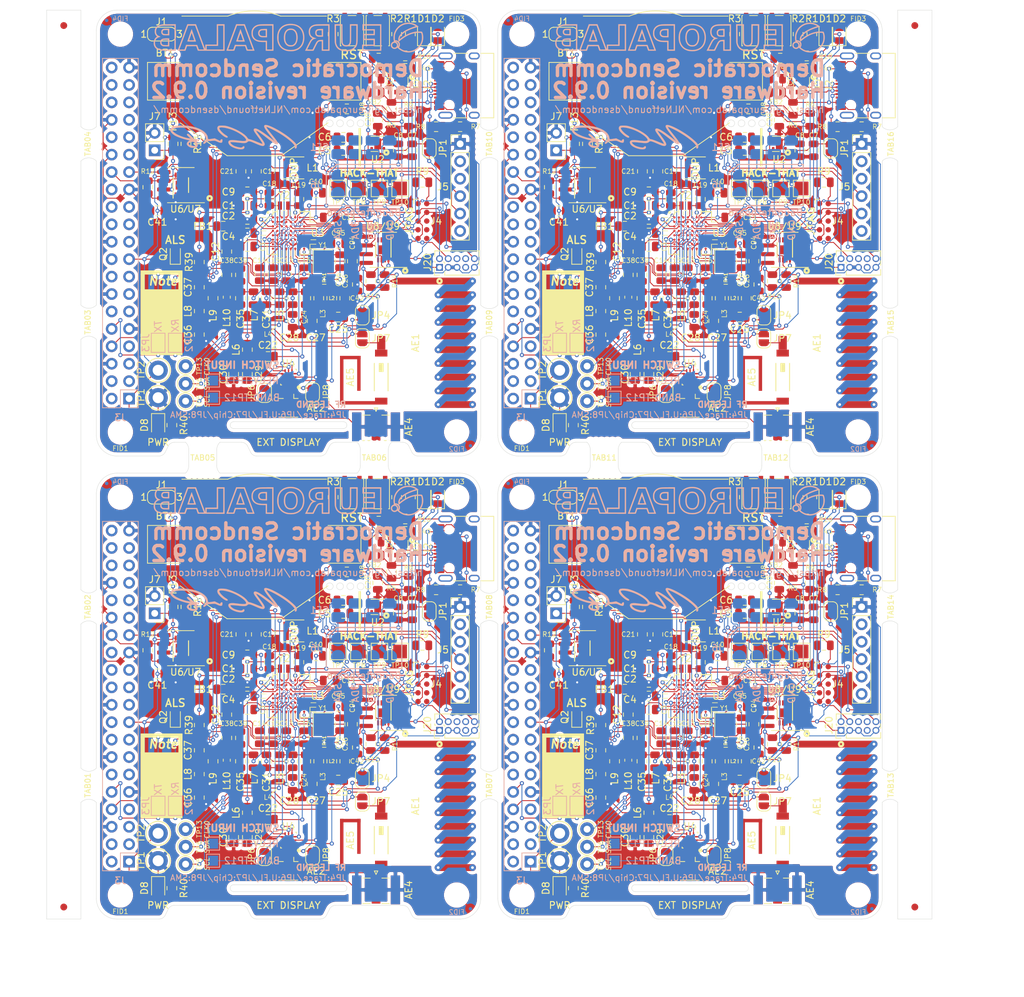
<source format=kicad_pcb>
(kicad_pcb (version 20171130) (host pcbnew 5.1.5+dfsg1-2build2)

  (general
    (thickness 1.6)
    (drawings 530)
    (tracks 4820)
    (zones 0)
    (modules 562)
    (nets 132)
  )

  (page A3)
  (title_block
    (title "Democratic Sendcomm")
    (date 2020-12-26)
    (rev 0.9.2)
    (company "Europalab Devices")
    (comment 1 "Copyright © 2020, Europalab Devices")
    (comment 2 "Fulfilling requirements of 20200210")
    (comment 3 "Pending quality assurance testing")
    (comment 4 "Release revision for manufacturing")
  )

  (layers
    (0 F.Cu signal)
    (1 In1.Cu power)
    (2 In2.Cu power)
    (31 B.Cu signal)
    (34 B.Paste user)
    (35 F.Paste user)
    (36 B.SilkS user)
    (37 F.SilkS user)
    (38 B.Mask user)
    (39 F.Mask user)
    (40 Dwgs.User user)
    (41 Cmts.User user)
    (44 Edge.Cuts user)
    (45 Margin user)
    (46 B.CrtYd user)
    (47 F.CrtYd user)
    (48 B.Fab user)
    (49 F.Fab user)
  )

  (setup
    (last_trace_width 0.09)
    (user_trace_width 0.1016)
    (user_trace_width 0.127)
    (user_trace_width 0.2)
    (user_trace_width 0.1016)
    (user_trace_width 0.127)
    (user_trace_width 0.2)
    (user_trace_width 0.1016)
    (user_trace_width 0.127)
    (user_trace_width 0.2)
    (user_trace_width 0.1016)
    (user_trace_width 0.127)
    (user_trace_width 0.2)
    (user_trace_width 0.1016)
    (user_trace_width 0.127)
    (user_trace_width 0.2)
    (user_trace_width 0.1016)
    (user_trace_width 0.127)
    (user_trace_width 0.2)
    (user_trace_width 0.1016)
    (user_trace_width 0.127)
    (user_trace_width 0.2)
    (user_trace_width 0.1016)
    (user_trace_width 0.127)
    (user_trace_width 0.2)
    (user_trace_width 0.1016)
    (user_trace_width 0.127)
    (user_trace_width 0.2)
    (user_trace_width 0.1016)
    (user_trace_width 0.127)
    (user_trace_width 0.2)
    (user_trace_width 0.1016)
    (user_trace_width 0.127)
    (user_trace_width 0.2)
    (user_trace_width 0.1016)
    (user_trace_width 0.127)
    (user_trace_width 0.2)
    (user_trace_width 0.1016)
    (user_trace_width 0.127)
    (user_trace_width 0.2)
    (trace_clearance 0.09)
    (zone_clearance 0.508)
    (zone_45_only no)
    (trace_min 0.09)
    (via_size 0.356)
    (via_drill 0.2)
    (via_min_size 0.356)
    (via_min_drill 0.2)
    (user_via 0.45 0.2)
    (user_via 0.6 0.3)
    (user_via 0.45 0.2)
    (user_via 0.6 0.3)
    (user_via 0.45 0.2)
    (user_via 0.6 0.3)
    (user_via 0.45 0.2)
    (user_via 0.6 0.3)
    (user_via 0.45 0.2)
    (user_via 0.6 0.3)
    (user_via 0.45 0.2)
    (user_via 0.6 0.3)
    (user_via 0.45 0.2)
    (user_via 0.6 0.3)
    (user_via 0.45 0.2)
    (user_via 0.6 0.3)
    (user_via 0.45 0.2)
    (user_via 0.6 0.3)
    (user_via 0.45 0.2)
    (user_via 0.6 0.3)
    (user_via 0.45 0.2)
    (user_via 0.6 0.3)
    (user_via 0.45 0.2)
    (user_via 0.6 0.3)
    (user_via 0.45 0.2)
    (user_via 0.6 0.3)
    (uvia_size 0.45)
    (uvia_drill 0.1)
    (uvias_allowed no)
    (uvia_min_size 0.45)
    (uvia_min_drill 0.1)
    (edge_width 0.1)
    (segment_width 0.1)
    (pcb_text_width 0.25)
    (pcb_text_size 1 1)
    (mod_edge_width 0.15)
    (mod_text_size 1 1)
    (mod_text_width 0.15)
    (pad_size 1.95 0.6)
    (pad_drill 0)
    (pad_to_mask_clearance 0)
    (aux_axis_origin 0 0)
    (visible_elements 7FFFF7FF)
    (pcbplotparams
      (layerselection 0x313fc_ffffffff)
      (usegerberextensions true)
      (usegerberattributes false)
      (usegerberadvancedattributes false)
      (creategerberjobfile false)
      (excludeedgelayer true)
      (linewidth 0.150000)
      (plotframeref false)
      (viasonmask false)
      (mode 1)
      (useauxorigin false)
      (hpglpennumber 1)
      (hpglpenspeed 20)
      (hpglpendiameter 15.000000)
      (psnegative false)
      (psa4output false)
      (plotreference true)
      (plotvalue true)
      (plotinvisibletext false)
      (padsonsilk false)
      (subtractmaskfromsilk false)
      (outputformat 1)
      (mirror false)
      (drillshape 0)
      (scaleselection 1)
      (outputdirectory "fabsingle"))
  )

  (net 0 "")
  (net 1 GND)
  (net 2 "Net-(AE1-Pad1)")
  (net 3 /Sheet5F53D5B4/RFSWPWR)
  (net 4 "Net-(C8-Pad1)")
  (net 5 /Sheet5F53D5B4/POWAMP)
  (net 6 "Net-(C13-Pad1)")
  (net 7 /Sheet5F53D5B4/HFOUT)
  (net 8 +3V3)
  (net 9 "Net-(C29-Pad1)")
  (net 10 /Sheet5F53D5B4/HPOUT)
  (net 11 /Sheet5F53D5B4/HFIN)
  (net 12 /Sheet5F53D5B4/BANDSEL)
  (net 13 "Net-(BT1-Pad1)")
  (net 14 /Sheet5F53D5B4/USB_BUS)
  (net 15 "Net-(C33-Pad1)")
  (net 16 "Net-(C34-Pad1)")
  (net 17 /Sheet5F53D5B4/CMDRST)
  (net 18 "Net-(D1-Pad2)")
  (net 19 "Net-(D1-Pad1)")
  (net 20 "Net-(D2-Pad1)")
  (net 21 "Net-(D2-Pad2)")
  (net 22 /Sheet5F53D5B4/USB_P)
  (net 23 /Sheet5F53D5B4/USB_N)
  (net 24 /Sheet60040980/ID_SD)
  (net 25 /Sheet60040980/ID_SC)
  (net 26 /Sheet5F53D5B4/SWDCLK)
  (net 27 "Net-(J3-Pad7)")
  (net 28 "Net-(J3-Pad8)")
  (net 29 "Net-(J4-Pad6)")
  (net 30 /Sheet5F53D5B4/CN_VBAT)
  (net 31 /Sheet5F53D5B4/XCEIV)
  (net 32 "Net-(AE5-Pad2)")
  (net 33 "Net-(C1-Pad1)")
  (net 34 "Net-(C7-Pad1)")
  (net 35 "Net-(C14-Pad1)")
  (net 36 "Net-(C17-Pad1)")
  (net 37 "Net-(C18-Pad2)")
  (net 38 "Net-(C19-Pad2)")
  (net 39 "Net-(C23-Pad2)")
  (net 40 "Net-(C23-Pad1)")
  (net 41 "Net-(C24-Pad1)")
  (net 42 "Net-(C24-Pad2)")
  (net 43 "Net-(C29-Pad2)")
  (net 44 "Net-(C33-Pad2)")
  (net 45 "Net-(C35-Pad2)")
  (net 46 "Net-(C40-Pad1)")
  (net 47 "Net-(J2-PadB5)")
  (net 48 "Net-(J2-PadA8)")
  (net 49 "Net-(J2-PadA5)")
  (net 50 "Net-(J2-PadB8)")
  (net 51 "Net-(J3-Pad2)")
  (net 52 "Net-(J3-Pad3)")
  (net 53 "Net-(J3-Pad4)")
  (net 54 "Net-(J3-Pad5)")
  (net 55 "Net-(J3-Pad10)")
  (net 56 "Net-(J3-Pad11)")
  (net 57 "Net-(J3-Pad12)")
  (net 58 "Net-(J3-Pad13)")
  (net 59 "Net-(J3-Pad15)")
  (net 60 "Net-(J3-Pad16)")
  (net 61 "Net-(J3-Pad18)")
  (net 62 "Net-(J3-Pad19)")
  (net 63 "Net-(J3-Pad21)")
  (net 64 "Net-(J3-Pad22)")
  (net 65 "Net-(J3-Pad23)")
  (net 66 "Net-(J3-Pad24)")
  (net 67 "Net-(J3-Pad26)")
  (net 68 "Net-(J3-Pad29)")
  (net 69 "Net-(J3-Pad31)")
  (net 70 "Net-(J3-Pad32)")
  (net 71 "Net-(J3-Pad33)")
  (net 72 "Net-(J3-Pad35)")
  (net 73 "Net-(J3-Pad36)")
  (net 74 "Net-(J3-Pad37)")
  (net 75 "Net-(J3-Pad38)")
  (net 76 "Net-(J3-Pad40)")
  (net 77 "Net-(J4-Pad7)")
  (net 78 "Net-(J4-Pad8)")
  (net 79 "Net-(J5-Pad2)")
  (net 80 "Net-(J5-Pad3)")
  (net 81 "Net-(J5-Pad6)")
  (net 82 "Net-(J6-Pad1)")
  (net 83 "Net-(L1-Pad2)")
  (net 84 "Net-(R3-Pad1)")
  (net 85 "Net-(R4-Pad1)")
  (net 86 "Net-(R4-Pad2)")
  (net 87 "Net-(U2-Pad5)")
  (net 88 "Net-(U3-PadG1)")
  (net 89 "Net-(U3-PadH1)")
  (net 90 "Net-(U3-PadE3)")
  (net 91 "Net-(U3-PadE4)")
  (net 92 "Net-(U3-PadF4)")
  (net 93 "Net-(U3-PadC7)")
  (net 94 "Net-(U3-PadD7)")
  (net 95 "Net-(U3-PadD8)")
  (net 96 "Net-(U5-Pad3)")
  (net 97 "Net-(U5-Pad4)")
  (net 98 "Net-(U8-Pad7)")
  (net 99 "Net-(U8-Pad3)")
  (net 100 "Net-(U8-Pad2)")
  (net 101 "Net-(U8-Pad1)")
  (net 102 "Net-(U9-Pad1)")
  (net 103 "Net-(U9-Pad2)")
  (net 104 "Net-(U9-Pad3)")
  (net 105 "Net-(U9-Pad7)")
  (net 106 /Sheet5F53D5B4/SWDIO)
  (net 107 "Net-(AE2-Pad1)")
  (net 108 "Net-(AE4-Pad1)")
  (net 109 "Net-(AE5-Pad1)")
  (net 110 "Net-(JP10-Pad1)")
  (net 111 "Net-(J6-Pad2)")
  (net 112 "Net-(J6-Pad3)")
  (net 113 "Net-(J6-Pad4)")
  (net 114 "Net-(J7-Pad1)")
  (net 115 "Net-(C95-Pad1)")
  (net 116 /TP_SCL)
  (net 117 /TP_SDA)
  (net 118 "Net-(J20-Pad6)")
  (net 119 "Net-(J20-Pad7)")
  (net 120 "Net-(J20-Pad8)")
  (net 121 "Net-(Q2-Pad2)")
  (net 122 EXT_UART_TX)
  (net 123 EXT_UART_RX)
  (net 124 "Net-(D8-Pad2)")
  (net 125 USB_TST)
  (net 126 "Net-(TP13-Pad1)")
  (net 127 "Net-(C94-Pad2)")
  (net 128 "Net-(C96-Pad1)")
  (net 129 /Sheet5F53D5B4/CRY_XIN-RSVD)
  (net 130 /Sheet5F53D5B4/CRY_XOUT-RSVD)
  (net 131 "Net-(C97-Pad1)")

  (net_class Default "This is the default net class."
    (clearance 0.09)
    (trace_width 0.09)
    (via_dia 0.356)
    (via_drill 0.2)
    (uvia_dia 0.45)
    (uvia_drill 0.1)
    (add_net +3V3)
    (add_net /Sheet5F53D5B4/BANDSEL)
    (add_net /Sheet5F53D5B4/CMDRST)
    (add_net /Sheet5F53D5B4/CN_VBAT)
    (add_net /Sheet5F53D5B4/CRY_XIN-RSVD)
    (add_net /Sheet5F53D5B4/CRY_XOUT-RSVD)
    (add_net /Sheet5F53D5B4/HFIN)
    (add_net /Sheet5F53D5B4/HFOUT)
    (add_net /Sheet5F53D5B4/HPOUT)
    (add_net /Sheet5F53D5B4/POWAMP)
    (add_net /Sheet5F53D5B4/RFSWPWR)
    (add_net /Sheet5F53D5B4/SWDCLK)
    (add_net /Sheet5F53D5B4/SWDIO)
    (add_net /Sheet5F53D5B4/USB_BUS)
    (add_net /Sheet5F53D5B4/USB_N)
    (add_net /Sheet5F53D5B4/USB_P)
    (add_net /Sheet5F53D5B4/XCEIV)
    (add_net /Sheet60040980/ID_SC)
    (add_net /Sheet60040980/ID_SD)
    (add_net /TP_SCL)
    (add_net /TP_SDA)
    (add_net EXT_UART_RX)
    (add_net EXT_UART_TX)
    (add_net GND)
    (add_net "Net-(AE1-Pad1)")
    (add_net "Net-(AE2-Pad1)")
    (add_net "Net-(AE4-Pad1)")
    (add_net "Net-(AE5-Pad1)")
    (add_net "Net-(AE5-Pad2)")
    (add_net "Net-(BT1-Pad1)")
    (add_net "Net-(C1-Pad1)")
    (add_net "Net-(C13-Pad1)")
    (add_net "Net-(C14-Pad1)")
    (add_net "Net-(C17-Pad1)")
    (add_net "Net-(C18-Pad2)")
    (add_net "Net-(C19-Pad2)")
    (add_net "Net-(C23-Pad1)")
    (add_net "Net-(C23-Pad2)")
    (add_net "Net-(C24-Pad1)")
    (add_net "Net-(C24-Pad2)")
    (add_net "Net-(C29-Pad1)")
    (add_net "Net-(C29-Pad2)")
    (add_net "Net-(C33-Pad1)")
    (add_net "Net-(C33-Pad2)")
    (add_net "Net-(C34-Pad1)")
    (add_net "Net-(C35-Pad2)")
    (add_net "Net-(C40-Pad1)")
    (add_net "Net-(C7-Pad1)")
    (add_net "Net-(C8-Pad1)")
    (add_net "Net-(C94-Pad2)")
    (add_net "Net-(C95-Pad1)")
    (add_net "Net-(C96-Pad1)")
    (add_net "Net-(C97-Pad1)")
    (add_net "Net-(D1-Pad1)")
    (add_net "Net-(D1-Pad2)")
    (add_net "Net-(D2-Pad1)")
    (add_net "Net-(D2-Pad2)")
    (add_net "Net-(D8-Pad2)")
    (add_net "Net-(J2-PadA5)")
    (add_net "Net-(J2-PadA8)")
    (add_net "Net-(J2-PadB5)")
    (add_net "Net-(J2-PadB8)")
    (add_net "Net-(J20-Pad6)")
    (add_net "Net-(J20-Pad7)")
    (add_net "Net-(J20-Pad8)")
    (add_net "Net-(J3-Pad10)")
    (add_net "Net-(J3-Pad11)")
    (add_net "Net-(J3-Pad12)")
    (add_net "Net-(J3-Pad13)")
    (add_net "Net-(J3-Pad15)")
    (add_net "Net-(J3-Pad16)")
    (add_net "Net-(J3-Pad18)")
    (add_net "Net-(J3-Pad19)")
    (add_net "Net-(J3-Pad2)")
    (add_net "Net-(J3-Pad21)")
    (add_net "Net-(J3-Pad22)")
    (add_net "Net-(J3-Pad23)")
    (add_net "Net-(J3-Pad24)")
    (add_net "Net-(J3-Pad26)")
    (add_net "Net-(J3-Pad29)")
    (add_net "Net-(J3-Pad3)")
    (add_net "Net-(J3-Pad31)")
    (add_net "Net-(J3-Pad32)")
    (add_net "Net-(J3-Pad33)")
    (add_net "Net-(J3-Pad35)")
    (add_net "Net-(J3-Pad36)")
    (add_net "Net-(J3-Pad37)")
    (add_net "Net-(J3-Pad38)")
    (add_net "Net-(J3-Pad4)")
    (add_net "Net-(J3-Pad40)")
    (add_net "Net-(J3-Pad5)")
    (add_net "Net-(J3-Pad7)")
    (add_net "Net-(J3-Pad8)")
    (add_net "Net-(J4-Pad6)")
    (add_net "Net-(J4-Pad7)")
    (add_net "Net-(J4-Pad8)")
    (add_net "Net-(J5-Pad2)")
    (add_net "Net-(J5-Pad3)")
    (add_net "Net-(J5-Pad6)")
    (add_net "Net-(J6-Pad1)")
    (add_net "Net-(J6-Pad2)")
    (add_net "Net-(J6-Pad3)")
    (add_net "Net-(J6-Pad4)")
    (add_net "Net-(J7-Pad1)")
    (add_net "Net-(JP10-Pad1)")
    (add_net "Net-(L1-Pad2)")
    (add_net "Net-(Q2-Pad2)")
    (add_net "Net-(R3-Pad1)")
    (add_net "Net-(R4-Pad1)")
    (add_net "Net-(R4-Pad2)")
    (add_net "Net-(TP13-Pad1)")
    (add_net "Net-(U2-Pad5)")
    (add_net "Net-(U3-PadC7)")
    (add_net "Net-(U3-PadD7)")
    (add_net "Net-(U3-PadD8)")
    (add_net "Net-(U3-PadE3)")
    (add_net "Net-(U3-PadE4)")
    (add_net "Net-(U3-PadF4)")
    (add_net "Net-(U3-PadG1)")
    (add_net "Net-(U3-PadH1)")
    (add_net "Net-(U5-Pad3)")
    (add_net "Net-(U5-Pad4)")
    (add_net "Net-(U8-Pad1)")
    (add_net "Net-(U8-Pad2)")
    (add_net "Net-(U8-Pad3)")
    (add_net "Net-(U8-Pad7)")
    (add_net "Net-(U9-Pad1)")
    (add_net "Net-(U9-Pad2)")
    (add_net "Net-(U9-Pad3)")
    (add_net "Net-(U9-Pad7)")
    (add_net USB_TST)
  )

  (net_class Power ""
    (clearance 0.2)
    (trace_width 0.5)
    (via_dia 1)
    (via_drill 0.7)
    (uvia_dia 0.5)
    (uvia_drill 0.1)
  )

  (module Elabdev:Mousetab_45mm_Double (layer F.Cu) (tedit 5FE8CA09) (tstamp 5FE94339)
    (at 181.25 140 90)
    (attr smd)
    (fp_text reference TAB12 (at 0 0 unlocked) (layer F.SilkS)
      (effects (font (size 0.8 0.8) (thickness 0.13)))
    )
    (fp_text value Panel_Mousetab_45mm_Double (at 0 3.5 90) (layer F.Fab)
      (effects (font (size 1 1) (thickness 0.15)))
    )
    (fp_line (start 2.25 -2.2) (end 2.25 2.2) (layer F.Fab) (width 0.15))
    (fp_line (start -2.25 -2.2) (end -2.25 2.2) (layer F.Fab) (width 0.15))
    (fp_line (start 3.1 -2.6) (end 3.1 2.6) (layer F.CrtYd) (width 0.15))
    (fp_line (start 3.1 2.6) (end -3.1 2.6) (layer F.CrtYd) (width 0.15))
    (fp_line (start -3.1 2.6) (end -3.1 -2.6) (layer F.CrtYd) (width 0.15))
    (fp_line (start -3.1 -2.6) (end 3.1 -2.6) (layer F.CrtYd) (width 0.15))
    (pad "" np_thru_hole circle (at 2.35 2 90) (size 0.5 0.5) (drill 0.5) (layers *.Cu))
    (pad "" np_thru_hole circle (at 2.35 1.2 90) (size 0.5 0.5) (drill 0.5) (layers *.Cu))
    (pad "" np_thru_hole circle (at 2.35 0.4 90) (size 0.5 0.5) (drill 0.5) (layers *.Cu))
    (pad "" np_thru_hole circle (at -2.35 2 90) (size 0.5 0.5) (drill 0.5) (layers *.Cu))
    (pad "" np_thru_hole circle (at -2.35 1.2 90) (size 0.5 0.5) (drill 0.5) (layers *.Cu))
    (pad "" np_thru_hole circle (at -2.35 0.4 90) (size 0.5 0.5) (drill 0.5) (layers *.Cu))
    (pad "" np_thru_hole circle (at 2.35 -0.4 90) (size 0.5 0.5) (drill 0.5) (layers *.Cu))
    (pad "" np_thru_hole circle (at 2.35 -1.2 90) (size 0.5 0.5) (drill 0.5) (layers *.Cu))
    (pad "" np_thru_hole circle (at 2.35 -2 90) (size 0.5 0.5) (drill 0.5) (layers *.Cu))
    (pad "" np_thru_hole circle (at -2.35 -2 90) (size 0.5 0.5) (drill 0.5) (layers *.Cu))
    (pad "" np_thru_hole circle (at -2.35 -1.2 90) (size 0.5 0.5) (drill 0.5) (layers *.Cu))
    (pad "" np_thru_hole circle (at -2.35 -0.4 90) (size 0.5 0.5) (drill 0.5) (layers *.Cu))
  )

  (module Elabdev:Mousetab_45mm_Double (layer F.Cu) (tedit 5FE8CA09) (tstamp 5FE9430F)
    (at 156.25 140 90)
    (attr smd)
    (fp_text reference TAB11 (at 0 0 unlocked) (layer F.SilkS)
      (effects (font (size 0.8 0.8) (thickness 0.13)))
    )
    (fp_text value Panel_Mousetab_45mm_Double (at 0 3.5 90) (layer F.Fab)
      (effects (font (size 1 1) (thickness 0.15)))
    )
    (fp_line (start -3.1 -2.6) (end 3.1 -2.6) (layer F.CrtYd) (width 0.15))
    (fp_line (start -3.1 2.6) (end -3.1 -2.6) (layer F.CrtYd) (width 0.15))
    (fp_line (start 3.1 2.6) (end -3.1 2.6) (layer F.CrtYd) (width 0.15))
    (fp_line (start 3.1 -2.6) (end 3.1 2.6) (layer F.CrtYd) (width 0.15))
    (fp_line (start -2.25 -2.2) (end -2.25 2.2) (layer F.Fab) (width 0.15))
    (fp_line (start 2.25 -2.2) (end 2.25 2.2) (layer F.Fab) (width 0.15))
    (pad "" np_thru_hole circle (at -2.35 -0.4 90) (size 0.5 0.5) (drill 0.5) (layers *.Cu))
    (pad "" np_thru_hole circle (at -2.35 -1.2 90) (size 0.5 0.5) (drill 0.5) (layers *.Cu))
    (pad "" np_thru_hole circle (at -2.35 -2 90) (size 0.5 0.5) (drill 0.5) (layers *.Cu))
    (pad "" np_thru_hole circle (at 2.35 -2 90) (size 0.5 0.5) (drill 0.5) (layers *.Cu))
    (pad "" np_thru_hole circle (at 2.35 -1.2 90) (size 0.5 0.5) (drill 0.5) (layers *.Cu))
    (pad "" np_thru_hole circle (at 2.35 -0.4 90) (size 0.5 0.5) (drill 0.5) (layers *.Cu))
    (pad "" np_thru_hole circle (at -2.35 0.4 90) (size 0.5 0.5) (drill 0.5) (layers *.Cu))
    (pad "" np_thru_hole circle (at -2.35 1.2 90) (size 0.5 0.5) (drill 0.5) (layers *.Cu))
    (pad "" np_thru_hole circle (at -2.35 2 90) (size 0.5 0.5) (drill 0.5) (layers *.Cu))
    (pad "" np_thru_hole circle (at 2.35 0.4 90) (size 0.5 0.5) (drill 0.5) (layers *.Cu))
    (pad "" np_thru_hole circle (at 2.35 1.2 90) (size 0.5 0.5) (drill 0.5) (layers *.Cu))
    (pad "" np_thru_hole circle (at 2.35 2 90) (size 0.5 0.5) (drill 0.5) (layers *.Cu))
  )

  (module Elabdev:Mousetab_45mm_Double (layer F.Cu) (tedit 5FE8CA09) (tstamp 5FE942E5)
    (at 122.75 140 90)
    (attr smd)
    (fp_text reference TAB06 (at 0 0 unlocked) (layer F.SilkS)
      (effects (font (size 0.8 0.8) (thickness 0.13)))
    )
    (fp_text value Panel_Mousetab_45mm_Double (at 0 3.5 90) (layer F.Fab)
      (effects (font (size 1 1) (thickness 0.15)))
    )
    (fp_line (start 2.25 -2.2) (end 2.25 2.2) (layer F.Fab) (width 0.15))
    (fp_line (start -2.25 -2.2) (end -2.25 2.2) (layer F.Fab) (width 0.15))
    (fp_line (start 3.1 -2.6) (end 3.1 2.6) (layer F.CrtYd) (width 0.15))
    (fp_line (start 3.1 2.6) (end -3.1 2.6) (layer F.CrtYd) (width 0.15))
    (fp_line (start -3.1 2.6) (end -3.1 -2.6) (layer F.CrtYd) (width 0.15))
    (fp_line (start -3.1 -2.6) (end 3.1 -2.6) (layer F.CrtYd) (width 0.15))
    (pad "" np_thru_hole circle (at 2.35 2 90) (size 0.5 0.5) (drill 0.5) (layers *.Cu))
    (pad "" np_thru_hole circle (at 2.35 1.2 90) (size 0.5 0.5) (drill 0.5) (layers *.Cu))
    (pad "" np_thru_hole circle (at 2.35 0.4 90) (size 0.5 0.5) (drill 0.5) (layers *.Cu))
    (pad "" np_thru_hole circle (at -2.35 2 90) (size 0.5 0.5) (drill 0.5) (layers *.Cu))
    (pad "" np_thru_hole circle (at -2.35 1.2 90) (size 0.5 0.5) (drill 0.5) (layers *.Cu))
    (pad "" np_thru_hole circle (at -2.35 0.4 90) (size 0.5 0.5) (drill 0.5) (layers *.Cu))
    (pad "" np_thru_hole circle (at 2.35 -0.4 90) (size 0.5 0.5) (drill 0.5) (layers *.Cu))
    (pad "" np_thru_hole circle (at 2.35 -1.2 90) (size 0.5 0.5) (drill 0.5) (layers *.Cu))
    (pad "" np_thru_hole circle (at 2.35 -2 90) (size 0.5 0.5) (drill 0.5) (layers *.Cu))
    (pad "" np_thru_hole circle (at -2.35 -2 90) (size 0.5 0.5) (drill 0.5) (layers *.Cu))
    (pad "" np_thru_hole circle (at -2.35 -1.2 90) (size 0.5 0.5) (drill 0.5) (layers *.Cu))
    (pad "" np_thru_hole circle (at -2.35 -0.4 90) (size 0.5 0.5) (drill 0.5) (layers *.Cu))
  )

  (module Elabdev:Mousetab_45mm_Double (layer F.Cu) (tedit 5FE8CA09) (tstamp 5FE9415B)
    (at 97.75 140 90)
    (attr smd)
    (fp_text reference TAB05 (at 0 0 unlocked) (layer F.SilkS)
      (effects (font (size 0.8 0.8) (thickness 0.13)))
    )
    (fp_text value Panel_Mousetab_45mm_Double (at 0 3.5 90) (layer F.Fab)
      (effects (font (size 1 1) (thickness 0.15)))
    )
    (fp_line (start -3.1 -2.6) (end 3.1 -2.6) (layer F.CrtYd) (width 0.15))
    (fp_line (start -3.1 2.6) (end -3.1 -2.6) (layer F.CrtYd) (width 0.15))
    (fp_line (start 3.1 2.6) (end -3.1 2.6) (layer F.CrtYd) (width 0.15))
    (fp_line (start 3.1 -2.6) (end 3.1 2.6) (layer F.CrtYd) (width 0.15))
    (fp_line (start -2.25 -2.2) (end -2.25 2.2) (layer F.Fab) (width 0.15))
    (fp_line (start 2.25 -2.2) (end 2.25 2.2) (layer F.Fab) (width 0.15))
    (pad "" np_thru_hole circle (at -2.35 -0.4 90) (size 0.5 0.5) (drill 0.5) (layers *.Cu))
    (pad "" np_thru_hole circle (at -2.35 -1.2 90) (size 0.5 0.5) (drill 0.5) (layers *.Cu))
    (pad "" np_thru_hole circle (at -2.35 -2 90) (size 0.5 0.5) (drill 0.5) (layers *.Cu))
    (pad "" np_thru_hole circle (at 2.35 -2 90) (size 0.5 0.5) (drill 0.5) (layers *.Cu))
    (pad "" np_thru_hole circle (at 2.35 -1.2 90) (size 0.5 0.5) (drill 0.5) (layers *.Cu))
    (pad "" np_thru_hole circle (at 2.35 -0.4 90) (size 0.5 0.5) (drill 0.5) (layers *.Cu))
    (pad "" np_thru_hole circle (at -2.35 0.4 90) (size 0.5 0.5) (drill 0.5) (layers *.Cu))
    (pad "" np_thru_hole circle (at -2.35 1.2 90) (size 0.5 0.5) (drill 0.5) (layers *.Cu))
    (pad "" np_thru_hole circle (at -2.35 2 90) (size 0.5 0.5) (drill 0.5) (layers *.Cu))
    (pad "" np_thru_hole circle (at 2.35 0.4 90) (size 0.5 0.5) (drill 0.5) (layers *.Cu))
    (pad "" np_thru_hole circle (at 2.35 1.2 90) (size 0.5 0.5) (drill 0.5) (layers *.Cu))
    (pad "" np_thru_hole circle (at 2.35 2 90) (size 0.5 0.5) (drill 0.5) (layers *.Cu))
  )

  (module Resistor_SMD:R_0805_2012Metric (layer F.Cu) (tedit 5B36C52B) (tstamp 5FE999F4)
    (at 148.25 168.0675 90)
    (descr "Resistor SMD 0805 (2012 Metric), square (rectangular) end terminal, IPC_7351 nominal, (Body size source: https://docs.google.com/spreadsheets/d/1BsfQQcO9C6DZCsRaXUlFlo91Tg2WpOkGARC1WS5S8t0/edit?usp=sharing), generated with kicad-footprint-generator")
    (tags resistor)
    (path /601C3EDE/5F698FB0)
    (attr smd)
    (fp_text reference R12 (at 2.3175 0 180) (layer F.SilkS)
      (effects (font (size 0.7 0.7) (thickness 0.1)))
    )
    (fp_text value 3K9 (at 0 1.65 90) (layer F.Fab)
      (effects (font (size 1 1) (thickness 0.15)))
    )
    (fp_line (start -1 0.6) (end -1 -0.6) (layer F.Fab) (width 0.1))
    (fp_line (start -1 -0.6) (end 1 -0.6) (layer F.Fab) (width 0.1))
    (fp_line (start 1 -0.6) (end 1 0.6) (layer F.Fab) (width 0.1))
    (fp_line (start 1 0.6) (end -1 0.6) (layer F.Fab) (width 0.1))
    (fp_line (start -0.258578 -0.71) (end 0.258578 -0.71) (layer F.SilkS) (width 0.12))
    (fp_line (start -0.258578 0.71) (end 0.258578 0.71) (layer F.SilkS) (width 0.12))
    (fp_line (start -1.68 0.95) (end -1.68 -0.95) (layer F.CrtYd) (width 0.05))
    (fp_line (start -1.68 -0.95) (end 1.68 -0.95) (layer F.CrtYd) (width 0.05))
    (fp_line (start 1.68 -0.95) (end 1.68 0.95) (layer F.CrtYd) (width 0.05))
    (fp_line (start 1.68 0.95) (end -1.68 0.95) (layer F.CrtYd) (width 0.05))
    (fp_text user %R (at 0 0 90) (layer F.Fab)
      (effects (font (size 0.5 0.5) (thickness 0.08)))
    )
    (pad 1 smd roundrect (at -0.9375 0 90) (size 0.975 1.4) (layers F.Cu F.Paste F.Mask) (roundrect_rratio 0.25)
      (net 8 +3V3))
    (pad 2 smd roundrect (at 0.9375 0 90) (size 0.975 1.4) (layers F.Cu F.Paste F.Mask) (roundrect_rratio 0.25)
      (net 25 /Sheet60040980/ID_SC))
    (model ${KISYS3DMOD}/Resistor_SMD.3dshapes/R_0805_2012Metric.wrl
      (at (xyz 0 0 0))
      (scale (xyz 1 1 1))
      (rotate (xyz 0 0 0))
    )
  )

  (module Connector:Tag-Connect_TC2050-IDC-NL_2x05_P1.27mm_Vertical (layer F.Cu) (tedit 5A29CED0) (tstamp 5FE999CE)
    (at 188.25 173 270)
    (descr "Tag-Connect programming header; http://www.tag-connect.com/Materials/TC2050-IDC-NL%20Datasheet.pdf")
    (tags "tag connect programming header pogo pins")
    (path /60040981/600B7E84)
    (attr virtual)
    (fp_text reference J4 (at 0 -2 180) (layer F.SilkS)
      (effects (font (size 1 1) (thickness 0.15)))
    )
    (fp_text value Conn_ARM_JTAG_SWD_10 (at 0 -2.4 90) (layer F.Fab)
      (effects (font (size 1 1) (thickness 0.15)))
    )
    (fp_line (start 1.27 0.635) (end 2.54 -0.635) (layer Dwgs.User) (width 0.1))
    (fp_line (start 0.635 0.635) (end 1.905 -0.635) (layer Dwgs.User) (width 0.1))
    (fp_line (start 0 0.635) (end 1.27 -0.635) (layer Dwgs.User) (width 0.1))
    (fp_line (start -0.635 0.635) (end 0.635 -0.635) (layer Dwgs.User) (width 0.1))
    (fp_text user KEEPOUT (at 0 0 90) (layer Cmts.User)
      (effects (font (size 0.4 0.4) (thickness 0.07)))
    )
    (fp_line (start 1.905 0.635) (end 2.54 0) (layer Dwgs.User) (width 0.1))
    (fp_line (start -1.27 0.635) (end 0 -0.635) (layer Dwgs.User) (width 0.1))
    (fp_line (start -1.905 0.635) (end -0.635 -0.635) (layer Dwgs.User) (width 0.1))
    (fp_line (start -2.54 0) (end -1.905 -0.635) (layer Dwgs.User) (width 0.1))
    (fp_line (start -2.54 0.635) (end -1.27 -0.635) (layer Dwgs.User) (width 0.1))
    (fp_line (start -2.54 -0.635) (end 2.54 -0.635) (layer Dwgs.User) (width 0.1))
    (fp_line (start 2.54 -0.635) (end 2.54 0.635) (layer Dwgs.User) (width 0.1))
    (fp_line (start 2.54 0.635) (end -2.54 0.635) (layer Dwgs.User) (width 0.1))
    (fp_line (start -2.54 0.635) (end -2.54 -0.635) (layer Dwgs.User) (width 0.1))
    (fp_text user %R (at 0 0 90) (layer F.Fab)
      (effects (font (size 1 1) (thickness 0.15)))
    )
    (fp_line (start -4.75 -2) (end 4.75 -2) (layer F.CrtYd) (width 0.05))
    (fp_line (start 4.75 -2) (end 4.75 2) (layer F.CrtYd) (width 0.05))
    (fp_line (start 4.75 2) (end -4.75 2) (layer F.CrtYd) (width 0.05))
    (fp_line (start -4.75 2) (end -4.75 -2) (layer F.CrtYd) (width 0.05))
    (fp_line (start -2.54 1.27) (end -3.175 1.27) (layer F.SilkS) (width 0.12))
    (fp_line (start -3.175 1.27) (end -3.175 0.635) (layer F.SilkS) (width 0.12))
    (pad 10 connect circle (at -2.54 -0.635 270) (size 0.7874 0.7874) (layers F.Cu F.Mask)
      (net 17 /Sheet5F53D5B4/CMDRST))
    (pad 9 connect circle (at -1.27 -0.635 270) (size 0.7874 0.7874) (layers F.Cu F.Mask)
      (net 1 GND))
    (pad 8 connect circle (at 0 -0.635 270) (size 0.7874 0.7874) (layers F.Cu F.Mask)
      (net 78 "Net-(J4-Pad8)"))
    (pad 7 connect circle (at 1.27 -0.635 270) (size 0.7874 0.7874) (layers F.Cu F.Mask)
      (net 77 "Net-(J4-Pad7)"))
    (pad 6 connect circle (at 2.54 -0.635 270) (size 0.7874 0.7874) (layers F.Cu F.Mask)
      (net 29 "Net-(J4-Pad6)"))
    (pad 5 connect circle (at 2.54 0.635 270) (size 0.7874 0.7874) (layers F.Cu F.Mask)
      (net 1 GND))
    (pad 4 connect circle (at 1.27 0.635 270) (size 0.7874 0.7874) (layers F.Cu F.Mask)
      (net 26 /Sheet5F53D5B4/SWDCLK))
    (pad 3 connect circle (at 0 0.635 270) (size 0.7874 0.7874) (layers F.Cu F.Mask)
      (net 1 GND))
    (pad 2 connect circle (at -1.27 0.635 270) (size 0.7874 0.7874) (layers F.Cu F.Mask)
      (net 106 /Sheet5F53D5B4/SWDIO))
    (pad 1 connect circle (at -2.54 0.635 270) (size 0.7874 0.7874) (layers F.Cu F.Mask)
      (net 8 +3V3))
    (pad "" np_thru_hole circle (at -3.81 0 270) (size 0.9906 0.9906) (drill 0.9906) (layers *.Cu *.Mask))
    (pad "" np_thru_hole circle (at 3.81 1.016 270) (size 0.9906 0.9906) (drill 0.9906) (layers *.Cu *.Mask))
    (pad "" np_thru_hole circle (at 3.81 -1.016 270) (size 0.9906 0.9906) (drill 0.9906) (layers *.Cu *.Mask))
  )

  (module MountingHole:MountingHole_2.7mm_M2.5 (layer F.Cu) (tedit 56D1B4CB) (tstamp 5FE999C7)
    (at 193.25 145.75)
    (descr "Mounting Hole 2.7mm, no annular, M2.5")
    (tags "mounting hole 2.7mm no annular m2.5")
    (path /5F741090)
    (attr virtual)
    (fp_text reference MH12 (at -4 0 180) (layer F.SilkS) hide
      (effects (font (size 1 1) (thickness 0.15)))
    )
    (fp_text value MountingHole (at 0 3.7) (layer F.Fab)
      (effects (font (size 1 1) (thickness 0.15)))
    )
    (fp_text user %R (at 0.3 0) (layer F.Fab)
      (effects (font (size 1 1) (thickness 0.15)))
    )
    (fp_circle (center 0 0) (end 2.7 0) (layer Cmts.User) (width 0.15))
    (fp_circle (center 0 0) (end 2.95 0) (layer F.CrtYd) (width 0.05))
    (pad 1 np_thru_hole circle (at 0 0) (size 2.7 2.7) (drill 2.7) (layers *.Cu *.Mask))
  )

  (module Capacitor_SMD:C_0805_2012Metric (layer F.Cu) (tedit 5B36C52B) (tstamp 5FE999B7)
    (at 165.525 184.25 90)
    (descr "Capacitor SMD 0805 (2012 Metric), square (rectangular) end terminal, IPC_7351 nominal, (Body size source: https://docs.google.com/spreadsheets/d/1BsfQQcO9C6DZCsRaXUlFlo91Tg2WpOkGARC1WS5S8t0/edit?usp=sharing), generated with kicad-footprint-generator")
    (tags capacitor)
    (path /5F5C0728/5F5D6E94)
    (attr smd)
    (fp_text reference C31 (at -3 -0.025 90) (layer F.SilkS)
      (effects (font (size 1 1) (thickness 0.15)))
    )
    (fp_text value 4,7nF (at 0 1.65 90) (layer F.Fab)
      (effects (font (size 1 1) (thickness 0.15)))
    )
    (fp_text user %R (at 0 0 90) (layer F.Fab)
      (effects (font (size 0.5 0.5) (thickness 0.08)))
    )
    (fp_line (start 1.68 0.95) (end -1.68 0.95) (layer F.CrtYd) (width 0.05))
    (fp_line (start 1.68 -0.95) (end 1.68 0.95) (layer F.CrtYd) (width 0.05))
    (fp_line (start -1.68 -0.95) (end 1.68 -0.95) (layer F.CrtYd) (width 0.05))
    (fp_line (start -1.68 0.95) (end -1.68 -0.95) (layer F.CrtYd) (width 0.05))
    (fp_line (start -0.258578 0.71) (end 0.258578 0.71) (layer F.SilkS) (width 0.12))
    (fp_line (start -0.258578 -0.71) (end 0.258578 -0.71) (layer F.SilkS) (width 0.12))
    (fp_line (start 1 0.6) (end -1 0.6) (layer F.Fab) (width 0.1))
    (fp_line (start 1 -0.6) (end 1 0.6) (layer F.Fab) (width 0.1))
    (fp_line (start -1 -0.6) (end 1 -0.6) (layer F.Fab) (width 0.1))
    (fp_line (start -1 0.6) (end -1 -0.6) (layer F.Fab) (width 0.1))
    (pad 2 smd roundrect (at 0.9375 0 90) (size 0.975 1.4) (layers F.Cu F.Paste F.Mask) (roundrect_rratio 0.25)
      (net 1 GND))
    (pad 1 smd roundrect (at -0.9375 0 90) (size 0.975 1.4) (layers F.Cu F.Paste F.Mask) (roundrect_rratio 0.25)
      (net 5 /Sheet5F53D5B4/POWAMP))
    (model ${KISYS3DMOD}/Capacitor_SMD.3dshapes/C_0805_2012Metric.wrl
      (at (xyz 0 0 0))
      (scale (xyz 1 1 1))
      (rotate (xyz 0 0 0))
    )
  )

  (module Package_TO_SOT_SMD:SOT-363_SC-70-6 (layer F.Cu) (tedit 5A02FF57) (tstamp 5FE9999B)
    (at 185 153.25 270)
    (descr "SOT-363, SC-70-6")
    (tags "SOT-363 SC-70-6")
    (path /60040981/6005D760)
    (attr smd)
    (fp_text reference U5 (at 0 -2.25 90) (layer F.SilkS)
      (effects (font (size 1 1) (thickness 0.15)))
    )
    (fp_text value NUP2202 (at 0 2 270) (layer F.Fab)
      (effects (font (size 1 1) (thickness 0.15)))
    )
    (fp_line (start -0.175 -1.1) (end -0.675 -0.6) (layer F.Fab) (width 0.1))
    (fp_line (start 0.675 1.1) (end -0.675 1.1) (layer F.Fab) (width 0.1))
    (fp_line (start 0.675 -1.1) (end 0.675 1.1) (layer F.Fab) (width 0.1))
    (fp_line (start -1.6 1.4) (end 1.6 1.4) (layer F.CrtYd) (width 0.05))
    (fp_line (start -0.675 -0.6) (end -0.675 1.1) (layer F.Fab) (width 0.1))
    (fp_line (start 0.675 -1.1) (end -0.175 -1.1) (layer F.Fab) (width 0.1))
    (fp_line (start -1.6 -1.4) (end 1.6 -1.4) (layer F.CrtYd) (width 0.05))
    (fp_line (start -1.6 -1.4) (end -1.6 1.4) (layer F.CrtYd) (width 0.05))
    (fp_line (start 1.6 1.4) (end 1.6 -1.4) (layer F.CrtYd) (width 0.05))
    (fp_line (start -0.7 1.16) (end 0.7 1.16) (layer F.SilkS) (width 0.12))
    (fp_line (start 0.7 -1.16) (end -1.2 -1.16) (layer F.SilkS) (width 0.12))
    (fp_text user %R (at 0 0) (layer F.Fab)
      (effects (font (size 0.5 0.5) (thickness 0.075)))
    )
    (pad 6 smd rect (at 0.95 -0.65 270) (size 0.65 0.4) (layers F.Cu F.Paste F.Mask)
      (net 23 /Sheet5F53D5B4/USB_N))
    (pad 4 smd rect (at 0.95 0.65 270) (size 0.65 0.4) (layers F.Cu F.Paste F.Mask)
      (net 97 "Net-(U5-Pad4)"))
    (pad 2 smd rect (at -0.95 0 270) (size 0.65 0.4) (layers F.Cu F.Paste F.Mask)
      (net 1 GND))
    (pad 5 smd rect (at 0.95 0 270) (size 0.65 0.4) (layers F.Cu F.Paste F.Mask)
      (net 131 "Net-(C97-Pad1)"))
    (pad 3 smd rect (at -0.95 0.65 270) (size 0.65 0.4) (layers F.Cu F.Paste F.Mask)
      (net 96 "Net-(U5-Pad3)"))
    (pad 1 smd rect (at -0.95 -0.65 270) (size 0.65 0.4) (layers F.Cu F.Paste F.Mask)
      (net 22 /Sheet5F53D5B4/USB_P))
    (model ${KISYS3DMOD}/Package_TO_SOT_SMD.3dshapes/SOT-363_SC-70-6.wrl
      (at (xyz 0 0 0))
      (scale (xyz 1 1 1))
      (rotate (xyz 0 0 0))
    )
  )

  (module MountingHole:MountingHole_2.7mm_M2.5 (layer F.Cu) (tedit 56D1B4CB) (tstamp 5FE99991)
    (at 193.25 203.75)
    (descr "Mounting Hole 2.7mm, no annular, M2.5")
    (tags "mounting hole 2.7mm no annular m2.5")
    (path /5F740FD6)
    (attr virtual)
    (fp_text reference MH9 (at -4 0 180) (layer F.SilkS) hide
      (effects (font (size 1 1) (thickness 0.15)))
    )
    (fp_text value MountingHole (at 0 3.7) (layer F.Fab)
      (effects (font (size 1 1) (thickness 0.15)))
    )
    (fp_circle (center 0 0) (end 2.95 0) (layer F.CrtYd) (width 0.05))
    (fp_circle (center 0 0) (end 2.7 0) (layer Cmts.User) (width 0.15))
    (fp_text user %R (at 0.3 0) (layer F.Fab)
      (effects (font (size 1 1) (thickness 0.15)))
    )
    (pad 1 np_thru_hole circle (at 0 0) (size 2.7 2.7) (drill 2.7) (layers *.Cu *.Mask))
  )

  (module Connector_PinHeader_1.27mm:PinHeader_2x05_P1.27mm_Vertical (layer F.Cu) (tedit 59FED6E3) (tstamp 5FE9996D)
    (at 190.75 179.75 90)
    (descr "Through hole straight pin header, 2x05, 1.27mm pitch, double rows")
    (tags "Through hole pin header THT 2x05 1.27mm double row")
    (path /60040981/5FE904F4)
    (fp_text reference J20 (at 0.75 -1.75 270) (layer F.SilkS)
      (effects (font (size 1 1) (thickness 0.15)))
    )
    (fp_text value Conn_02x05 (at 0.635 6.775 90) (layer F.Fab)
      (effects (font (size 1 1) (thickness 0.15)))
    )
    (fp_text user %R (at 0.635 2.54) (layer F.Fab)
      (effects (font (size 1 1) (thickness 0.15)))
    )
    (fp_line (start 2.85 -1.15) (end -1.6 -1.15) (layer F.CrtYd) (width 0.05))
    (fp_line (start 2.85 6.25) (end 2.85 -1.15) (layer F.CrtYd) (width 0.05))
    (fp_line (start -1.6 6.25) (end 2.85 6.25) (layer F.CrtYd) (width 0.05))
    (fp_line (start -1.6 -1.15) (end -1.6 6.25) (layer F.CrtYd) (width 0.05))
    (fp_line (start -1.13 -0.76) (end 0 -0.76) (layer F.SilkS) (width 0.12))
    (fp_line (start -1.13 0) (end -1.13 -0.76) (layer F.SilkS) (width 0.12))
    (fp_line (start 1.57753 -0.695) (end 2.4 -0.695) (layer F.SilkS) (width 0.12))
    (fp_line (start 0.76 -0.695) (end 0.96247 -0.695) (layer F.SilkS) (width 0.12))
    (fp_line (start 0.76 -0.563471) (end 0.76 -0.695) (layer F.SilkS) (width 0.12))
    (fp_line (start 0.76 0.706529) (end 0.76 0.563471) (layer F.SilkS) (width 0.12))
    (fp_line (start 0.563471 0.76) (end 0.706529 0.76) (layer F.SilkS) (width 0.12))
    (fp_line (start -1.13 0.76) (end -0.563471 0.76) (layer F.SilkS) (width 0.12))
    (fp_line (start 2.4 -0.695) (end 2.4 5.775) (layer F.SilkS) (width 0.12))
    (fp_line (start -1.13 0.76) (end -1.13 5.775) (layer F.SilkS) (width 0.12))
    (fp_line (start 0.30753 5.775) (end 0.96247 5.775) (layer F.SilkS) (width 0.12))
    (fp_line (start 1.57753 5.775) (end 2.4 5.775) (layer F.SilkS) (width 0.12))
    (fp_line (start -1.13 5.775) (end -0.30753 5.775) (layer F.SilkS) (width 0.12))
    (fp_line (start -1.07 0.2175) (end -0.2175 -0.635) (layer F.Fab) (width 0.1))
    (fp_line (start -1.07 5.715) (end -1.07 0.2175) (layer F.Fab) (width 0.1))
    (fp_line (start 2.34 5.715) (end -1.07 5.715) (layer F.Fab) (width 0.1))
    (fp_line (start 2.34 -0.635) (end 2.34 5.715) (layer F.Fab) (width 0.1))
    (fp_line (start -0.2175 -0.635) (end 2.34 -0.635) (layer F.Fab) (width 0.1))
    (pad 10 thru_hole oval (at 1.27 5.08 90) (size 1 1) (drill 0.65) (layers *.Cu *.Mask)
      (net 17 /Sheet5F53D5B4/CMDRST))
    (pad 9 thru_hole oval (at 0 5.08 90) (size 1 1) (drill 0.65) (layers *.Cu *.Mask)
      (net 1 GND))
    (pad 8 thru_hole oval (at 1.27 3.81 90) (size 1 1) (drill 0.65) (layers *.Cu *.Mask)
      (net 120 "Net-(J20-Pad8)"))
    (pad 7 thru_hole oval (at 0 3.81 90) (size 1 1) (drill 0.65) (layers *.Cu *.Mask)
      (net 119 "Net-(J20-Pad7)"))
    (pad 6 thru_hole oval (at 1.27 2.54 90) (size 1 1) (drill 0.65) (layers *.Cu *.Mask)
      (net 118 "Net-(J20-Pad6)"))
    (pad 5 thru_hole oval (at 0 2.54 90) (size 1 1) (drill 0.65) (layers *.Cu *.Mask)
      (net 1 GND))
    (pad 4 thru_hole oval (at 1.27 1.27 90) (size 1 1) (drill 0.65) (layers *.Cu *.Mask)
      (net 26 /Sheet5F53D5B4/SWDCLK))
    (pad 3 thru_hole oval (at 0 1.27 90) (size 1 1) (drill 0.65) (layers *.Cu *.Mask)
      (net 1 GND))
    (pad 2 thru_hole oval (at 1.27 0 90) (size 1 1) (drill 0.65) (layers *.Cu *.Mask)
      (net 106 /Sheet5F53D5B4/SWDIO))
    (pad 1 thru_hole rect (at 0 0 90) (size 1 1) (drill 0.65) (layers *.Cu *.Mask)
      (net 8 +3V3))
    (model ${KISYS3DMOD}/Connector_PinHeader_1.27mm.3dshapes/PinHeader_2x05_P1.27mm_Vertical.wrl
      (at (xyz 0 0 0))
      (scale (xyz 1 1 1))
      (rotate (xyz 0 0 0))
    )
  )

  (module Jumper:SolderJumper-2_P1.3mm_Bridged_Pad1.0x1.5mm (layer B.Cu) (tedit 5C756AB2) (tstamp 5FE9995F)
    (at 152.25 190.75 270)
    (descr "SMD Solder Jumper, 1x1.5mm Pads, 0.3mm gap, bridged with 1 copper strip")
    (tags "solder jumper open")
    (path /60040981/5F6EEE9D)
    (attr virtual)
    (fp_text reference JP2 (at 0 -2 90) (layer B.SilkS)
      (effects (font (size 1 1) (thickness 0.15)) (justify mirror))
    )
    (fp_text value Jumper (at 0 -1.9 90) (layer B.Fab)
      (effects (font (size 1 1) (thickness 0.15)) (justify mirror))
    )
    (fp_line (start -1.4 -1) (end -1.4 1) (layer B.SilkS) (width 0.12))
    (fp_line (start 1.4 -1) (end -1.4 -1) (layer B.SilkS) (width 0.12))
    (fp_line (start 1.4 1) (end 1.4 -1) (layer B.SilkS) (width 0.12))
    (fp_line (start -1.4 1) (end 1.4 1) (layer B.SilkS) (width 0.12))
    (fp_line (start -1.65 1.25) (end 1.65 1.25) (layer B.CrtYd) (width 0.05))
    (fp_line (start -1.65 1.25) (end -1.65 -1.25) (layer B.CrtYd) (width 0.05))
    (fp_line (start 1.65 -1.25) (end 1.65 1.25) (layer B.CrtYd) (width 0.05))
    (fp_line (start 1.65 -1.25) (end -1.65 -1.25) (layer B.CrtYd) (width 0.05))
    (fp_poly (pts (xy -0.25 0.3) (xy 0.25 0.3) (xy 0.25 -0.3) (xy -0.25 -0.3)) (layer B.Cu) (width 0))
    (pad 1 smd rect (at -0.65 0 270) (size 1 1.5) (layers B.Cu B.Mask)
      (net 123 EXT_UART_RX))
    (pad 2 smd rect (at 0.65 0 270) (size 1 1.5) (layers B.Cu B.Mask)
      (net 28 "Net-(J3-Pad8)"))
  )

  (module Capacitor_SMD:C_0805_2012Metric (layer F.Cu) (tedit 5B36C52B) (tstamp 5FE9994A)
    (at 176.25 178.85 270)
    (descr "Capacitor SMD 0805 (2012 Metric), square (rectangular) end terminal, IPC_7351 nominal, (Body size source: https://docs.google.com/spreadsheets/d/1BsfQQcO9C6DZCsRaXUlFlo91Tg2WpOkGARC1WS5S8t0/edit?usp=sharing), generated with kicad-footprint-generator")
    (tags capacitor)
    (path /5F53D5B5/60156917)
    (attr smd)
    (fp_text reference C96 (at 2.7 0.2 90) (layer F.SilkS)
      (effects (font (size 0.7 0.7) (thickness 0.1)))
    )
    (fp_text value 0,1uF (at 0 1.65 90) (layer F.Fab)
      (effects (font (size 1 1) (thickness 0.15)))
    )
    (fp_line (start -1 0.6) (end -1 -0.6) (layer F.Fab) (width 0.1))
    (fp_line (start -1 -0.6) (end 1 -0.6) (layer F.Fab) (width 0.1))
    (fp_line (start 1 -0.6) (end 1 0.6) (layer F.Fab) (width 0.1))
    (fp_line (start 1 0.6) (end -1 0.6) (layer F.Fab) (width 0.1))
    (fp_line (start -0.258578 -0.71) (end 0.258578 -0.71) (layer F.SilkS) (width 0.12))
    (fp_line (start -0.258578 0.71) (end 0.258578 0.71) (layer F.SilkS) (width 0.12))
    (fp_line (start -1.68 0.95) (end -1.68 -0.95) (layer F.CrtYd) (width 0.05))
    (fp_line (start -1.68 -0.95) (end 1.68 -0.95) (layer F.CrtYd) (width 0.05))
    (fp_line (start 1.68 -0.95) (end 1.68 0.95) (layer F.CrtYd) (width 0.05))
    (fp_line (start 1.68 0.95) (end -1.68 0.95) (layer F.CrtYd) (width 0.05))
    (fp_text user %R (at 0 0 90) (layer F.Fab)
      (effects (font (size 0.5 0.5) (thickness 0.08)))
    )
    (pad 1 smd roundrect (at -0.9375 0 270) (size 0.975 1.4) (layers F.Cu F.Paste F.Mask) (roundrect_rratio 0.25)
      (net 128 "Net-(C96-Pad1)"))
    (pad 2 smd roundrect (at 0.9375 0 270) (size 0.975 1.4) (layers F.Cu F.Paste F.Mask) (roundrect_rratio 0.25)
      (net 1 GND))
    (model ${KISYS3DMOD}/Capacitor_SMD.3dshapes/C_0805_2012Metric.wrl
      (at (xyz 0 0 0))
      (scale (xyz 1 1 1))
      (rotate (xyz 0 0 0))
    )
  )

  (module Capacitor_SMD:C_0805_2012Metric (layer F.Cu) (tedit 5B36C52B) (tstamp 5FE9993A)
    (at 171.25 184.25 270)
    (descr "Capacitor SMD 0805 (2012 Metric), square (rectangular) end terminal, IPC_7351 nominal, (Body size source: https://docs.google.com/spreadsheets/d/1BsfQQcO9C6DZCsRaXUlFlo91Tg2WpOkGARC1WS5S8t0/edit?usp=sharing), generated with kicad-footprint-generator")
    (tags capacitor)
    (path /5F5C0728/5F5D6E33)
    (attr smd)
    (fp_text reference C24 (at 2.75 0.25 90) (layer F.SilkS)
      (effects (font (size 0.7 0.7) (thickness 0.1)))
    )
    (fp_text value 18pF (at 0 1.65 90) (layer F.Fab)
      (effects (font (size 1 1) (thickness 0.15)))
    )
    (fp_text user %R (at 0 0 90) (layer F.Fab)
      (effects (font (size 0.5 0.5) (thickness 0.08)))
    )
    (fp_line (start 1.68 0.95) (end -1.68 0.95) (layer F.CrtYd) (width 0.05))
    (fp_line (start 1.68 -0.95) (end 1.68 0.95) (layer F.CrtYd) (width 0.05))
    (fp_line (start -1.68 -0.95) (end 1.68 -0.95) (layer F.CrtYd) (width 0.05))
    (fp_line (start -1.68 0.95) (end -1.68 -0.95) (layer F.CrtYd) (width 0.05))
    (fp_line (start -0.258578 0.71) (end 0.258578 0.71) (layer F.SilkS) (width 0.12))
    (fp_line (start -0.258578 -0.71) (end 0.258578 -0.71) (layer F.SilkS) (width 0.12))
    (fp_line (start 1 0.6) (end -1 0.6) (layer F.Fab) (width 0.1))
    (fp_line (start 1 -0.6) (end 1 0.6) (layer F.Fab) (width 0.1))
    (fp_line (start -1 -0.6) (end 1 -0.6) (layer F.Fab) (width 0.1))
    (fp_line (start -1 0.6) (end -1 -0.6) (layer F.Fab) (width 0.1))
    (pad 2 smd roundrect (at 0.9375 0 270) (size 0.975 1.4) (layers F.Cu F.Paste F.Mask) (roundrect_rratio 0.25)
      (net 42 "Net-(C24-Pad2)"))
    (pad 1 smd roundrect (at -0.9375 0 270) (size 0.975 1.4) (layers F.Cu F.Paste F.Mask) (roundrect_rratio 0.25)
      (net 41 "Net-(C24-Pad1)"))
    (model ${KISYS3DMOD}/Capacitor_SMD.3dshapes/C_0805_2012Metric.wrl
      (at (xyz 0 0 0))
      (scale (xyz 1 1 1))
      (rotate (xyz 0 0 0))
    )
  )

  (module Inductor_SMD:L_0805_2012Metric (layer F.Cu) (tedit 5B36C52B) (tstamp 5FE9992A)
    (at 157.75 184.25 90)
    (descr "Inductor SMD 0805 (2012 Metric), square (rectangular) end terminal, IPC_7351 nominal, (Body size source: https://docs.google.com/spreadsheets/d/1BsfQQcO9C6DZCsRaXUlFlo91Tg2WpOkGARC1WS5S8t0/edit?usp=sharing), generated with kicad-footprint-generator")
    (tags inductor)
    (path /5F5C0728/5F5D6DC1)
    (attr smd)
    (fp_text reference L9 (at -2.5 0 90) (layer F.SilkS)
      (effects (font (size 1 1) (thickness 0.15)))
    )
    (fp_text value 10nH (at 0 1.65 90) (layer F.Fab)
      (effects (font (size 1 1) (thickness 0.15)))
    )
    (fp_text user %R (at 0 0 90) (layer F.Fab)
      (effects (font (size 0.5 0.5) (thickness 0.08)))
    )
    (fp_line (start 1.68 0.95) (end -1.68 0.95) (layer F.CrtYd) (width 0.05))
    (fp_line (start 1.68 -0.95) (end 1.68 0.95) (layer F.CrtYd) (width 0.05))
    (fp_line (start -1.68 -0.95) (end 1.68 -0.95) (layer F.CrtYd) (width 0.05))
    (fp_line (start -1.68 0.95) (end -1.68 -0.95) (layer F.CrtYd) (width 0.05))
    (fp_line (start -0.258578 0.71) (end 0.258578 0.71) (layer F.SilkS) (width 0.12))
    (fp_line (start -0.258578 -0.71) (end 0.258578 -0.71) (layer F.SilkS) (width 0.12))
    (fp_line (start 1 0.6) (end -1 0.6) (layer F.Fab) (width 0.1))
    (fp_line (start 1 -0.6) (end 1 0.6) (layer F.Fab) (width 0.1))
    (fp_line (start -1 -0.6) (end 1 -0.6) (layer F.Fab) (width 0.1))
    (fp_line (start -1 0.6) (end -1 -0.6) (layer F.Fab) (width 0.1))
    (pad 2 smd roundrect (at 0.9375 0 90) (size 0.975 1.4) (layers F.Cu F.Paste F.Mask) (roundrect_rratio 0.25)
      (net 16 "Net-(C34-Pad1)"))
    (pad 1 smd roundrect (at -0.9375 0 90) (size 0.975 1.4) (layers F.Cu F.Paste F.Mask) (roundrect_rratio 0.25)
      (net 15 "Net-(C33-Pad1)"))
    (model ${KISYS3DMOD}/Inductor_SMD.3dshapes/L_0805_2012Metric.wrl
      (at (xyz 0 0 0))
      (scale (xyz 1 1 1))
      (rotate (xyz 0 0 0))
    )
  )

  (module Elabdev:Meinkuerz_sign_480dpi (layer B.Cu) (tedit 0) (tstamp 5FE99921)
    (at 160.75 160.75 180)
    (fp_text reference G1 (at 0 0) (layer B.SilkS) hide
      (effects (font (size 1.524 1.524) (thickness 0.3)) (justify mirror))
    )
    (fp_text value Meinkuerzel_signature (at 0.75 0) (layer B.SilkS) hide
      (effects (font (size 1.524 1.524) (thickness 0.3)) (justify mirror))
    )
    (fp_poly (pts (xy -4.580024 1.756567) (xy -4.544854 1.74305) (xy -4.466016 1.67622) (xy -4.437143 1.580417)
      (xy -4.461964 1.447967) (xy -4.544204 1.271201) (xy -4.68759 1.042447) (xy -4.895848 0.754033)
      (xy -5.172705 0.39829) (xy -5.237349 0.3175) (xy -5.411926 0.098408) (xy -5.577817 -0.112809)
      (xy -5.714811 -0.290245) (xy -5.794689 -0.396875) (xy -5.948296 -0.608542) (xy -5.791961 -0.468507)
      (xy -5.700695 -0.392772) (xy -5.541009 -0.266466) (xy -5.329307 -0.10231) (xy -5.081994 0.086977)
      (xy -4.815472 0.288675) (xy -4.815417 0.288716) (xy -4.345432 0.631252) (xy -3.946225 0.897872)
      (xy -3.615767 1.089474) (xy -3.352032 1.206955) (xy -3.152989 1.251211) (xy -3.016612 1.223138)
      (xy -2.940872 1.123633) (xy -2.939055 1.118116) (xy -2.92791 1.023519) (xy -2.955738 0.908417)
      (xy -3.029742 0.759005) (xy -3.157121 0.561475) (xy -3.345079 0.302021) (xy -3.409058 0.217037)
      (xy -3.654587 -0.113597) (xy -3.860834 -0.404313) (xy -4.022275 -0.646491) (xy -4.133388 -0.831509)
      (xy -4.188652 -0.950744) (xy -4.185335 -0.994958) (xy -4.120655 -0.981486) (xy -3.976478 -0.932768)
      (xy -3.770527 -0.855371) (xy -3.520529 -0.755864) (xy -3.349225 -0.685128) (xy -3.06462 -0.570045)
      (xy -2.797019 -0.469163) (xy -2.569108 -0.390505) (xy -2.403576 -0.342097) (xy -2.349431 -0.331513)
      (xy -2.183877 -0.291941) (xy -2.07811 -0.206425) (xy -2.041672 -0.151915) (xy -1.850086 0.096101)
      (xy -1.567603 0.354844) (xy -1.207453 0.616123) (xy -0.78287 0.87175) (xy -0.307084 1.113536)
      (xy 0.206672 1.333293) (xy 0.574448 1.467145) (xy 0.853452 1.556991) (xy 1.074831 1.61415)
      (xy 1.278935 1.645957) (xy 1.506112 1.659747) (xy 1.647661 1.662241) (xy 1.89537 1.661355)
      (xy 2.061526 1.650821) (xy 2.170245 1.626908) (xy 2.245641 1.585888) (xy 2.269431 1.566069)
      (xy 2.364656 1.413892) (xy 2.378536 1.21834) (xy 2.31231 1.002224) (xy 2.231511 0.867835)
      (xy 2.055394 0.653788) (xy 1.846452 0.444397) (xy 1.622129 0.252501) (xy 1.399873 0.090942)
      (xy 1.19713 -0.02744) (xy 1.031346 -0.089804) (xy 0.931657 -0.088852) (xy 0.853749 -0.025156)
      (xy 0.874571 0.06423) (xy 0.991583 0.174246) (xy 1.09802 0.242886) (xy 1.314624 0.387246)
      (xy 1.527802 0.560014) (xy 1.72429 0.746283) (xy 1.890825 0.931146) (xy 2.014146 1.099697)
      (xy 2.080988 1.237027) (xy 2.078088 1.32823) (xy 2.071165 1.336667) (xy 1.954541 1.387475)
      (xy 1.756832 1.400928) (xy 1.494763 1.380087) (xy 1.185063 1.328013) (xy 0.844457 1.247766)
      (xy 0.489674 1.142406) (xy 0.137439 1.014995) (xy -0.00172 0.957368) (xy -0.385109 0.777304)
      (xy -0.74297 0.581237) (xy -1.065571 0.377182) (xy -1.343179 0.173152) (xy -1.566062 -0.022838)
      (xy -1.724487 -0.202776) (xy -1.808722 -0.358647) (xy -1.809035 -0.482438) (xy -1.789329 -0.514562)
      (xy -1.69188 -0.558953) (xy -1.49842 -0.578536) (xy -1.2158 -0.573404) (xy -0.850872 -0.543648)
      (xy -0.464887 -0.496867) (xy -0.056607 -0.452123) (xy 0.260382 -0.442712) (xy 0.494773 -0.469264)
      (xy 0.655256 -0.532408) (xy 0.714552 -0.58228) (xy 0.776217 -0.725165) (xy 0.746162 -0.908878)
      (xy 0.632079 -1.115352) (xy 0.45893 -1.290216) (xy 0.2117 -1.450188) (xy -0.085638 -1.588107)
      (xy -0.409112 -1.696809) (xy -0.734748 -1.769134) (xy -1.038572 -1.797919) (xy -1.296612 -1.776003)
      (xy -1.42875 -1.731015) (xy -1.546706 -1.617759) (xy -1.577815 -1.519827) (xy -1.560687 -1.389395)
      (xy -1.486335 -1.336349) (xy -1.378138 -1.369493) (xy -1.317893 -1.421952) (xy -1.19986 -1.505637)
      (xy -1.092449 -1.534584) (xy -0.859949 -1.513387) (xy -0.579373 -1.457345) (xy -0.297878 -1.377776)
      (xy -0.068589 -1.288836) (xy 0.116249 -1.181832) (xy 0.284174 -1.050661) (xy 0.411262 -0.917533)
      (xy 0.473586 -0.804658) (xy 0.47625 -0.783054) (xy 0.425256 -0.757675) (xy 0.277287 -0.748743)
      (xy 0.039858 -0.755912) (xy -0.279513 -0.778835) (xy -0.673311 -0.817167) (xy -0.956033 -0.849048)
      (xy -1.308534 -0.882196) (xy -1.57585 -0.8857) (xy -1.774982 -0.85746) (xy -1.922933 -0.795374)
      (xy -2.017888 -0.717835) (xy -2.096716 -0.653738) (xy -2.190635 -0.62131) (xy -2.313833 -0.623423)
      (xy -2.480498 -0.662945) (xy -2.704818 -0.742748) (xy -3.00098 -0.865702) (xy -3.216817 -0.960383)
      (xy -3.585839 -1.11854) (xy -3.874386 -1.227749) (xy -4.094462 -1.290524) (xy -4.258069 -1.309381)
      (xy -4.377212 -1.286836) (xy -4.463891 -1.225404) (xy -4.466704 -1.222337) (xy -4.518051 -1.14061)
      (xy -4.530831 -1.040781) (xy -4.500098 -0.912213) (xy -4.420902 -0.744269) (xy -4.288295 -0.526313)
      (xy -4.097327 -0.247708) (xy -3.863138 0.07498) (xy -3.679345 0.325213) (xy -3.519393 0.545064)
      (xy -3.393108 0.720859) (xy -3.310313 0.838921) (xy -3.280834 0.885525) (xy -3.323557 0.888476)
      (xy -3.399896 0.869711) (xy -3.542096 0.805036) (xy -3.750284 0.678102) (xy -4.027571 0.486762)
      (xy -4.377062 0.228867) (xy -4.801868 -0.097732) (xy -4.81991 -0.111817) (xy -5.187034 -0.396401)
      (xy -5.482932 -0.620081) (xy -5.717862 -0.789492) (xy -5.902078 -0.911266) (xy -6.045837 -0.99204)
      (xy -6.159396 -1.038447) (xy -6.25301 -1.057121) (xy -6.283148 -1.058333) (xy -6.40378 -1.045849)
      (xy -6.450441 -0.994435) (xy -6.455563 -0.939271) (xy -6.445942 -0.865735) (xy -6.412644 -0.776476)
      (xy -6.348546 -0.66103) (xy -6.24652 -0.508935) (xy -6.099443 -0.309727) (xy -5.90019 -0.052942)
      (xy -5.641635 0.271882) (xy -5.570553 0.360397) (xy -5.363566 0.620769) (xy -5.174974 0.863504)
      (xy -5.016826 1.072659) (xy -4.901172 1.23229) (xy -4.84006 1.326453) (xy -4.839117 1.328251)
      (xy -4.786636 1.436383) (xy -4.790145 1.473528) (xy -4.856494 1.462433) (xy -4.877731 1.456477)
      (xy -4.973599 1.420322) (xy -5.140081 1.348706) (xy -5.352621 1.252468) (xy -5.55625 1.156974)
      (xy -6.094525 0.881508) (xy -6.644499 0.565345) (xy -7.182748 0.223911) (xy -7.685848 -0.12737)
      (xy -8.130378 -0.473072) (xy -8.424687 -0.732038) (xy -8.650145 -0.95487) (xy -8.800069 -1.131002)
      (xy -8.884377 -1.276175) (xy -8.912984 -1.406131) (xy -8.905425 -1.495188) (xy -8.906488 -1.61853)
      (xy -8.964006 -1.672137) (xy -9.075823 -1.672519) (xy -9.156792 -1.593028) (xy -9.200558 -1.456755)
      (xy -9.200763 -1.286789) (xy -9.151052 -1.106218) (xy -9.131299 -1.06447) (xy -9.024915 -0.913844)
      (xy -8.843627 -0.718433) (xy -8.601654 -0.490528) (xy -8.313213 -0.242422) (xy -7.992524 0.013592)
      (xy -7.653804 0.265222) (xy -7.3545 0.471681) (xy -6.896098 0.764541) (xy -6.449337 1.028776)
      (xy -6.024338 1.259805) (xy -5.631223 1.453048) (xy -5.280112 1.603926) (xy -4.981128 1.707858)
      (xy -4.744392 1.760265) (xy -4.580024 1.756567)) (layer B.SilkS) (width 0.01))
    (fp_poly (pts (xy 7.849084 1.675651) (xy 8.303148 1.632827) (xy 8.685942 1.550363) (xy 8.876057 1.481326)
      (xy 9.07938 1.34976) (xy 9.204465 1.178624) (xy 9.241225 0.986809) (xy 9.210768 0.854557)
      (xy 9.078684 0.643748) (xy 8.864557 0.429964) (xy 8.589687 0.233059) (xy 8.471807 0.165759)
      (xy 8.232808 0.053863) (xy 7.923436 -0.068816) (xy 7.576824 -0.190996) (xy 7.226108 -0.301392)
      (xy 6.904421 -0.388723) (xy 6.731621 -0.426811) (xy 6.398868 -0.490816) (xy 6.556265 -0.586535)
      (xy 6.736632 -0.743549) (xy 6.819572 -0.938245) (xy 6.82625 -1.022915) (xy 6.780462 -1.15416)
      (xy 6.660466 -1.295963) (xy 6.49231 -1.424979) (xy 6.30204 -1.517866) (xy 6.258842 -1.531402)
      (xy 6.0446 -1.569955) (xy 5.805186 -1.581627) (xy 5.582286 -1.566858) (xy 5.417587 -1.526091)
      (xy 5.409578 -1.522402) (xy 5.285381 -1.409276) (xy 5.232727 -1.237525) (xy 5.243042 -1.133742)
      (xy 5.545646 -1.133742) (xy 5.569322 -1.243922) (xy 5.599007 -1.270742) (xy 5.725804 -1.30367)
      (xy 5.911501 -1.301091) (xy 6.117136 -1.267785) (xy 6.303743 -1.20853) (xy 6.368163 -1.176419)
      (xy 6.483421 -1.090411) (xy 6.547775 -1.006994) (xy 6.550669 -0.996984) (xy 6.519163 -0.903747)
      (xy 6.404517 -0.814537) (xy 6.229026 -0.742568) (xy 6.060328 -0.706358) (xy 5.903418 -0.693399)
      (xy 5.806355 -0.717484) (xy 5.726223 -0.79035) (xy 5.718194 -0.79992) (xy 5.596762 -0.979847)
      (xy 5.545646 -1.133742) (xy 5.243042 -1.133742) (xy 5.253531 -1.028227) (xy 5.344918 -0.810631)
      (xy 5.442538 -0.642303) (xy 5.295353 -0.646487) (xy 5.12125 -0.625399) (xy 5.035885 -0.550663)
      (xy 5.027083 -0.501447) (xy 5.075804 -0.410776) (xy 5.222941 -0.351671) (xy 5.469958 -0.32355)
      (xy 5.476875 -0.323261) (xy 5.599677 -0.314345) (xy 5.697993 -0.289875) (xy 5.794712 -0.235966)
      (xy 5.912725 -0.138734) (xy 6.074923 0.015705) (xy 6.138333 0.077935) (xy 6.357426 0.284825)
      (xy 6.520758 0.415811) (xy 6.63982 0.476704) (xy 6.726105 0.473318) (xy 6.791106 0.411464)
      (xy 6.792772 0.408883) (xy 6.813029 0.349999) (xy 6.787897 0.281807) (xy 6.704882 0.184844)
      (xy 6.561666 0.048946) (xy 6.270625 -0.217166) (xy 6.532899 -0.183078) (xy 6.900304 -0.115245)
      (xy 7.289474 -0.008645) (xy 7.678243 0.127507) (xy 8.044445 0.283994) (xy 8.365914 0.451601)
      (xy 8.620483 0.621112) (xy 8.749193 0.738377) (xy 8.856936 0.865956) (xy 8.92727 0.965202)
      (xy 8.942916 1.001728) (xy 8.895983 1.084773) (xy 8.773369 1.176095) (xy 8.602358 1.259484)
      (xy 8.410231 1.318727) (xy 8.408998 1.318992) (xy 8.149682 1.354937) (xy 7.8128 1.371973)
      (xy 7.424917 1.370093) (xy 7.012599 1.349291) (xy 6.686734 1.319437) (xy 6.066773 1.222977)
      (xy 5.517194 1.081213) (xy 5.043989 0.897075) (xy 4.653152 0.673494) (xy 4.350673 0.413401)
      (xy 4.142546 0.119727) (xy 4.114637 0.061443) (xy 4.047094 -0.15251) (xy 4.06025 -0.336634)
      (xy 4.160207 -0.518581) (xy 4.270456 -0.644496) (xy 4.390411 -0.79173) (xy 4.431252 -0.900383)
      (xy 4.427296 -0.922309) (xy 4.357272 -0.99719) (xy 4.242023 -0.977517) (xy 4.082983 -0.863726)
      (xy 4.010682 -0.795217) (xy 3.879838 -0.680755) (xy 3.765594 -0.608691) (xy 3.712637 -0.594925)
      (xy 3.6215 -0.594723) (xy 3.455888 -0.585507) (xy 3.246599 -0.569127) (xy 3.175 -0.562633)
      (xy 2.951086 -0.544014) (xy 2.793821 -0.54282) (xy 2.664643 -0.565021) (xy 2.524987 -0.61659)
      (xy 2.371034 -0.687127) (xy 2.100169 -0.795663) (xy 1.89262 -0.837972) (xy 1.841867 -0.837015)
      (xy 1.72083 -0.812158) (xy 1.663036 -0.745697) (xy 1.637803 -0.635) (xy 1.623821 -0.491701)
      (xy 1.628566 -0.389706) (xy 1.630235 -0.383646) (xy 1.692219 -0.322789) (xy 1.789679 -0.330876)
      (xy 1.885465 -0.399867) (xy 1.916539 -0.445597) (xy 1.984375 -0.573694) (xy 2.371569 -0.384068)
      (xy 2.758764 -0.194442) (xy 3.165319 -0.256321) (xy 3.413597 -0.293214) (xy 3.576071 -0.310583)
      (xy 3.67165 -0.304292) (xy 3.719238 -0.270208) (xy 3.737742 -0.204195) (xy 3.744012 -0.129767)
      (xy 3.817818 0.177969) (xy 3.989413 0.470621) (xy 4.251219 0.74303) (xy 4.595656 0.99004)
      (xy 5.015149 1.206492) (xy 5.502117 1.387229) (xy 6.048984 1.527094) (xy 6.228561 1.561184)
      (xy 6.794861 1.64034) (xy 7.340678 1.678326) (xy 7.849084 1.675651)) (layer B.SilkS) (width 0.01))
  )

  (module Capacitor_SMD:C_0805_2012Metric (layer F.Cu) (tedit 5B36C52B) (tstamp 5FE9990E)
    (at 172.2 187.55 270)
    (descr "Capacitor SMD 0805 (2012 Metric), square (rectangular) end terminal, IPC_7351 nominal, (Body size source: https://docs.google.com/spreadsheets/d/1BsfQQcO9C6DZCsRaXUlFlo91Tg2WpOkGARC1WS5S8t0/edit?usp=sharing), generated with kicad-footprint-generator")
    (tags capacitor)
    (path /5F5C0728/5F5D6E57)
    (attr smd)
    (fp_text reference C27 (at 2.45 -0.5 180) (layer F.SilkS)
      (effects (font (size 1 1) (thickness 0.15)))
    )
    (fp_text value 3,3pF (at 0 1.65 90) (layer F.Fab)
      (effects (font (size 1 1) (thickness 0.15)))
    )
    (fp_text user %R (at 0 0 90) (layer F.Fab)
      (effects (font (size 0.5 0.5) (thickness 0.08)))
    )
    (fp_line (start 1.68 0.95) (end -1.68 0.95) (layer F.CrtYd) (width 0.05))
    (fp_line (start 1.68 -0.95) (end 1.68 0.95) (layer F.CrtYd) (width 0.05))
    (fp_line (start -1.68 -0.95) (end 1.68 -0.95) (layer F.CrtYd) (width 0.05))
    (fp_line (start -1.68 0.95) (end -1.68 -0.95) (layer F.CrtYd) (width 0.05))
    (fp_line (start -0.258578 0.71) (end 0.258578 0.71) (layer F.SilkS) (width 0.12))
    (fp_line (start -0.258578 -0.71) (end 0.258578 -0.71) (layer F.SilkS) (width 0.12))
    (fp_line (start 1 0.6) (end -1 0.6) (layer F.Fab) (width 0.1))
    (fp_line (start 1 -0.6) (end 1 0.6) (layer F.Fab) (width 0.1))
    (fp_line (start -1 -0.6) (end 1 -0.6) (layer F.Fab) (width 0.1))
    (fp_line (start -1 0.6) (end -1 -0.6) (layer F.Fab) (width 0.1))
    (pad 2 smd roundrect (at 0.9375 0 270) (size 0.975 1.4) (layers F.Cu F.Paste F.Mask) (roundrect_rratio 0.25)
      (net 1 GND))
    (pad 1 smd roundrect (at -0.9375 0 270) (size 0.975 1.4) (layers F.Cu F.Paste F.Mask) (roundrect_rratio 0.25)
      (net 42 "Net-(C24-Pad2)"))
    (model ${KISYS3DMOD}/Capacitor_SMD.3dshapes/C_0805_2012Metric.wrl
      (at (xyz 0 0 0))
      (scale (xyz 1 1 1))
      (rotate (xyz 0 0 0))
    )
  )

  (module Jumper:SolderJumper-2_P1.3mm_Open_RoundedPad1.0x1.5mm (layer F.Cu) (tedit 5B391E66) (tstamp 5FE998F9)
    (at 165.25 198.05 270)
    (descr "SMD Solder Jumper, 1x1.5mm, rounded Pads, 0.3mm gap, open")
    (tags "solder jumper open")
    (path /5F5C0728/5F98A4D6)
    (attr virtual)
    (fp_text reference JP6 (at 0 1.9 90) (layer F.SilkS)
      (effects (font (size 0.875 0.875) (thickness 0.125)))
    )
    (fp_text value SolderJump (at 0 1.9 270) (layer F.Fab)
      (effects (font (size 1 1) (thickness 0.15)))
    )
    (fp_line (start 1.65 1.25) (end -1.65 1.25) (layer F.CrtYd) (width 0.05))
    (fp_line (start 1.65 1.25) (end 1.65 -1.25) (layer F.CrtYd) (width 0.05))
    (fp_line (start -1.65 -1.25) (end -1.65 1.25) (layer F.CrtYd) (width 0.05))
    (fp_line (start -1.65 -1.25) (end 1.65 -1.25) (layer F.CrtYd) (width 0.05))
    (fp_line (start -0.7 -1) (end 0.7 -1) (layer F.SilkS) (width 0.12))
    (fp_line (start 1.4 -0.3) (end 1.4 0.3) (layer F.SilkS) (width 0.12))
    (fp_line (start 0.7 1) (end -0.7 1) (layer F.SilkS) (width 0.12))
    (fp_line (start -1.4 0.3) (end -1.4 -0.3) (layer F.SilkS) (width 0.12))
    (fp_arc (start -0.7 -0.3) (end -0.7 -1) (angle -90) (layer F.SilkS) (width 0.12))
    (fp_arc (start -0.7 0.3) (end -1.4 0.3) (angle -90) (layer F.SilkS) (width 0.12))
    (fp_arc (start 0.7 0.3) (end 0.7 1) (angle -90) (layer F.SilkS) (width 0.12))
    (fp_arc (start 0.7 -0.3) (end 1.4 -0.3) (angle -90) (layer F.SilkS) (width 0.12))
    (pad 2 smd custom (at 0.65 0 270) (size 1 0.5) (layers F.Cu F.Mask)
      (net 107 "Net-(AE2-Pad1)") (zone_connect 2)
      (options (clearance outline) (anchor rect))
      (primitives
        (gr_circle (center 0 0.25) (end 0.5 0.25) (width 0))
        (gr_circle (center 0 -0.25) (end 0.5 -0.25) (width 0))
        (gr_poly (pts
           (xy 0 -0.75) (xy -0.5 -0.75) (xy -0.5 0.75) (xy 0 0.75)) (width 0))
      ))
    (pad 1 smd custom (at -0.65 0 270) (size 1 0.5) (layers F.Cu F.Mask)
      (net 110 "Net-(JP10-Pad1)") (zone_connect 2)
      (options (clearance outline) (anchor rect))
      (primitives
        (gr_circle (center 0 0.25) (end 0.5 0.25) (width 0))
        (gr_circle (center 0 -0.25) (end 0.5 -0.25) (width 0))
        (gr_poly (pts
           (xy 0 -0.75) (xy 0.5 -0.75) (xy 0.5 0.75) (xy 0 0.75)) (width 0))
      ))
  )

  (module Fiducial:Fiducial_0.5mm_Mask1.5mm (layer F.Cu) (tedit 5C18D139) (tstamp 5FE998F2)
    (at 142.25 205.75)
    (descr "Circular Fiducial, 0.5mm bare copper, 1.5mm soldermask opening")
    (tags fiducial)
    (path /5F4C4F46)
    (attr smd)
    (fp_text reference FID1 (at 2 0.4 180) (layer F.SilkS)
      (effects (font (size 0.7 0.7) (thickness 0.1)))
    )
    (fp_text value Fiducial (at 0 1.7145) (layer F.Fab)
      (effects (font (size 1 1) (thickness 0.15)))
    )
    (fp_circle (center 0 0) (end 0.75 0) (layer F.Fab) (width 0.1))
    (fp_text user %R (at 0 0) (layer F.Fab)
      (effects (font (size 0.2 0.2) (thickness 0.04)))
    )
    (fp_circle (center 0 0) (end 1 0) (layer F.CrtYd) (width 0.05))
    (pad "" smd circle (at 0 0) (size 0.5 0.5) (layers F.Cu F.Mask)
      (solder_mask_margin 0.5) (clearance 0.5))
  )

  (module TestPoint:TestPoint_Pad_1.5x1.5mm (layer B.Cu) (tedit 5A0F774F) (tstamp 5FE998E5)
    (at 157.75 196.25)
    (descr "SMD rectangular pad as test Point, square 1.5mm side length")
    (tags "test point SMD pad rectangle square")
    (path /5F5C0728/5FD15358)
    (attr virtual)
    (fp_text reference TP11 (at 1.5 0 unlocked) (layer B.SilkS)
      (effects (font (size 1 1) (thickness 0.15)) (justify right mirror))
    )
    (fp_text value TestPoint (at 0 -1.75) (layer B.Fab)
      (effects (font (size 1 1) (thickness 0.15)) (justify mirror))
    )
    (fp_text user %R (at 0 1.65) (layer B.Fab)
      (effects (font (size 1 1) (thickness 0.15)) (justify mirror))
    )
    (fp_line (start -0.95 0.95) (end 0.95 0.95) (layer B.SilkS) (width 0.12))
    (fp_line (start 0.95 0.95) (end 0.95 -0.95) (layer B.SilkS) (width 0.12))
    (fp_line (start 0.95 -0.95) (end -0.95 -0.95) (layer B.SilkS) (width 0.12))
    (fp_line (start -0.95 -0.95) (end -0.95 0.95) (layer B.SilkS) (width 0.12))
    (fp_line (start -1.25 1.25) (end 1.25 1.25) (layer B.CrtYd) (width 0.05))
    (fp_line (start -1.25 1.25) (end -1.25 -1.25) (layer B.CrtYd) (width 0.05))
    (fp_line (start 1.25 -1.25) (end 1.25 1.25) (layer B.CrtYd) (width 0.05))
    (fp_line (start 1.25 -1.25) (end -1.25 -1.25) (layer B.CrtYd) (width 0.05))
    (pad 1 smd rect (at 0 0) (size 1.5 1.5) (layers B.Cu B.Mask)
      (net 31 /Sheet5F53D5B4/XCEIV))
  )

  (module Resistor_SMD:R_0805_2012Metric (layer F.Cu) (tedit 5B36C52B) (tstamp 5FE998D5)
    (at 153.804999 161.75 270)
    (descr "Resistor SMD 0805 (2012 Metric), square (rectangular) end terminal, IPC_7351 nominal, (Body size source: https://docs.google.com/spreadsheets/d/1BsfQQcO9C6DZCsRaXUlFlo91Tg2WpOkGARC1WS5S8t0/edit?usp=sharing), generated with kicad-footprint-generator")
    (tags resistor)
    (path /601C3EDE/5F6983A1)
    (attr smd)
    (fp_text reference R11 (at 0 -1.695001 90) (layer F.SilkS)
      (effects (font (size 1 1) (thickness 0.15)))
    )
    (fp_text value 3K9 (at 0 1.65 90) (layer F.Fab)
      (effects (font (size 1 1) (thickness 0.15)))
    )
    (fp_text user %R (at 0 0 90) (layer F.Fab)
      (effects (font (size 0.5 0.5) (thickness 0.08)))
    )
    (fp_line (start 1.68 0.95) (end -1.68 0.95) (layer F.CrtYd) (width 0.05))
    (fp_line (start 1.68 -0.95) (end 1.68 0.95) (layer F.CrtYd) (width 0.05))
    (fp_line (start -1.68 -0.95) (end 1.68 -0.95) (layer F.CrtYd) (width 0.05))
    (fp_line (start -1.68 0.95) (end -1.68 -0.95) (layer F.CrtYd) (width 0.05))
    (fp_line (start -0.258578 0.71) (end 0.258578 0.71) (layer F.SilkS) (width 0.12))
    (fp_line (start -0.258578 -0.71) (end 0.258578 -0.71) (layer F.SilkS) (width 0.12))
    (fp_line (start 1 0.6) (end -1 0.6) (layer F.Fab) (width 0.1))
    (fp_line (start 1 -0.6) (end 1 0.6) (layer F.Fab) (width 0.1))
    (fp_line (start -1 -0.6) (end 1 -0.6) (layer F.Fab) (width 0.1))
    (fp_line (start -1 0.6) (end -1 -0.6) (layer F.Fab) (width 0.1))
    (pad 2 smd roundrect (at 0.9375 0 270) (size 0.975 1.4) (layers F.Cu F.Paste F.Mask) (roundrect_rratio 0.25)
      (net 24 /Sheet60040980/ID_SD))
    (pad 1 smd roundrect (at -0.9375 0 270) (size 0.975 1.4) (layers F.Cu F.Paste F.Mask) (roundrect_rratio 0.25)
      (net 8 +3V3))
    (model ${KISYS3DMOD}/Resistor_SMD.3dshapes/R_0805_2012Metric.wrl
      (at (xyz 0 0 0))
      (scale (xyz 1 1 1))
      (rotate (xyz 0 0 0))
    )
  )

  (module Resistor_SMD:R_0805_2012Metric (layer F.Cu) (tedit 5B36C52B) (tstamp 5FE998BF)
    (at 181.8875 149.25)
    (descr "Resistor SMD 0805 (2012 Metric), square (rectangular) end terminal, IPC_7351 nominal, (Body size source: https://docs.google.com/spreadsheets/d/1BsfQQcO9C6DZCsRaXUlFlo91Tg2WpOkGARC1WS5S8t0/edit?usp=sharing), generated with kicad-footprint-generator")
    (tags resistor)
    (path /5F53D5B5/5FA55193)
    (attr smd)
    (fp_text reference R4 (at 0.0125 1.4) (layer F.SilkS)
      (effects (font (size 0.7 0.7) (thickness 0.1)))
    )
    (fp_text value 39 (at 0 1.65) (layer F.Fab)
      (effects (font (size 1 1) (thickness 0.15)))
    )
    (fp_line (start -1 0.6) (end -1 -0.6) (layer F.Fab) (width 0.1))
    (fp_line (start -1 -0.6) (end 1 -0.6) (layer F.Fab) (width 0.1))
    (fp_line (start 1 -0.6) (end 1 0.6) (layer F.Fab) (width 0.1))
    (fp_line (start 1 0.6) (end -1 0.6) (layer F.Fab) (width 0.1))
    (fp_line (start -0.258578 -0.71) (end 0.258578 -0.71) (layer F.SilkS) (width 0.12))
    (fp_line (start -0.258578 0.71) (end 0.258578 0.71) (layer F.SilkS) (width 0.12))
    (fp_line (start -1.68 0.95) (end -1.68 -0.95) (layer F.CrtYd) (width 0.05))
    (fp_line (start -1.68 -0.95) (end 1.68 -0.95) (layer F.CrtYd) (width 0.05))
    (fp_line (start 1.68 -0.95) (end 1.68 0.95) (layer F.CrtYd) (width 0.05))
    (fp_line (start 1.68 0.95) (end -1.68 0.95) (layer F.CrtYd) (width 0.05))
    (fp_text user %R (at 0 0) (layer F.Fab)
      (effects (font (size 0.5 0.5) (thickness 0.08)))
    )
    (pad 1 smd roundrect (at -0.9375 0) (size 0.975 1.4) (layers F.Cu F.Paste F.Mask) (roundrect_rratio 0.25)
      (net 85 "Net-(R4-Pad1)"))
    (pad 2 smd roundrect (at 0.9375 0) (size 0.975 1.4) (layers F.Cu F.Paste F.Mask) (roundrect_rratio 0.25)
      (net 86 "Net-(R4-Pad2)"))
    (model ${KISYS3DMOD}/Resistor_SMD.3dshapes/R_0805_2012Metric.wrl
      (at (xyz 0 0 0))
      (scale (xyz 1 1 1))
      (rotate (xyz 0 0 0))
    )
  )

  (module TestPoint:TestPoint_Keystone_5005-5009_Compact (layer F.Cu) (tedit 5A0F774F) (tstamp 5FE998AC)
    (at 149.75 194.75 90)
    (descr "Keystone Miniature THM Test Point 5005-5009, http://www.keyelco.com/product-pdf.cfm?p=1314")
    (tags "Through Hole Mount Test Points")
    (path /5F742446)
    (fp_text reference TP2 (at 0 -2.5 90) (layer F.SilkS)
      (effects (font (size 1 1) (thickness 0.15)))
    )
    (fp_text value TestPoint (at 0 2.75 90) (layer F.Fab)
      (effects (font (size 1 1) (thickness 0.15)))
    )
    (fp_circle (center 0 0) (end 1.75 0) (layer F.SilkS) (width 0.15))
    (fp_circle (center 0 0) (end 1.6 0) (layer F.Fab) (width 0.15))
    (fp_circle (center 0 0) (end 2 0) (layer F.CrtYd) (width 0.05))
    (fp_line (start -1.25 0.4) (end -1.25 -0.4) (layer F.Fab) (width 0.15))
    (fp_line (start 1.25 0.4) (end -1.25 0.4) (layer F.Fab) (width 0.15))
    (fp_line (start 1.25 -0.4) (end 1.25 0.4) (layer F.Fab) (width 0.15))
    (fp_line (start -1.25 -0.4) (end 1.25 -0.4) (layer F.Fab) (width 0.15))
    (fp_text user %R (at 0 0 90) (layer F.Fab)
      (effects (font (size 0.6 0.6) (thickness 0.09)))
    )
    (pad 1 thru_hole circle (at 0 0 90) (size 2.8 2.8) (drill 1.6) (layers *.Cu *.Mask)
      (net 8 +3V3))
    (model ${KISYS3DMOD}/TestPoint.3dshapes/TestPoint_Keystone_5005-5009_Compact.wrl
      (at (xyz 0 0 0))
      (scale (xyz 1 1 1))
      (rotate (xyz 0 0 0))
    )
    (model ${KIPRJMOD}/modules/packages3d/TestPoint.3dshapes/Keystone-5005.wrl
      (offset (xyz 0.5875 -0.3 2.7625))
      (scale (xyz 0.45 0.45 0.45))
      (rotate (xyz 90 180 0))
    )
  )

  (module RF_Antenna:Texas_SWRA416_868MHz_915MHz (layer F.Cu) (tedit 5CF40AFD) (tstamp 5FE99850)
    (at 189.75 190.75 270)
    (descr http://www.ti.com/lit/an/swra416/swra416.pdf)
    (tags "PCB antenna")
    (path /5F5C0728/60008187)
    (attr smd)
    (fp_text reference AE1 (at 0 2.5 90) (layer F.SilkS)
      (effects (font (size 1 1) (thickness 0.15)))
    )
    (fp_text value Antenna (at 0.1 -7.6 90) (layer F.Fab)
      (effects (font (size 1 1) (thickness 0.15)))
    )
    (fp_text user %R (at -0.4 6.6 90) (layer F.Fab)
      (effects (font (size 1 1) (thickness 0.15)))
    )
    (fp_text user " any PCB layer." (at 1 4.2 90) (layer Cmts.User)
      (effects (font (size 1 1) (thickness 0.15)))
    )
    (fp_text user "any components on" (at 1 2.2 90) (layer Cmts.User)
      (effects (font (size 1 1) (thickness 0.15)))
    )
    (fp_text user "No metal, traces or " (at 1 0.2 90) (layer Cmts.User)
      (effects (font (size 1 1) (thickness 0.15)))
    )
    (fp_text user "KEEP-OUT ZONE" (at 1 -2.8 90) (layer Cmts.User)
      (effects (font (size 1 1) (thickness 0.15)))
    )
    (fp_line (start -9.9 5.9) (end 9.9 5.9) (layer B.CrtYd) (width 0.05))
    (fp_line (start -9.9 -6.7) (end -9.9 5.9) (layer B.CrtYd) (width 0.05))
    (fp_line (start 9.9 5.9) (end 9.9 -6.7) (layer B.CrtYd) (width 0.05))
    (fp_line (start 9.9 -6.7) (end -9.9 -6.7) (layer B.CrtYd) (width 0.05))
    (fp_line (start 9.9 -6.7) (end -9.9 -6.7) (layer F.CrtYd) (width 0.05))
    (fp_line (start 9.9 5.9) (end 9.9 -6.7) (layer F.CrtYd) (width 0.05))
    (fp_line (start -9.9 5.9) (end 9.9 5.9) (layer F.CrtYd) (width 0.05))
    (fp_line (start -9.9 -6.7) (end -9.9 5.9) (layer F.CrtYd) (width 0.05))
    (fp_line (start 9.7 4.1) (end 8.2 5.7) (layer Dwgs.User) (width 0.12))
    (fp_line (start -8 -1.8) (end -7 -0.8) (layer B.Cu) (width 1))
    (fp_line (start -8 -4.8) (end -8 -1.8) (layer B.Cu) (width 1))
    (fp_line (start -9 -5.8) (end -8 -4.8) (layer B.Cu) (width 1))
    (fp_line (start -9 5.2) (end -9 -5.8) (layer F.Cu) (width 1))
    (fp_line (start -7 -5.8) (end -7 -0.8) (layer F.Cu) (width 1))
    (fp_line (start -5 -5.8) (end -5 -0.8) (layer F.Cu) (width 1))
    (fp_line (start -6 -1.8) (end -5 -0.8) (layer B.Cu) (width 1))
    (fp_line (start -7 -5.8) (end -6 -4.8) (layer B.Cu) (width 1))
    (fp_line (start -6 -4.8) (end -6 -1.8) (layer B.Cu) (width 1))
    (fp_line (start -3 -5.8) (end -3 -0.8) (layer F.Cu) (width 1))
    (fp_line (start -4 -1.8) (end -3 -0.8) (layer B.Cu) (width 1))
    (fp_line (start -5 -5.8) (end -4 -4.8) (layer B.Cu) (width 1))
    (fp_line (start -4 -4.8) (end -4 -1.8) (layer B.Cu) (width 1))
    (fp_line (start -1 -5.8) (end -1 -0.8) (layer F.Cu) (width 1))
    (fp_line (start -2 -4.8) (end -2 -1.8) (layer B.Cu) (width 1))
    (fp_line (start -2 -1.8) (end -1 -0.8) (layer B.Cu) (width 1))
    (fp_line (start -3 -5.8) (end -2 -4.8) (layer B.Cu) (width 1))
    (fp_line (start 1 -5.8) (end 1 -0.8) (layer F.Cu) (width 1))
    (fp_line (start 0 -4.8) (end 0 -1.8) (layer B.Cu) (width 1))
    (fp_line (start 0 -1.8) (end 1 -0.8) (layer B.Cu) (width 1))
    (fp_line (start -1 -5.8) (end 0 -4.8) (layer B.Cu) (width 1))
    (fp_line (start 3 -5.8) (end 3 -0.8) (layer F.Cu) (width 1))
    (fp_line (start 2 -4.8) (end 2 -1.8) (layer B.Cu) (width 1))
    (fp_line (start 2 -1.8) (end 3 -0.8) (layer B.Cu) (width 1))
    (fp_line (start 1 -5.8) (end 2 -4.8) (layer B.Cu) (width 1))
    (fp_line (start 5 -5.8) (end 5 -0.8) (layer F.Cu) (width 1))
    (fp_line (start 4 -4.8) (end 4 -1.8) (layer B.Cu) (width 1))
    (fp_line (start 4 -1.8) (end 5 -0.8) (layer B.Cu) (width 1))
    (fp_line (start 3 -5.8) (end 4 -4.8) (layer B.Cu) (width 1))
    (fp_line (start 7 -5.8) (end 7 -0.8) (layer F.Cu) (width 1))
    (fp_line (start 6 -4.8) (end 6 -1.8) (layer B.Cu) (width 1))
    (fp_line (start 6 -1.8) (end 7 -0.8) (layer B.Cu) (width 1))
    (fp_line (start 5 -5.8) (end 6 -4.8) (layer B.Cu) (width 1))
    (fp_line (start 9 -5.8) (end 9 -0.8) (layer F.Cu) (width 1))
    (fp_line (start 8 -4.8) (end 8 -1.8) (layer B.Cu) (width 1))
    (fp_line (start 8 -1.8) (end 9 -0.8) (layer B.Cu) (width 1))
    (fp_line (start 7 -5.8) (end 8 -4.8) (layer B.Cu) (width 1))
    (fp_line (start -9.7 -6.5) (end -9.7 5.7) (layer Dwgs.User) (width 0.15))
    (fp_line (start -9.7 5.7) (end 9.7 5.7) (layer Dwgs.User) (width 0.15))
    (fp_line (start 9.7 5.7) (end 9.7 -6.5) (layer Dwgs.User) (width 0.15))
    (fp_line (start 9.7 -6.5) (end -9.7 -6.5) (layer Dwgs.User) (width 0.15))
    (fp_line (start -9.7 -4.5) (end -7.7 -6.5) (layer Dwgs.User) (width 0.12))
    (fp_line (start -9.7 -2.5) (end -5.7 -6.5) (layer Dwgs.User) (width 0.12))
    (fp_line (start -9.7 -0.5) (end -3.7 -6.5) (layer Dwgs.User) (width 0.12))
    (fp_line (start -9.7 1.5) (end -1.7 -6.5) (layer Dwgs.User) (width 0.12))
    (fp_line (start -9.7 3.5) (end 0.3 -6.5) (layer Dwgs.User) (width 0.12))
    (fp_line (start -9.7 5.5) (end 2.3 -6.5) (layer Dwgs.User) (width 0.12))
    (fp_line (start 4.3 -6.5) (end -7.8 5.7) (layer Dwgs.User) (width 0.12))
    (fp_line (start 6.3 -6.5) (end -5.8 5.7) (layer Dwgs.User) (width 0.12))
    (fp_line (start 8.3 -6.5) (end -3.8 5.7) (layer Dwgs.User) (width 0.12))
    (fp_line (start 9.7 -5.9) (end -1.8 5.7) (layer Dwgs.User) (width 0.12))
    (fp_line (start 9.7 -3.9) (end 0.2 5.7) (layer Dwgs.User) (width 0.12))
    (fp_line (start 9.7 -1.9) (end 2.3 5.7) (layer Dwgs.User) (width 0.12))
    (fp_line (start 9.7 0.1) (end 4.3 5.7) (layer Dwgs.User) (width 0.12))
    (fp_line (start 9.7 2.1) (end 6.2 5.7) (layer Dwgs.User) (width 0.12))
    (pad 1 smd trapezoid (at -9 5.9 90) (size 0.4 0.8) (rect_delta 0 0.3 ) (layers F.Cu)
      (net 2 "Net-(AE1-Pad1)"))
    (pad "" thru_hole circle (at -9 -5.8 90) (size 1 1) (drill 0.4) (layers *.Cu))
    (pad "" thru_hole circle (at -7 -0.8 90) (size 1 1) (drill 0.4) (layers *.Cu))
    (pad "" thru_hole circle (at -7 -5.8 90) (size 1 1) (drill 0.4) (layers *.Cu))
    (pad "" thru_hole circle (at -5 -5.8 90) (size 1 1) (drill 0.4) (layers *.Cu))
    (pad "" thru_hole circle (at -5 -0.8 90) (size 1 1) (drill 0.4) (layers *.Cu))
    (pad "" thru_hole circle (at -3 -0.8 90) (size 1 1) (drill 0.4) (layers *.Cu))
    (pad "" thru_hole circle (at -3 -5.8 90) (size 1 1) (drill 0.4) (layers *.Cu))
    (pad "" thru_hole circle (at -1 -5.8 90) (size 1 1) (drill 0.4) (layers *.Cu))
    (pad "" thru_hole circle (at -1 -0.8 90) (size 1 1) (drill 0.4) (layers *.Cu))
    (pad "" thru_hole circle (at 1 -0.8 90) (size 1 1) (drill 0.4) (layers *.Cu))
    (pad "" thru_hole circle (at 1 -5.8 90) (size 1 1) (drill 0.4) (layers *.Cu))
    (pad "" thru_hole circle (at 3 -5.8 90) (size 1 1) (drill 0.4) (layers *.Cu))
    (pad "" thru_hole circle (at 3 -0.8 90) (size 1 1) (drill 0.4) (layers *.Cu))
    (pad "" thru_hole circle (at 5 -5.8 90) (size 1 1) (drill 0.4) (layers *.Cu))
    (pad "" thru_hole circle (at 5 -0.8 90) (size 1 1) (drill 0.4) (layers *.Cu))
    (pad "" thru_hole circle (at 7 -0.8 90) (size 1 1) (drill 0.4) (layers *.Cu))
    (pad "" thru_hole circle (at 7 -5.8 90) (size 1 1) (drill 0.4) (layers *.Cu))
    (pad "" thru_hole circle (at 9 -5.8 90) (size 1 1) (drill 0.4) (layers *.Cu))
    (pad "" thru_hole circle (at 9 -0.8 90) (size 1 1) (drill 0.4) (layers *.Cu))
  )

  (module Capacitor_SMD:C_0805_2012Metric (layer F.Cu) (tedit 5B36C52B) (tstamp 5FE9983C)
    (at 166.5 180.75 270)
    (descr "Capacitor SMD 0805 (2012 Metric), square (rectangular) end terminal, IPC_7351 nominal, (Body size source: https://docs.google.com/spreadsheets/d/1BsfQQcO9C6DZCsRaXUlFlo91Tg2WpOkGARC1WS5S8t0/edit?usp=sharing), generated with kicad-footprint-generator")
    (tags capacitor)
    (path /5F53D5B5/5F6F34AF)
    (attr smd)
    (fp_text reference C15 (at -2 0 180) (layer F.SilkS)
      (effects (font (size 0.7 0.7) (thickness 0.1)))
    )
    (fp_text value 0,1uF (at 0 1.65 90) (layer F.Fab)
      (effects (font (size 1 1) (thickness 0.15)))
    )
    (fp_text user %R (at 0 0 90) (layer F.Fab)
      (effects (font (size 0.5 0.5) (thickness 0.08)))
    )
    (fp_line (start 1.68 0.95) (end -1.68 0.95) (layer F.CrtYd) (width 0.05))
    (fp_line (start 1.68 -0.95) (end 1.68 0.95) (layer F.CrtYd) (width 0.05))
    (fp_line (start -1.68 -0.95) (end 1.68 -0.95) (layer F.CrtYd) (width 0.05))
    (fp_line (start -1.68 0.95) (end -1.68 -0.95) (layer F.CrtYd) (width 0.05))
    (fp_line (start -0.258578 0.71) (end 0.258578 0.71) (layer F.SilkS) (width 0.12))
    (fp_line (start -0.258578 -0.71) (end 0.258578 -0.71) (layer F.SilkS) (width 0.12))
    (fp_line (start 1 0.6) (end -1 0.6) (layer F.Fab) (width 0.1))
    (fp_line (start 1 -0.6) (end 1 0.6) (layer F.Fab) (width 0.1))
    (fp_line (start -1 -0.6) (end 1 -0.6) (layer F.Fab) (width 0.1))
    (fp_line (start -1 0.6) (end -1 -0.6) (layer F.Fab) (width 0.1))
    (pad 2 smd roundrect (at 0.9375 0 270) (size 0.975 1.4) (layers F.Cu F.Paste F.Mask) (roundrect_rratio 0.25)
      (net 1 GND))
    (pad 1 smd roundrect (at -0.9375 0 270) (size 0.975 1.4) (layers F.Cu F.Paste F.Mask) (roundrect_rratio 0.25)
      (net 35 "Net-(C14-Pad1)"))
    (model ${KISYS3DMOD}/Capacitor_SMD.3dshapes/C_0805_2012Metric.wrl
      (at (xyz 0 0 0))
      (scale (xyz 1 1 1))
      (rotate (xyz 0 0 0))
    )
  )

  (module TestPoint:TestPoint_Pad_1.5x1.5mm (layer B.Cu) (tedit 5A0F774F) (tstamp 5FE9982E)
    (at 157.75 198.75)
    (descr "SMD rectangular pad as test Point, square 1.5mm side length")
    (tags "test point SMD pad rectangle square")
    (path /5F5C0728/5FD0CC21)
    (attr virtual)
    (fp_text reference TP12 (at 1.5 0 unlocked) (layer B.SilkS)
      (effects (font (size 1 1) (thickness 0.15)) (justify right mirror))
    )
    (fp_text value TestPoint (at 0 -1.75) (layer B.Fab)
      (effects (font (size 1 1) (thickness 0.15)) (justify mirror))
    )
    (fp_line (start 1.25 -1.25) (end -1.25 -1.25) (layer B.CrtYd) (width 0.05))
    (fp_line (start 1.25 -1.25) (end 1.25 1.25) (layer B.CrtYd) (width 0.05))
    (fp_line (start -1.25 1.25) (end -1.25 -1.25) (layer B.CrtYd) (width 0.05))
    (fp_line (start -1.25 1.25) (end 1.25 1.25) (layer B.CrtYd) (width 0.05))
    (fp_line (start -0.95 -0.95) (end -0.95 0.95) (layer B.SilkS) (width 0.12))
    (fp_line (start 0.95 -0.95) (end -0.95 -0.95) (layer B.SilkS) (width 0.12))
    (fp_line (start 0.95 0.95) (end 0.95 -0.95) (layer B.SilkS) (width 0.12))
    (fp_line (start -0.95 0.95) (end 0.95 0.95) (layer B.SilkS) (width 0.12))
    (fp_text user %R (at 0 1.65) (layer B.Fab)
      (effects (font (size 1 1) (thickness 0.15)) (justify mirror))
    )
    (pad 1 smd rect (at 0 0) (size 1.5 1.5) (layers B.Cu B.Mask)
      (net 12 /Sheet5F53D5B4/BANDSEL))
  )

  (module Inductor_SMD:L_0805_2012Metric (layer F.Cu) (tedit 5B36C52B) (tstamp 5FE9981C)
    (at 155.75 186.125 90)
    (descr "Inductor SMD 0805 (2012 Metric), square (rectangular) end terminal, IPC_7351 nominal, (Body size source: https://docs.google.com/spreadsheets/d/1BsfQQcO9C6DZCsRaXUlFlo91Tg2WpOkGARC1WS5S8t0/edit?usp=sharing), generated with kicad-footprint-generator")
    (tags inductor)
    (path /5F5C0728/5F5D6DB8)
    (attr smd)
    (fp_text reference L8 (at 0 -1.65 270) (layer F.SilkS)
      (effects (font (size 1 1) (thickness 0.15)))
    )
    (fp_text value 10nH (at 0 1.65 90) (layer F.Fab)
      (effects (font (size 1 1) (thickness 0.15)))
    )
    (fp_line (start -1 0.6) (end -1 -0.6) (layer F.Fab) (width 0.1))
    (fp_line (start -1 -0.6) (end 1 -0.6) (layer F.Fab) (width 0.1))
    (fp_line (start 1 -0.6) (end 1 0.6) (layer F.Fab) (width 0.1))
    (fp_line (start 1 0.6) (end -1 0.6) (layer F.Fab) (width 0.1))
    (fp_line (start -0.258578 -0.71) (end 0.258578 -0.71) (layer F.SilkS) (width 0.12))
    (fp_line (start -0.258578 0.71) (end 0.258578 0.71) (layer F.SilkS) (width 0.12))
    (fp_line (start -1.68 0.95) (end -1.68 -0.95) (layer F.CrtYd) (width 0.05))
    (fp_line (start -1.68 -0.95) (end 1.68 -0.95) (layer F.CrtYd) (width 0.05))
    (fp_line (start 1.68 -0.95) (end 1.68 0.95) (layer F.CrtYd) (width 0.05))
    (fp_line (start 1.68 0.95) (end -1.68 0.95) (layer F.CrtYd) (width 0.05))
    (fp_text user %R (at 0 0 90) (layer F.Fab)
      (effects (font (size 0.5 0.5) (thickness 0.08)))
    )
    (pad 1 smd roundrect (at -0.9375 0 90) (size 0.975 1.4) (layers F.Cu F.Paste F.Mask) (roundrect_rratio 0.25)
      (net 44 "Net-(C33-Pad2)"))
    (pad 2 smd roundrect (at 0.9375 0 90) (size 0.975 1.4) (layers F.Cu F.Paste F.Mask) (roundrect_rratio 0.25)
      (net 15 "Net-(C33-Pad1)"))
    (model ${KISYS3DMOD}/Inductor_SMD.3dshapes/L_0805_2012Metric.wrl
      (at (xyz 0 0 0))
      (scale (xyz 1 1 1))
      (rotate (xyz 0 0 0))
    )
  )

  (module Button_Switch_SMD:SW_SPST_PTS810 (layer F.Cu) (tedit 5B0610A8) (tstamp 5FE997FF)
    (at 181.75 145.25 270)
    (descr "C&K Components, PTS 810 Series, Microminiature SMT Top Actuated, http://www.ckswitches.com/media/1476/pts810.pdf")
    (tags "SPST Button Switch")
    (path /5F53D5B5/5FA530DE)
    (attr smd)
    (fp_text reference SW2 (at 0 0 unlocked) (layer F.SilkS) hide
      (effects (font (size 1 1) (thickness 0.15)))
    )
    (fp_text value SW_SPST (at 0 2.6 90) (layer F.Fab)
      (effects (font (size 1 1) (thickness 0.15)))
    )
    (fp_line (start -2.85 -1.85) (end 2.85 -1.85) (layer F.CrtYd) (width 0.05))
    (fp_line (start -2.85 1.85) (end -2.85 -1.85) (layer F.CrtYd) (width 0.05))
    (fp_line (start 2.85 1.85) (end -2.85 1.85) (layer F.CrtYd) (width 0.05))
    (fp_line (start 2.85 -1.85) (end 2.85 1.85) (layer F.CrtYd) (width 0.05))
    (fp_text user %R (at 0 0 90) (layer F.Fab)
      (effects (font (size 0.6 0.6) (thickness 0.09)))
    )
    (fp_line (start 2.2 -1.58) (end 2.2 -1.7) (layer F.SilkS) (width 0.12))
    (fp_line (start 2.2 0.57) (end 2.2 -0.57) (layer F.SilkS) (width 0.12))
    (fp_line (start 2.2 1.7) (end 2.2 1.58) (layer F.SilkS) (width 0.12))
    (fp_line (start -2.2 1.7) (end 2.2 1.7) (layer F.SilkS) (width 0.12))
    (fp_line (start -2.2 1.58) (end -2.2 1.7) (layer F.SilkS) (width 0.12))
    (fp_line (start -2.2 -0.57) (end -2.2 0.57) (layer F.SilkS) (width 0.12))
    (fp_line (start -2.2 -1.7) (end -2.2 -1.58) (layer F.SilkS) (width 0.12))
    (fp_line (start 2.2 -1.7) (end -2.2 -1.7) (layer F.SilkS) (width 0.12))
    (fp_line (start 0.4 1.1) (end -0.4 1.1) (layer F.Fab) (width 0.1))
    (fp_line (start -0.4 -1.1) (end 0.4 -1.1) (layer F.Fab) (width 0.1))
    (fp_arc (start -0.4 0) (end -0.4 1.1) (angle 180) (layer F.Fab) (width 0.1))
    (fp_line (start -2.1 1.6) (end 2.1 1.6) (layer F.Fab) (width 0.1))
    (fp_line (start -2.1 -1.6) (end -2.1 1.6) (layer F.Fab) (width 0.1))
    (fp_line (start 2.1 -1.6) (end -2.1 -1.6) (layer F.Fab) (width 0.1))
    (fp_line (start 2.1 1.6) (end 2.1 -1.6) (layer F.Fab) (width 0.1))
    (fp_arc (start 0.4 0) (end 0.4 -1.1) (angle 180) (layer F.Fab) (width 0.1))
    (pad 1 smd rect (at -2.075 -1.075 270) (size 1.05 0.65) (layers F.Cu F.Paste F.Mask)
      (net 86 "Net-(R4-Pad2)"))
    (pad 1 smd rect (at 2.075 -1.075 270) (size 1.05 0.65) (layers F.Cu F.Paste F.Mask)
      (net 86 "Net-(R4-Pad2)"))
    (pad 2 smd rect (at -2.075 1.075 270) (size 1.05 0.65) (layers F.Cu F.Paste F.Mask)
      (net 1 GND))
    (pad 2 smd rect (at 2.075 1.075 270) (size 1.05 0.65) (layers F.Cu F.Paste F.Mask)
      (net 1 GND))
    (model ${KISYS3DMOD}/Button_Switch_SMD.3dshapes/SW_SPST_PTS810.wrl
      (at (xyz 0 0 0))
      (scale (xyz 1 1 1))
      (rotate (xyz 0 0 0))
    )
    (model ${KIPRJMOD}/modules/packages3d/Button_Switch_SMD.3dshapes/K2-1808SN-A4SW.wrl
      (at (xyz 0 0 0))
      (scale (xyz 0.4 0.4 0.4))
      (rotate (xyz 90 180 0))
    )
  )

  (module Inductor_SMD:L_0805_2012Metric (layer F.Cu) (tedit 5B36C52B) (tstamp 5FE997EE)
    (at 167.45 184.25 270)
    (descr "Inductor SMD 0805 (2012 Metric), square (rectangular) end terminal, IPC_7351 nominal, (Body size source: https://docs.google.com/spreadsheets/d/1BsfQQcO9C6DZCsRaXUlFlo91Tg2WpOkGARC1WS5S8t0/edit?usp=sharing), generated with kicad-footprint-generator")
    (tags inductor)
    (path /5F5C0728/5F5D6E7A)
    (attr smd)
    (fp_text reference L5 (at 2.5 -0.05 90) (layer F.SilkS)
      (effects (font (size 1 1) (thickness 0.15)))
    )
    (fp_text value 33nH (at 0 1.65 90) (layer F.Fab)
      (effects (font (size 1 1) (thickness 0.15)))
    )
    (fp_line (start -1 0.6) (end -1 -0.6) (layer F.Fab) (width 0.1))
    (fp_line (start -1 -0.6) (end 1 -0.6) (layer F.Fab) (width 0.1))
    (fp_line (start 1 -0.6) (end 1 0.6) (layer F.Fab) (width 0.1))
    (fp_line (start 1 0.6) (end -1 0.6) (layer F.Fab) (width 0.1))
    (fp_line (start -0.258578 -0.71) (end 0.258578 -0.71) (layer F.SilkS) (width 0.12))
    (fp_line (start -0.258578 0.71) (end 0.258578 0.71) (layer F.SilkS) (width 0.12))
    (fp_line (start -1.68 0.95) (end -1.68 -0.95) (layer F.CrtYd) (width 0.05))
    (fp_line (start -1.68 -0.95) (end 1.68 -0.95) (layer F.CrtYd) (width 0.05))
    (fp_line (start 1.68 -0.95) (end 1.68 0.95) (layer F.CrtYd) (width 0.05))
    (fp_line (start 1.68 0.95) (end -1.68 0.95) (layer F.CrtYd) (width 0.05))
    (fp_text user %R (at 0 0 90) (layer F.Fab)
      (effects (font (size 0.5 0.5) (thickness 0.08)))
    )
    (pad 1 smd roundrect (at -0.9375 0 270) (size 0.975 1.4) (layers F.Cu F.Paste F.Mask) (roundrect_rratio 0.25)
      (net 41 "Net-(C24-Pad1)"))
    (pad 2 smd roundrect (at 0.9375 0 270) (size 0.975 1.4) (layers F.Cu F.Paste F.Mask) (roundrect_rratio 0.25)
      (net 5 /Sheet5F53D5B4/POWAMP))
    (model ${KISYS3DMOD}/Inductor_SMD.3dshapes/L_0805_2012Metric.wrl
      (at (xyz 0 0 0))
      (scale (xyz 1 1 1))
      (rotate (xyz 0 0 0))
    )
  )

  (module Capacitor_SMD:C_0805_2012Metric (layer F.Cu) (tedit 5B36C52B) (tstamp 5FE997DB)
    (at 159.75 177.45 90)
    (descr "Capacitor SMD 0805 (2012 Metric), square (rectangular) end terminal, IPC_7351 nominal, (Body size source: https://docs.google.com/spreadsheets/d/1BsfQQcO9C6DZCsRaXUlFlo91Tg2WpOkGARC1WS5S8t0/edit?usp=sharing), generated with kicad-footprint-generator")
    (tags capacitor)
    (path /5F53D5B5/5F6EF828)
    (attr smd)
    (fp_text reference C12 (at 0 -1.65 270) (layer F.SilkS)
      (effects (font (size 1 1) (thickness 0.15)))
    )
    (fp_text value 0,1uF (at 0 1.65 270) (layer F.Fab)
      (effects (font (size 1 1) (thickness 0.15)))
    )
    (fp_line (start -1 0.6) (end -1 -0.6) (layer F.Fab) (width 0.1))
    (fp_line (start -1 -0.6) (end 1 -0.6) (layer F.Fab) (width 0.1))
    (fp_line (start 1 -0.6) (end 1 0.6) (layer F.Fab) (width 0.1))
    (fp_line (start 1 0.6) (end -1 0.6) (layer F.Fab) (width 0.1))
    (fp_line (start -0.258578 -0.71) (end 0.258578 -0.71) (layer F.SilkS) (width 0.12))
    (fp_line (start -0.258578 0.71) (end 0.258578 0.71) (layer F.SilkS) (width 0.12))
    (fp_line (start -1.68 0.95) (end -1.68 -0.95) (layer F.CrtYd) (width 0.05))
    (fp_line (start -1.68 -0.95) (end 1.68 -0.95) (layer F.CrtYd) (width 0.05))
    (fp_line (start 1.68 -0.95) (end 1.68 0.95) (layer F.CrtYd) (width 0.05))
    (fp_line (start 1.68 0.95) (end -1.68 0.95) (layer F.CrtYd) (width 0.05))
    (fp_text user %R (at 0 0 270) (layer F.Fab)
      (effects (font (size 0.5 0.5) (thickness 0.08)))
    )
    (pad 1 smd roundrect (at -0.9375 0 90) (size 0.975 1.4) (layers F.Cu F.Paste F.Mask) (roundrect_rratio 0.25)
      (net 8 +3V3))
    (pad 2 smd roundrect (at 0.9375 0 90) (size 0.975 1.4) (layers F.Cu F.Paste F.Mask) (roundrect_rratio 0.25)
      (net 1 GND))
    (model ${KISYS3DMOD}/Capacitor_SMD.3dshapes/C_0805_2012Metric.wrl
      (at (xyz 0 0 0))
      (scale (xyz 1 1 1))
      (rotate (xyz 0 0 0))
    )
  )

  (module Capacitor_SMD:C_0805_2012Metric (layer F.Cu) (tedit 5B36C52B) (tstamp 5FE997CA)
    (at 155.75 182.65 90)
    (descr "Capacitor SMD 0805 (2012 Metric), square (rectangular) end terminal, IPC_7351 nominal, (Body size source: https://docs.google.com/spreadsheets/d/1BsfQQcO9C6DZCsRaXUlFlo91Tg2WpOkGARC1WS5S8t0/edit?usp=sharing), generated with kicad-footprint-generator")
    (tags capacitor)
    (path /5F5C0728/5F5D6DF9)
    (attr smd)
    (fp_text reference C37 (at 0 -1.65 90) (layer F.SilkS)
      (effects (font (size 1 1) (thickness 0.15)))
    )
    (fp_text value 5,6pF (at 0 1.65 90) (layer F.Fab)
      (effects (font (size 1 1) (thickness 0.15)))
    )
    (fp_line (start -1 0.6) (end -1 -0.6) (layer F.Fab) (width 0.1))
    (fp_line (start -1 -0.6) (end 1 -0.6) (layer F.Fab) (width 0.1))
    (fp_line (start 1 -0.6) (end 1 0.6) (layer F.Fab) (width 0.1))
    (fp_line (start 1 0.6) (end -1 0.6) (layer F.Fab) (width 0.1))
    (fp_line (start -0.258578 -0.71) (end 0.258578 -0.71) (layer F.SilkS) (width 0.12))
    (fp_line (start -0.258578 0.71) (end 0.258578 0.71) (layer F.SilkS) (width 0.12))
    (fp_line (start -1.68 0.95) (end -1.68 -0.95) (layer F.CrtYd) (width 0.05))
    (fp_line (start -1.68 -0.95) (end 1.68 -0.95) (layer F.CrtYd) (width 0.05))
    (fp_line (start 1.68 -0.95) (end 1.68 0.95) (layer F.CrtYd) (width 0.05))
    (fp_line (start 1.68 0.95) (end -1.68 0.95) (layer F.CrtYd) (width 0.05))
    (fp_text user %R (at 0 0 90) (layer F.Fab)
      (effects (font (size 0.5 0.5) (thickness 0.08)))
    )
    (pad 1 smd roundrect (at -0.9375 0 90) (size 0.975 1.4) (layers F.Cu F.Paste F.Mask) (roundrect_rratio 0.25)
      (net 15 "Net-(C33-Pad1)"))
    (pad 2 smd roundrect (at 0.9375 0 90) (size 0.975 1.4) (layers F.Cu F.Paste F.Mask) (roundrect_rratio 0.25)
      (net 1 GND))
    (model ${KISYS3DMOD}/Capacitor_SMD.3dshapes/C_0805_2012Metric.wrl
      (at (xyz 0 0 0))
      (scale (xyz 1 1 1))
      (rotate (xyz 0 0 0))
    )
  )

  (module Connector_PinHeader_2.54mm:PinHeader_1x02_P2.54mm_Vertical (layer F.Cu) (tedit 59FED5CC) (tstamp 5FE997B4)
    (at 149.25 162.6875 180)
    (descr "Through hole straight pin header, 1x02, 2.54mm pitch, single row")
    (tags "Through hole pin header THT 1x02 2.54mm single row")
    (path /601C3EDE/5F69B305)
    (fp_text reference J7 (at 0 4.9375) (layer F.SilkS)
      (effects (font (size 1 1) (thickness 0.15)))
    )
    (fp_text value Conn_01x02_Male (at 0 4.87) (layer F.Fab)
      (effects (font (size 1 1) (thickness 0.15)))
    )
    (fp_line (start -0.635 -1.27) (end 1.27 -1.27) (layer F.Fab) (width 0.1))
    (fp_line (start 1.27 -1.27) (end 1.27 3.81) (layer F.Fab) (width 0.1))
    (fp_line (start 1.27 3.81) (end -1.27 3.81) (layer F.Fab) (width 0.1))
    (fp_line (start -1.27 3.81) (end -1.27 -0.635) (layer F.Fab) (width 0.1))
    (fp_line (start -1.27 -0.635) (end -0.635 -1.27) (layer F.Fab) (width 0.1))
    (fp_line (start -1.33 3.87) (end 1.33 3.87) (layer F.SilkS) (width 0.12))
    (fp_line (start -1.33 1.27) (end -1.33 3.87) (layer F.SilkS) (width 0.12))
    (fp_line (start 1.33 1.27) (end 1.33 3.87) (layer F.SilkS) (width 0.12))
    (fp_line (start -1.33 1.27) (end 1.33 1.27) (layer F.SilkS) (width 0.12))
    (fp_line (start -1.33 0) (end -1.33 -1.33) (layer F.SilkS) (width 0.12))
    (fp_line (start -1.33 -1.33) (end 0 -1.33) (layer F.SilkS) (width 0.12))
    (fp_line (start -1.8 -1.8) (end -1.8 4.35) (layer F.CrtYd) (width 0.05))
    (fp_line (start -1.8 4.35) (end 1.8 4.35) (layer F.CrtYd) (width 0.05))
    (fp_line (start 1.8 4.35) (end 1.8 -1.8) (layer F.CrtYd) (width 0.05))
    (fp_line (start 1.8 -1.8) (end -1.8 -1.8) (layer F.CrtYd) (width 0.05))
    (fp_text user %R (at 0 1.27 90) (layer F.Fab)
      (effects (font (size 1 1) (thickness 0.15)))
    )
    (pad 1 thru_hole rect (at 0 0 180) (size 1.7 1.7) (drill 1) (layers *.Cu *.Mask)
      (net 114 "Net-(J7-Pad1)"))
    (pad 2 thru_hole oval (at 0 2.54 180) (size 1.7 1.7) (drill 1) (layers *.Cu *.Mask)
      (net 1 GND))
    (model ${KISYS3DMOD}/Connector_PinHeader_2.54mm.3dshapes/PinHeader_1x02_P2.54mm_Vertical.wrl
      (at (xyz 0 0 0))
      (scale (xyz 1 1 1))
      (rotate (xyz 0 0 0))
    )
  )

  (module Connector_PinSocket_2.54mm:PinSocket_2x20_P2.54mm_Vertical (layer B.Cu) (tedit 5A19A433) (tstamp 5FE99777)
    (at 145.52 198.88)
    (descr "Through hole straight socket strip, 2x20, 2.54mm pitch, double cols (from Kicad 4.0.7), script generated")
    (tags "Through hole socket strip THT 2x20 2.54mm double row")
    (path /60040981/5F6A7FD9)
    (fp_text reference J3 (at -1.27 2.77) (layer B.SilkS)
      (effects (font (size 1 1) (thickness 0.15)) (justify mirror))
    )
    (fp_text value RPIHAT-40W (at -1.27 -51.03) (layer B.Fab)
      (effects (font (size 1 1) (thickness 0.15)) (justify mirror))
    )
    (fp_text user %R (at -1.27 -24.13 -90) (layer B.Fab)
      (effects (font (size 1 1) (thickness 0.15)) (justify mirror))
    )
    (fp_line (start -4.34 -50) (end -4.34 1.8) (layer B.CrtYd) (width 0.05))
    (fp_line (start 1.76 -50) (end -4.34 -50) (layer B.CrtYd) (width 0.05))
    (fp_line (start 1.76 1.8) (end 1.76 -50) (layer B.CrtYd) (width 0.05))
    (fp_line (start -4.34 1.8) (end 1.76 1.8) (layer B.CrtYd) (width 0.05))
    (fp_line (start 0 1.33) (end 1.33 1.33) (layer B.SilkS) (width 0.12))
    (fp_line (start 1.33 1.33) (end 1.33 0) (layer B.SilkS) (width 0.12))
    (fp_line (start -1.27 1.33) (end -1.27 -1.27) (layer B.SilkS) (width 0.12))
    (fp_line (start -1.27 -1.27) (end 1.33 -1.27) (layer B.SilkS) (width 0.12))
    (fp_line (start 1.33 -1.27) (end 1.33 -49.59) (layer B.SilkS) (width 0.12))
    (fp_line (start -3.87 -49.59) (end 1.33 -49.59) (layer B.SilkS) (width 0.12))
    (fp_line (start -3.87 1.33) (end -3.87 -49.59) (layer B.SilkS) (width 0.12))
    (fp_line (start -3.87 1.33) (end -1.27 1.33) (layer B.SilkS) (width 0.12))
    (fp_line (start -3.81 -49.53) (end -3.81 1.27) (layer B.Fab) (width 0.1))
    (fp_line (start 1.27 -49.53) (end -3.81 -49.53) (layer B.Fab) (width 0.1))
    (fp_line (start 1.27 0.27) (end 1.27 -49.53) (layer B.Fab) (width 0.1))
    (fp_line (start 0.27 1.27) (end 1.27 0.27) (layer B.Fab) (width 0.1))
    (fp_line (start -3.81 1.27) (end 0.27 1.27) (layer B.Fab) (width 0.1))
    (pad 40 thru_hole oval (at -2.54 -48.26) (size 1.7 1.7) (drill 1) (layers *.Cu *.Mask)
      (net 76 "Net-(J3-Pad40)"))
    (pad 39 thru_hole oval (at 0 -48.26) (size 1.7 1.7) (drill 1) (layers *.Cu *.Mask)
      (net 1 GND))
    (pad 38 thru_hole oval (at -2.54 -45.72) (size 1.7 1.7) (drill 1) (layers *.Cu *.Mask)
      (net 75 "Net-(J3-Pad38)"))
    (pad 37 thru_hole oval (at 0 -45.72) (size 1.7 1.7) (drill 1) (layers *.Cu *.Mask)
      (net 74 "Net-(J3-Pad37)"))
    (pad 36 thru_hole oval (at -2.54 -43.18) (size 1.7 1.7) (drill 1) (layers *.Cu *.Mask)
      (net 73 "Net-(J3-Pad36)"))
    (pad 35 thru_hole oval (at 0 -43.18) (size 1.7 1.7) (drill 1) (layers *.Cu *.Mask)
      (net 72 "Net-(J3-Pad35)"))
    (pad 34 thru_hole oval (at -2.54 -40.64) (size 1.7 1.7) (drill 1) (layers *.Cu *.Mask)
      (net 1 GND))
    (pad 33 thru_hole oval (at 0 -40.64) (size 1.7 1.7) (drill 1) (layers *.Cu *.Mask)
      (net 71 "Net-(J3-Pad33)"))
    (pad 32 thru_hole oval (at -2.54 -38.1) (size 1.7 1.7) (drill 1) (layers *.Cu *.Mask)
      (net 70 "Net-(J3-Pad32)"))
    (pad 31 thru_hole oval (at 0 -38.1) (size 1.7 1.7) (drill 1) (layers *.Cu *.Mask)
      (net 69 "Net-(J3-Pad31)"))
    (pad 30 thru_hole oval (at -2.54 -35.56) (size 1.7 1.7) (drill 1) (layers *.Cu *.Mask)
      (net 1 GND))
    (pad 29 thru_hole oval (at 0 -35.56) (size 1.7 1.7) (drill 1) (layers *.Cu *.Mask)
      (net 68 "Net-(J3-Pad29)"))
    (pad 28 thru_hole oval (at -2.54 -33.02) (size 1.7 1.7) (drill 1) (layers *.Cu *.Mask)
      (net 25 /Sheet60040980/ID_SC))
    (pad 27 thru_hole oval (at 0 -33.02) (size 1.7 1.7) (drill 1) (layers *.Cu *.Mask)
      (net 24 /Sheet60040980/ID_SD))
    (pad 26 thru_hole oval (at -2.54 -30.48) (size 1.7 1.7) (drill 1) (layers *.Cu *.Mask)
      (net 67 "Net-(J3-Pad26)"))
    (pad 25 thru_hole oval (at 0 -30.48) (size 1.7 1.7) (drill 1) (layers *.Cu *.Mask)
      (net 1 GND))
    (pad 24 thru_hole oval (at -2.54 -27.94) (size 1.7 1.7) (drill 1) (layers *.Cu *.Mask)
      (net 66 "Net-(J3-Pad24)"))
    (pad 23 thru_hole oval (at 0 -27.94) (size 1.7 1.7) (drill 1) (layers *.Cu *.Mask)
      (net 65 "Net-(J3-Pad23)"))
    (pad 22 thru_hole oval (at -2.54 -25.4) (size 1.7 1.7) (drill 1) (layers *.Cu *.Mask)
      (net 64 "Net-(J3-Pad22)"))
    (pad 21 thru_hole oval (at 0 -25.4) (size 1.7 1.7) (drill 1) (layers *.Cu *.Mask)
      (net 63 "Net-(J3-Pad21)"))
    (pad 20 thru_hole oval (at -2.54 -22.86) (size 1.7 1.7) (drill 1) (layers *.Cu *.Mask)
      (net 1 GND))
    (pad 19 thru_hole oval (at 0 -22.86) (size 1.7 1.7) (drill 1) (layers *.Cu *.Mask)
      (net 62 "Net-(J3-Pad19)"))
    (pad 18 thru_hole oval (at -2.54 -20.32) (size 1.7 1.7) (drill 1) (layers *.Cu *.Mask)
      (net 61 "Net-(J3-Pad18)"))
    (pad 17 thru_hole oval (at 0 -20.32) (size 1.7 1.7) (drill 1) (layers *.Cu *.Mask)
      (net 8 +3V3))
    (pad 16 thru_hole oval (at -2.54 -17.78) (size 1.7 1.7) (drill 1) (layers *.Cu *.Mask)
      (net 60 "Net-(J3-Pad16)"))
    (pad 15 thru_hole oval (at 0 -17.78) (size 1.7 1.7) (drill 1) (layers *.Cu *.Mask)
      (net 59 "Net-(J3-Pad15)"))
    (pad 14 thru_hole oval (at -2.54 -15.24) (size 1.7 1.7) (drill 1) (layers *.Cu *.Mask)
      (net 1 GND))
    (pad 13 thru_hole oval (at 0 -15.24) (size 1.7 1.7) (drill 1) (layers *.Cu *.Mask)
      (net 58 "Net-(J3-Pad13)"))
    (pad 12 thru_hole oval (at -2.54 -12.7) (size 1.7 1.7) (drill 1) (layers *.Cu *.Mask)
      (net 57 "Net-(J3-Pad12)"))
    (pad 11 thru_hole oval (at 0 -12.7) (size 1.7 1.7) (drill 1) (layers *.Cu *.Mask)
      (net 56 "Net-(J3-Pad11)"))
    (pad 10 thru_hole oval (at -2.54 -10.16) (size 1.7 1.7) (drill 1) (layers *.Cu *.Mask)
      (net 55 "Net-(J3-Pad10)"))
    (pad 9 thru_hole oval (at 0 -10.16) (size 1.7 1.7) (drill 1) (layers *.Cu *.Mask)
      (net 1 GND))
    (pad 8 thru_hole oval (at -2.54 -7.62) (size 1.7 1.7) (drill 1) (layers *.Cu *.Mask)
      (net 28 "Net-(J3-Pad8)"))
    (pad 7 thru_hole oval (at 0 -7.62) (size 1.7 1.7) (drill 1) (layers *.Cu *.Mask)
      (net 27 "Net-(J3-Pad7)"))
    (pad 6 thru_hole oval (at -2.54 -5.08) (size 1.7 1.7) (drill 1) (layers *.Cu *.Mask)
      (net 1 GND))
    (pad 5 thru_hole oval (at 0 -5.08) (size 1.7 1.7) (drill 1) (layers *.Cu *.Mask)
      (net 54 "Net-(J3-Pad5)"))
    (pad 4 thru_hole oval (at -2.54 -2.54) (size 1.7 1.7) (drill 1) (layers *.Cu *.Mask)
      (net 53 "Net-(J3-Pad4)"))
    (pad 3 thru_hole oval (at 0 -2.54) (size 1.7 1.7) (drill 1) (layers *.Cu *.Mask)
      (net 52 "Net-(J3-Pad3)"))
    (pad 2 thru_hole oval (at -2.54 0) (size 1.7 1.7) (drill 1) (layers *.Cu *.Mask)
      (net 51 "Net-(J3-Pad2)"))
    (pad 1 thru_hole rect (at 0 0) (size 1.7 1.7) (drill 1) (layers *.Cu *.Mask)
      (net 8 +3V3))
    (model ${KISYS3DMOD}/Connector_PinSocket_2.54mm.3dshapes/PinSocket_2x20_P2.54mm_Vertical.wrl
      (at (xyz 0 0 0))
      (scale (xyz 1 1 1))
      (rotate (xyz 0 0 0))
    )
  )

  (module Capacitor_SMD:C_0805_2012Metric (layer F.Cu) (tedit 5B36C52B) (tstamp 5FE99767)
    (at 161.8125 165.75 270)
    (descr "Capacitor SMD 0805 (2012 Metric), square (rectangular) end terminal, IPC_7351 nominal, (Body size source: https://docs.google.com/spreadsheets/d/1BsfQQcO9C6DZCsRaXUlFlo91Tg2WpOkGARC1WS5S8t0/edit?usp=sharing), generated with kicad-footprint-generator")
    (tags capacitor)
    (path /5F53D5B5/5FE5B1CF)
    (attr smd)
    (fp_text reference C21 (at 0 2.0625 180) (layer F.SilkS)
      (effects (font (size 0.7 0.7) (thickness 0.1)))
    )
    (fp_text value 1uF (at 0 1.65 90) (layer F.Fab)
      (effects (font (size 1 1) (thickness 0.15)))
    )
    (fp_line (start -1 0.6) (end -1 -0.6) (layer F.Fab) (width 0.1))
    (fp_line (start -1 -0.6) (end 1 -0.6) (layer F.Fab) (width 0.1))
    (fp_line (start 1 -0.6) (end 1 0.6) (layer F.Fab) (width 0.1))
    (fp_line (start 1 0.6) (end -1 0.6) (layer F.Fab) (width 0.1))
    (fp_line (start -0.258578 -0.71) (end 0.258578 -0.71) (layer F.SilkS) (width 0.12))
    (fp_line (start -0.258578 0.71) (end 0.258578 0.71) (layer F.SilkS) (width 0.12))
    (fp_line (start -1.68 0.95) (end -1.68 -0.95) (layer F.CrtYd) (width 0.05))
    (fp_line (start -1.68 -0.95) (end 1.68 -0.95) (layer F.CrtYd) (width 0.05))
    (fp_line (start 1.68 -0.95) (end 1.68 0.95) (layer F.CrtYd) (width 0.05))
    (fp_line (start 1.68 0.95) (end -1.68 0.95) (layer F.CrtYd) (width 0.05))
    (fp_text user %R (at 0 0 90) (layer F.Fab)
      (effects (font (size 0.5 0.5) (thickness 0.08)))
    )
    (pad 1 smd roundrect (at -0.9375 0 270) (size 0.975 1.4) (layers F.Cu F.Paste F.Mask) (roundrect_rratio 0.25)
      (net 36 "Net-(C17-Pad1)"))
    (pad 2 smd roundrect (at 0.9375 0 270) (size 0.975 1.4) (layers F.Cu F.Paste F.Mask) (roundrect_rratio 0.25)
      (net 1 GND))
    (model ${KISYS3DMOD}/Capacitor_SMD.3dshapes/C_0805_2012Metric.wrl
      (at (xyz 0 0 0))
      (scale (xyz 1 1 1))
      (rotate (xyz 0 0 0))
    )
  )

  (module TestPoint:TestPoint_THTPad_D2.0mm_Drill1.0mm (layer F.Cu) (tedit 5A0F774F) (tstamp 5FE9975F)
    (at 153.75 196.71)
    (descr "THT pad as test Point, diameter 2.0mm, hole diameter 1.0mm")
    (tags "test point THT pad")
    (path /5F97786E)
    (attr virtual)
    (fp_text reference TP6 (at 2 0.04 90) (layer F.SilkS)
      (effects (font (size 0.7 0.7) (thickness 0.1)))
    )
    (fp_text value Probe (at 0 2.25) (layer F.Fab)
      (effects (font (size 1 1) (thickness 0.15)))
    )
    (fp_text user %R (at 0 -2.15) (layer F.Fab)
      (effects (font (size 1 1) (thickness 0.15)))
    )
    (fp_circle (center 0 0) (end 1.5 0) (layer F.CrtYd) (width 0.05))
    (fp_circle (center 0 0) (end 0 1.2) (layer F.SilkS) (width 0.12))
    (pad 1 thru_hole circle (at 0 0) (size 2 2) (drill 1) (layers *.Cu *.Mask)
      (net 117 /TP_SDA))
  )

  (module Capacitor_SMD:C_0805_2012Metric (layer F.Cu) (tedit 5B36C52B) (tstamp 5FE9974E)
    (at 162.75 176.7 180)
    (descr "Capacitor SMD 0805 (2012 Metric), square (rectangular) end terminal, IPC_7351 nominal, (Body size source: https://docs.google.com/spreadsheets/d/1BsfQQcO9C6DZCsRaXUlFlo91Tg2WpOkGARC1WS5S8t0/edit?usp=sharing), generated with kicad-footprint-generator")
    (tags capacitor)
    (path /5F53D5B5/5F7EC846)
    (attr smd)
    (fp_text reference C3 (at -2.25 -0.05 90) (layer F.SilkS)
      (effects (font (size 0.7 0.7) (thickness 0.1)))
    )
    (fp_text value 0,1uF (at 0 1.65) (layer F.Fab)
      (effects (font (size 1 1) (thickness 0.15)))
    )
    (fp_line (start -1 0.6) (end -1 -0.6) (layer F.Fab) (width 0.1))
    (fp_line (start -1 -0.6) (end 1 -0.6) (layer F.Fab) (width 0.1))
    (fp_line (start 1 -0.6) (end 1 0.6) (layer F.Fab) (width 0.1))
    (fp_line (start 1 0.6) (end -1 0.6) (layer F.Fab) (width 0.1))
    (fp_line (start -0.258578 -0.71) (end 0.258578 -0.71) (layer F.SilkS) (width 0.12))
    (fp_line (start -0.258578 0.71) (end 0.258578 0.71) (layer F.SilkS) (width 0.12))
    (fp_line (start -1.68 0.95) (end -1.68 -0.95) (layer F.CrtYd) (width 0.05))
    (fp_line (start -1.68 -0.95) (end 1.68 -0.95) (layer F.CrtYd) (width 0.05))
    (fp_line (start 1.68 -0.95) (end 1.68 0.95) (layer F.CrtYd) (width 0.05))
    (fp_line (start 1.68 0.95) (end -1.68 0.95) (layer F.CrtYd) (width 0.05))
    (fp_text user %R (at 0 0) (layer F.Fab)
      (effects (font (size 0.5 0.5) (thickness 0.08)))
    )
    (pad 1 smd roundrect (at -0.9375 0 180) (size 0.975 1.4) (layers F.Cu F.Paste F.Mask) (roundrect_rratio 0.25)
      (net 33 "Net-(C1-Pad1)"))
    (pad 2 smd roundrect (at 0.9375 0 180) (size 0.975 1.4) (layers F.Cu F.Paste F.Mask) (roundrect_rratio 0.25)
      (net 1 GND))
    (model ${KISYS3DMOD}/Capacitor_SMD.3dshapes/C_0805_2012Metric.wrl
      (at (xyz 0 0 0))
      (scale (xyz 1 1 1))
      (rotate (xyz 0 0 0))
    )
  )

  (module Capacitor_SMD:C_0805_2012Metric (layer F.Cu) (tedit 5B36C52B) (tstamp 5FE9973E)
    (at 162.75 195.3125 270)
    (descr "Capacitor SMD 0805 (2012 Metric), square (rectangular) end terminal, IPC_7351 nominal, (Body size source: https://docs.google.com/spreadsheets/d/1BsfQQcO9C6DZCsRaXUlFlo91Tg2WpOkGARC1WS5S8t0/edit?usp=sharing), generated with kicad-footprint-generator")
    (tags capacitor)
    (path /5F5C0728/5F5D6D9A)
    (attr smd)
    (fp_text reference C29 (at 0 -1.65 90) (layer F.SilkS)
      (effects (font (size 0.875 0.875) (thickness 0.125)))
    )
    (fp_text value 47pF (at 0 1.65 90) (layer F.Fab)
      (effects (font (size 1 1) (thickness 0.15)))
    )
    (fp_text user %R (at 0 0 90) (layer F.Fab)
      (effects (font (size 0.5 0.5) (thickness 0.08)))
    )
    (fp_line (start 1.68 0.95) (end -1.68 0.95) (layer F.CrtYd) (width 0.05))
    (fp_line (start 1.68 -0.95) (end 1.68 0.95) (layer F.CrtYd) (width 0.05))
    (fp_line (start -1.68 -0.95) (end 1.68 -0.95) (layer F.CrtYd) (width 0.05))
    (fp_line (start -1.68 0.95) (end -1.68 -0.95) (layer F.CrtYd) (width 0.05))
    (fp_line (start -0.258578 0.71) (end 0.258578 0.71) (layer F.SilkS) (width 0.12))
    (fp_line (start -0.258578 -0.71) (end 0.258578 -0.71) (layer F.SilkS) (width 0.12))
    (fp_line (start 1 0.6) (end -1 0.6) (layer F.Fab) (width 0.1))
    (fp_line (start 1 -0.6) (end 1 0.6) (layer F.Fab) (width 0.1))
    (fp_line (start -1 -0.6) (end 1 -0.6) (layer F.Fab) (width 0.1))
    (fp_line (start -1 0.6) (end -1 -0.6) (layer F.Fab) (width 0.1))
    (pad 2 smd roundrect (at 0.9375 0 270) (size 0.975 1.4) (layers F.Cu F.Paste F.Mask) (roundrect_rratio 0.25)
      (net 43 "Net-(C29-Pad2)"))
    (pad 1 smd roundrect (at -0.9375 0 270) (size 0.975 1.4) (layers F.Cu F.Paste F.Mask) (roundrect_rratio 0.25)
      (net 9 "Net-(C29-Pad1)"))
    (model ${KISYS3DMOD}/Capacitor_SMD.3dshapes/C_0805_2012Metric.wrl
      (at (xyz 0 0 0))
      (scale (xyz 1 1 1))
      (rotate (xyz 0 0 0))
    )
  )

  (module Capacitor_SMD:C_0805_2012Metric (layer F.Cu) (tedit 5B36C52B) (tstamp 5FE9971E)
    (at 159.75 180.85 90)
    (descr "Capacitor SMD 0805 (2012 Metric), square (rectangular) end terminal, IPC_7351 nominal, (Body size source: https://docs.google.com/spreadsheets/d/1BsfQQcO9C6DZCsRaXUlFlo91Tg2WpOkGARC1WS5S8t0/edit?usp=sharing), generated with kicad-footprint-generator")
    (tags capacitor)
    (path /5F5C0728/5F5D6E01)
    (attr smd)
    (fp_text reference C38 (at 2.1 0 180) (layer F.SilkS)
      (effects (font (size 0.7 0.7) (thickness 0.1)))
    )
    (fp_text value 8,2pF (at 0 1.65 90) (layer F.Fab)
      (effects (font (size 1 1) (thickness 0.15)))
    )
    (fp_text user %R (at 0 0 90) (layer F.Fab)
      (effects (font (size 0.5 0.5) (thickness 0.08)))
    )
    (fp_line (start 1.68 0.95) (end -1.68 0.95) (layer F.CrtYd) (width 0.05))
    (fp_line (start 1.68 -0.95) (end 1.68 0.95) (layer F.CrtYd) (width 0.05))
    (fp_line (start -1.68 -0.95) (end 1.68 -0.95) (layer F.CrtYd) (width 0.05))
    (fp_line (start -1.68 0.95) (end -1.68 -0.95) (layer F.CrtYd) (width 0.05))
    (fp_line (start -0.258578 0.71) (end 0.258578 0.71) (layer F.SilkS) (width 0.12))
    (fp_line (start -0.258578 -0.71) (end 0.258578 -0.71) (layer F.SilkS) (width 0.12))
    (fp_line (start 1 0.6) (end -1 0.6) (layer F.Fab) (width 0.1))
    (fp_line (start 1 -0.6) (end 1 0.6) (layer F.Fab) (width 0.1))
    (fp_line (start -1 -0.6) (end 1 -0.6) (layer F.Fab) (width 0.1))
    (fp_line (start -1 0.6) (end -1 -0.6) (layer F.Fab) (width 0.1))
    (pad 2 smd roundrect (at 0.9375 0 90) (size 0.975 1.4) (layers F.Cu F.Paste F.Mask) (roundrect_rratio 0.25)
      (net 1 GND))
    (pad 1 smd roundrect (at -0.9375 0 90) (size 0.975 1.4) (layers F.Cu F.Paste F.Mask) (roundrect_rratio 0.25)
      (net 16 "Net-(C34-Pad1)"))
    (model ${KISYS3DMOD}/Capacitor_SMD.3dshapes/C_0805_2012Metric.wrl
      (at (xyz 0 0 0))
      (scale (xyz 1 1 1))
      (rotate (xyz 0 0 0))
    )
  )

  (module Jumper:SolderJumper-2_P1.3mm_Bridged_Pad1.0x1.5mm (layer B.Cu) (tedit 5C756AB2) (tstamp 5FE9970E)
    (at 149.75 190.75 270)
    (descr "SMD Solder Jumper, 1x1.5mm Pads, 0.3mm gap, bridged with 1 copper strip")
    (tags "solder jumper open")
    (path /60040981/5F6F4E2A)
    (attr virtual)
    (fp_text reference JP3 (at 0 1.8 90) (layer B.SilkS)
      (effects (font (size 1 1) (thickness 0.15)) (justify mirror))
    )
    (fp_text value Jumper (at 0 -1.9 90) (layer B.Fab)
      (effects (font (size 1 1) (thickness 0.15)) (justify mirror))
    )
    (fp_poly (pts (xy -0.25 0.3) (xy 0.25 0.3) (xy 0.25 -0.3) (xy -0.25 -0.3)) (layer B.Cu) (width 0))
    (fp_line (start 1.65 -1.25) (end -1.65 -1.25) (layer B.CrtYd) (width 0.05))
    (fp_line (start 1.65 -1.25) (end 1.65 1.25) (layer B.CrtYd) (width 0.05))
    (fp_line (start -1.65 1.25) (end -1.65 -1.25) (layer B.CrtYd) (width 0.05))
    (fp_line (start -1.65 1.25) (end 1.65 1.25) (layer B.CrtYd) (width 0.05))
    (fp_line (start -1.4 1) (end 1.4 1) (layer B.SilkS) (width 0.12))
    (fp_line (start 1.4 1) (end 1.4 -1) (layer B.SilkS) (width 0.12))
    (fp_line (start 1.4 -1) (end -1.4 -1) (layer B.SilkS) (width 0.12))
    (fp_line (start -1.4 -1) (end -1.4 1) (layer B.SilkS) (width 0.12))
    (pad 2 smd rect (at 0.65 0 270) (size 1 1.5) (layers B.Cu B.Mask)
      (net 55 "Net-(J3-Pad10)"))
    (pad 1 smd rect (at -0.65 0 270) (size 1 1.5) (layers B.Cu B.Mask)
      (net 122 EXT_UART_TX))
  )

  (module Capacitor_SMD:C_0805_2012Metric (layer F.Cu) (tedit 5B36C52B) (tstamp 5FE99576)
    (at 160.75 195.3125 270)
    (descr "Capacitor SMD 0805 (2012 Metric), square (rectangular) end terminal, IPC_7351 nominal, (Body size source: https://docs.google.com/spreadsheets/d/1BsfQQcO9C6DZCsRaXUlFlo91Tg2WpOkGARC1WS5S8t0/edit?usp=sharing), generated with kicad-footprint-generator")
    (tags capacitor)
    (path /5F5C0728/5F5D6DA0)
    (attr smd)
    (fp_text reference C30 (at 0 1.5 90) (layer F.SilkS)
      (effects (font (size 1 1) (thickness 0.15)))
    )
    (fp_text value 2,7pF (at 0 1.65 90) (layer F.Fab)
      (effects (font (size 1 1) (thickness 0.15)))
    )
    (fp_line (start -1 0.6) (end -1 -0.6) (layer F.Fab) (width 0.1))
    (fp_line (start -1 -0.6) (end 1 -0.6) (layer F.Fab) (width 0.1))
    (fp_line (start 1 -0.6) (end 1 0.6) (layer F.Fab) (width 0.1))
    (fp_line (start 1 0.6) (end -1 0.6) (layer F.Fab) (width 0.1))
    (fp_line (start -0.258578 -0.71) (end 0.258578 -0.71) (layer F.SilkS) (width 0.12))
    (fp_line (start -0.258578 0.71) (end 0.258578 0.71) (layer F.SilkS) (width 0.12))
    (fp_line (start -1.68 0.95) (end -1.68 -0.95) (layer F.CrtYd) (width 0.05))
    (fp_line (start -1.68 -0.95) (end 1.68 -0.95) (layer F.CrtYd) (width 0.05))
    (fp_line (start 1.68 -0.95) (end 1.68 0.95) (layer F.CrtYd) (width 0.05))
    (fp_line (start 1.68 0.95) (end -1.68 0.95) (layer F.CrtYd) (width 0.05))
    (fp_text user %R (at 0 0 90) (layer F.Fab)
      (effects (font (size 0.5 0.5) (thickness 0.08)))
    )
    (pad 1 smd roundrect (at -0.9375 0 270) (size 0.975 1.4) (layers F.Cu F.Paste F.Mask) (roundrect_rratio 0.25)
      (net 9 "Net-(C29-Pad1)"))
    (pad 2 smd roundrect (at 0.9375 0 270) (size 0.975 1.4) (layers F.Cu F.Paste F.Mask) (roundrect_rratio 0.25)
      (net 1 GND))
    (model ${KISYS3DMOD}/Capacitor_SMD.3dshapes/C_0805_2012Metric.wrl
      (at (xyz 0 0 0))
      (scale (xyz 1 1 1))
      (rotate (xyz 0 0 0))
    )
  )

  (module Elabdev:QFN-12-1EP_2x2mm_P0.5mm_EP0.76x0.76mm (layer F.Cu) (tedit 5FBE7E8A) (tstamp 5FE99550)
    (at 168.75 195.75 180)
    (descr "QFN, 12 Pin, generated with kicad-footprint-generator ipc_dfn_qfn_generator.py")
    (tags "QFN DFN_QFN")
    (path /5F5C0728/5F5D6D5B)
    (attr smd)
    (fp_text reference U4 (at 0 2) (layer F.SilkS)
      (effects (font (size 1 1) (thickness 0.15)))
    )
    (fp_text value SKY13373 (at 0 2.45) (layer F.Fab)
      (effects (font (size 1 1) (thickness 0.15)))
    )
    (fp_circle (center -1.5 -1.5) (end -1.35 -1.5) (layer F.SilkS) (width 0.3))
    (fp_line (start -1.45 1.45) (end -1.45 -1.45) (layer F.CrtYd) (width 0.05))
    (fp_line (start 1.45 1.45) (end -1.45 1.45) (layer F.CrtYd) (width 0.05))
    (fp_line (start 1.45 -1.45) (end 1.45 1.45) (layer F.CrtYd) (width 0.05))
    (fp_line (start -1.45 -1.45) (end 1.45 -1.45) (layer F.CrtYd) (width 0.05))
    (fp_line (start -1.15 1.15) (end -1.15 1) (layer F.SilkS) (width 0.12))
    (fp_line (start -1 1.15) (end -1.15 1.15) (layer F.SilkS) (width 0.12))
    (fp_line (start 1.15 1.15) (end 1.15 1) (layer F.SilkS) (width 0.12))
    (fp_line (start 1 1.15) (end 1.15 1.15) (layer F.SilkS) (width 0.12))
    (fp_line (start 1.15 -1.15) (end 1.15 -1) (layer F.SilkS) (width 0.12))
    (fp_line (start 1 -1.15) (end 1.15 -1.15) (layer F.SilkS) (width 0.12))
    (fp_line (start 1 -1) (end 0 -1) (layer F.Fab) (width 0.15))
    (fp_line (start 1 1) (end 1 -1) (layer F.Fab) (width 0.15))
    (fp_line (start -1 1) (end 1 1) (layer F.Fab) (width 0.15))
    (fp_line (start -1 0) (end -1 1) (layer F.Fab) (width 0.15))
    (fp_line (start 0 -1) (end -1 0) (layer F.Fab) (width 0.15))
    (fp_text user %R (at 0 -4) (layer F.Fab)
      (effects (font (size 1 1) (thickness 0.15)))
    )
    (pad 13 smd rect (at 0 0 180) (size 0.75 0.75) (layers F.Cu F.Paste F.Mask)
      (solder_paste_margin -0.75))
    (pad 12 smd rect (at -0.5 -0.93 180) (size 0.2 0.44) (layers F.Cu F.Paste F.Mask)
      (net 1 GND))
    (pad 11 smd rect (at 0 -0.93 180) (size 0.2 0.44) (layers F.Cu F.Paste F.Mask)
      (net 110 "Net-(JP10-Pad1)"))
    (pad 10 smd rect (at 0.5 -0.93 180) (size 0.2 0.44) (layers F.Cu F.Paste F.Mask)
      (net 1 GND))
    (pad 9 smd rect (at 0.93 -0.5 270) (size 0.2 0.44) (layers F.Cu F.Paste F.Mask)
      (net 43 "Net-(C29-Pad2)"))
    (pad 8 smd rect (at 0.93 0 270) (size 0.2 0.44) (layers F.Cu F.Paste F.Mask)
      (net 1 GND))
    (pad 7 smd rect (at 0.93 0.5 270) (size 0.2 0.44) (layers F.Cu F.Paste F.Mask)
      (net 1 GND))
    (pad 6 smd rect (at 0.5 0.93 180) (size 0.2 0.44) (layers F.Cu F.Paste F.Mask)
      (net 3 /Sheet5F53D5B4/RFSWPWR))
    (pad 5 smd rect (at 0 0.93 180) (size 0.2 0.44) (layers F.Cu F.Paste F.Mask)
      (net 31 /Sheet5F53D5B4/XCEIV))
    (pad 4 smd rect (at -0.5 0.93 180) (size 0.2 0.44) (layers F.Cu F.Paste F.Mask)
      (net 12 /Sheet5F53D5B4/BANDSEL))
    (pad 3 smd rect (at -0.93 0.5 270) (size 0.2 0.44) (layers F.Cu F.Paste F.Mask)
      (net 44 "Net-(C33-Pad2)"))
    (pad 2 smd rect (at -0.93 0 270) (size 0.2 0.44) (layers F.Cu F.Paste F.Mask)
      (net 1 GND))
    (pad 1 smd rect (at -0.93 -0.5 270) (size 0.2 0.44) (layers F.Cu F.Paste F.Mask)
      (net 39 "Net-(C23-Pad2)"))
    (model ${KISYS3DMOD}/Package_DFN_QFN.3dshapes/QFN-12-1EP_3x3mm_P0.5mm_EP1.65x1.65mm.wrl
      (at (xyz 0 0 0))
      (scale (xyz 0.67 0.67 0.67))
      (rotate (xyz 0 0 0))
    )
  )

  (module Resistor_SMD:R_0805_2012Metric (layer F.Cu) (tedit 5B36C52B) (tstamp 5FE9953E)
    (at 182.75 181.75 90)
    (descr "Resistor SMD 0805 (2012 Metric), square (rectangular) end terminal, IPC_7351 nominal, (Body size source: https://docs.google.com/spreadsheets/d/1BsfQQcO9C6DZCsRaXUlFlo91Tg2WpOkGARC1WS5S8t0/edit?usp=sharing), generated with kicad-footprint-generator")
    (tags resistor)
    (path /601C3EDE/601DBF67)
    (attr smd)
    (fp_text reference R14 (at 0 1.5 90) (layer F.SilkS)
      (effects (font (size 0.7 0.7) (thickness 0.1)))
    )
    (fp_text value 4K7 (at 0 1.65 90) (layer F.Fab)
      (effects (font (size 1 1) (thickness 0.15)))
    )
    (fp_line (start -1 0.6) (end -1 -0.6) (layer F.Fab) (width 0.1))
    (fp_line (start -1 -0.6) (end 1 -0.6) (layer F.Fab) (width 0.1))
    (fp_line (start 1 -0.6) (end 1 0.6) (layer F.Fab) (width 0.1))
    (fp_line (start 1 0.6) (end -1 0.6) (layer F.Fab) (width 0.1))
    (fp_line (start -0.258578 -0.71) (end 0.258578 -0.71) (layer F.SilkS) (width 0.12))
    (fp_line (start -0.258578 0.71) (end 0.258578 0.71) (layer F.SilkS) (width 0.12))
    (fp_line (start -1.68 0.95) (end -1.68 -0.95) (layer F.CrtYd) (width 0.05))
    (fp_line (start -1.68 -0.95) (end 1.68 -0.95) (layer F.CrtYd) (width 0.05))
    (fp_line (start 1.68 -0.95) (end 1.68 0.95) (layer F.CrtYd) (width 0.05))
    (fp_line (start 1.68 0.95) (end -1.68 0.95) (layer F.CrtYd) (width 0.05))
    (fp_text user %R (at 0 0 90) (layer F.Fab)
      (effects (font (size 0.5 0.5) (thickness 0.08)))
    )
    (pad 1 smd roundrect (at -0.9375 0 90) (size 0.975 1.4) (layers F.Cu F.Paste F.Mask) (roundrect_rratio 0.25)
      (net 8 +3V3))
    (pad 2 smd roundrect (at 0.9375 0 90) (size 0.975 1.4) (layers F.Cu F.Paste F.Mask) (roundrect_rratio 0.25)
      (net 116 /TP_SCL))
    (model ${KISYS3DMOD}/Resistor_SMD.3dshapes/R_0805_2012Metric.wrl
      (at (xyz 0 0 0))
      (scale (xyz 1 1 1))
      (rotate (xyz 0 0 0))
    )
  )

  (module LED_SMD:LED_0805_2012Metric (layer F.Cu) (tedit 5B36C52C) (tstamp 5FE9950C)
    (at 188.5 145.75 90)
    (descr "LED SMD 0805 (2012 Metric), square (rectangular) end terminal, IPC_7351 nominal, (Body size source: https://docs.google.com/spreadsheets/d/1BsfQQcO9C6DZCsRaXUlFlo91Tg2WpOkGARC1WS5S8t0/edit?usp=sharing), generated with kicad-footprint-generator")
    (tags diode)
    (path /5F53D5B5/5FB63E55)
    (attr smd)
    (fp_text reference D1 (at 2.25 0 180) (layer F.SilkS)
      (effects (font (size 1 1) (thickness 0.15)))
    )
    (fp_text value RED (at 0 1.65 90) (layer F.Fab)
      (effects (font (size 1 1) (thickness 0.15)))
    )
    (fp_line (start 1 -0.6) (end -0.7 -0.6) (layer F.Fab) (width 0.1))
    (fp_line (start -0.7 -0.6) (end -1 -0.3) (layer F.Fab) (width 0.1))
    (fp_line (start -1 -0.3) (end -1 0.6) (layer F.Fab) (width 0.1))
    (fp_line (start -1 0.6) (end 1 0.6) (layer F.Fab) (width 0.1))
    (fp_line (start 1 0.6) (end 1 -0.6) (layer F.Fab) (width 0.1))
    (fp_line (start 1 -0.96) (end -1.685 -0.96) (layer F.SilkS) (width 0.12))
    (fp_line (start -1.685 -0.96) (end -1.685 0.96) (layer F.SilkS) (width 0.12))
    (fp_line (start -1.685 0.96) (end 1 0.96) (layer F.SilkS) (width 0.12))
    (fp_line (start -1.68 0.95) (end -1.68 -0.95) (layer F.CrtYd) (width 0.05))
    (fp_line (start -1.68 -0.95) (end 1.68 -0.95) (layer F.CrtYd) (width 0.05))
    (fp_line (start 1.68 -0.95) (end 1.68 0.95) (layer F.CrtYd) (width 0.05))
    (fp_line (start 1.68 0.95) (end -1.68 0.95) (layer F.CrtYd) (width 0.05))
    (fp_text user %R (at 0 0 90) (layer F.Fab)
      (effects (font (size 0.5 0.5) (thickness 0.08)))
    )
    (pad 1 smd roundrect (at -0.9375 0 90) (size 0.975 1.4) (layers F.Cu F.Paste F.Mask) (roundrect_rratio 0.25)
      (net 19 "Net-(D1-Pad1)"))
    (pad 2 smd roundrect (at 0.9375 0 90) (size 0.975 1.4) (layers F.Cu F.Paste F.Mask) (roundrect_rratio 0.25)
      (net 18 "Net-(D1-Pad2)"))
    (model ${KISYS3DMOD}/LED_SMD.3dshapes/LED_0805_2012Metric.wrl
      (at (xyz 0 0 0))
      (scale (xyz 1 1 1))
      (rotate (xyz 0 0 0))
    )
  )

  (module Resistor_SMD:R_0805_2012Metric (layer F.Cu) (tedit 5B36C52B) (tstamp 5FE994D9)
    (at 193.75 159.25 180)
    (descr "Resistor SMD 0805 (2012 Metric), square (rectangular) end terminal, IPC_7351 nominal, (Body size source: https://docs.google.com/spreadsheets/d/1BsfQQcO9C6DZCsRaXUlFlo91Tg2WpOkGARC1WS5S8t0/edit?usp=sharing), generated with kicad-footprint-generator")
    (tags resistor)
    (path /60040981/6005D791)
    (attr smd)
    (fp_text reference R7 (at -2.25 0) (layer F.SilkS)
      (effects (font (size 0.7 0.7) (thickness 0.1)))
    )
    (fp_text value 2K4 (at 0 1.65) (layer F.Fab)
      (effects (font (size 1 1) (thickness 0.15)))
    )
    (fp_line (start -1 0.6) (end -1 -0.6) (layer F.Fab) (width 0.1))
    (fp_line (start -1 -0.6) (end 1 -0.6) (layer F.Fab) (width 0.1))
    (fp_line (start 1 -0.6) (end 1 0.6) (layer F.Fab) (width 0.1))
    (fp_line (start 1 0.6) (end -1 0.6) (layer F.Fab) (width 0.1))
    (fp_line (start -0.258578 -0.71) (end 0.258578 -0.71) (layer F.SilkS) (width 0.12))
    (fp_line (start -0.258578 0.71) (end 0.258578 0.71) (layer F.SilkS) (width 0.12))
    (fp_line (start -1.68 0.95) (end -1.68 -0.95) (layer F.CrtYd) (width 0.05))
    (fp_line (start -1.68 -0.95) (end 1.68 -0.95) (layer F.CrtYd) (width 0.05))
    (fp_line (start 1.68 -0.95) (end 1.68 0.95) (layer F.CrtYd) (width 0.05))
    (fp_line (start 1.68 0.95) (end -1.68 0.95) (layer F.CrtYd) (width 0.05))
    (fp_text user %R (at 0 0) (layer F.Fab)
      (effects (font (size 0.5 0.5) (thickness 0.08)))
    )
    (pad 1 smd roundrect (at -0.9375 0 180) (size 0.975 1.4) (layers F.Cu F.Paste F.Mask) (roundrect_rratio 0.25)
      (net 47 "Net-(J2-PadB5)"))
    (pad 2 smd roundrect (at 0.9375 0 180) (size 0.975 1.4) (layers F.Cu F.Paste F.Mask) (roundrect_rratio 0.25)
      (net 1 GND))
    (model ${KISYS3DMOD}/Resistor_SMD.3dshapes/R_0805_2012Metric.wrl
      (at (xyz 0 0 0))
      (scale (xyz 1 1 1))
      (rotate (xyz 0 0 0))
    )
  )

  (module Crystal:Crystal_SMD_MicroCrystal_CM9V-T1A-2Pin_1.6x1.0mm (layer F.Cu) (tedit 5D24C13B) (tstamp 5FE994C6)
    (at 168.1 170.75)
    (descr "SMD Crystal MicroCrystal CM9V-T1A series https://www.microcrystal.com/fileadmin/Media/Products/32kHz/Datasheet/CM9V-T1A.pdf, 1.6x1.0mm^2 package")
    (tags "SMD SMT crystal")
    (path /5F53D5B5/5F606FD8)
    (attr smd)
    (fp_text reference Y2 (at 0 -1.5) (layer F.SilkS)
      (effects (font (size 1 1) (thickness 0.15)))
    )
    (fp_text value Crystal (at 0 1.7) (layer F.Fab)
      (effects (font (size 1 1) (thickness 0.15)))
    )
    (fp_line (start 1.2 -0.9) (end -1.2 -0.9) (layer F.CrtYd) (width 0.05))
    (fp_line (start 1.2 0.9) (end 1.2 -0.9) (layer F.CrtYd) (width 0.05))
    (fp_line (start -1.2 0.9) (end 1.2 0.9) (layer F.CrtYd) (width 0.05))
    (fp_line (start -1.2 -0.9) (end -1.2 0.9) (layer F.CrtYd) (width 0.05))
    (fp_line (start -1.1 -0.6) (end -1.1 0.6) (layer F.SilkS) (width 0.12))
    (fp_line (start -0.1 0.7) (end 0.1 0.7) (layer F.SilkS) (width 0.12))
    (fp_line (start -0.1 -0.7) (end 0.1 -0.7) (layer F.SilkS) (width 0.12))
    (fp_line (start -0.8 0) (end -0.3 0.5) (layer F.Fab) (width 0.1))
    (fp_line (start 0.8 -0.5) (end -0.8 -0.5) (layer F.Fab) (width 0.1))
    (fp_line (start 0.8 0.5) (end 0.8 -0.5) (layer F.Fab) (width 0.1))
    (fp_line (start -0.8 0.5) (end 0.8 0.5) (layer F.Fab) (width 0.1))
    (fp_line (start -0.8 -0.5) (end -0.8 0.5) (layer F.Fab) (width 0.1))
    (fp_text user %R (at 0 0) (layer F.Fab)
      (effects (font (size 0.5 0.5) (thickness 0.075)))
    )
    (pad 2 smd rect (at 0.6 0) (size 0.6 1.2) (layers F.Cu F.Paste F.Mask)
      (net 38 "Net-(C19-Pad2)"))
    (pad 1 smd rect (at -0.6 0) (size 0.6 1.2) (layers F.Cu F.Paste F.Mask)
      (net 37 "Net-(C18-Pad2)"))
    (model ${KISYS3DMOD}/Crystal.3dshapes/Crystal_SMD_MicroCrystal_CM9V-T1A-2Pin_1.6x1.0mm.wrl
      (at (xyz 0 0 0))
      (scale (xyz 1 1 1))
      (rotate (xyz 0 0 0))
    )
    (model ${KIPRJMOD}/modules/packages3d/Crystal.3dshapes/Crystal_SMD_MicroCrystal_CM9V-T1A-2Pin_1.6x1.0mm.wrl
      (at (xyz 0 0 0))
      (scale (xyz 1 1 1))
      (rotate (xyz 0 0 0))
    )
  )

  (module Connector_PinHeader_2.54mm:PinHeader_1x06_P2.54mm_Vertical (layer F.Cu) (tedit 59FED5CC) (tstamp 5FE994AD)
    (at 193.75 161.75)
    (descr "Through hole straight pin header, 1x06, 2.54mm pitch, single row")
    (tags "Through hole pin header THT 1x06 2.54mm single row")
    (path /60040981/6006812D)
    (fp_text reference J5 (at -2.5 6.25) (layer F.SilkS)
      (effects (font (size 1 1) (thickness 0.15)))
    )
    (fp_text value Conn_01x06_Male (at 4.385 14.97) (layer F.Fab)
      (effects (font (size 1 1) (thickness 0.15)))
    )
    (fp_line (start -0.635 -1.27) (end 1.27 -1.27) (layer F.Fab) (width 0.1))
    (fp_line (start 1.27 -1.27) (end 1.27 13.97) (layer F.Fab) (width 0.1))
    (fp_line (start 1.27 13.97) (end -1.27 13.97) (layer F.Fab) (width 0.1))
    (fp_line (start -1.27 13.97) (end -1.27 -0.635) (layer F.Fab) (width 0.1))
    (fp_line (start -1.27 -0.635) (end -0.635 -1.27) (layer F.Fab) (width 0.1))
    (fp_line (start -1.33 14.03) (end 1.33 14.03) (layer F.SilkS) (width 0.12))
    (fp_line (start -1.33 1.27) (end -1.33 14.03) (layer F.SilkS) (width 0.12))
    (fp_line (start 1.33 1.27) (end 1.33 14.03) (layer F.SilkS) (width 0.12))
    (fp_line (start -1.33 1.27) (end 1.33 1.27) (layer F.SilkS) (width 0.12))
    (fp_line (start -1.33 0) (end -1.33 -1.33) (layer F.SilkS) (width 0.12))
    (fp_line (start -1.33 -1.33) (end 0 -1.33) (layer F.SilkS) (width 0.12))
    (fp_line (start -1.8 -1.8) (end -1.8 14.5) (layer F.CrtYd) (width 0.05))
    (fp_line (start -1.8 14.5) (end 1.8 14.5) (layer F.CrtYd) (width 0.05))
    (fp_line (start 1.8 14.5) (end 1.8 -1.8) (layer F.CrtYd) (width 0.05))
    (fp_line (start 1.8 -1.8) (end -1.8 -1.8) (layer F.CrtYd) (width 0.05))
    (fp_text user %R (at 2.77 6.35 90) (layer F.Fab)
      (effects (font (size 1 1) (thickness 0.15)))
    )
    (pad 1 thru_hole rect (at 0 0) (size 1.7 1.7) (drill 1) (layers *.Cu *.Mask)
      (net 1 GND))
    (pad 2 thru_hole oval (at 0 2.54) (size 1.7 1.7) (drill 1) (layers *.Cu *.Mask)
      (net 79 "Net-(J5-Pad2)"))
    (pad 3 thru_hole oval (at 0 5.08) (size 1.7 1.7) (drill 1) (layers *.Cu *.Mask)
      (net 80 "Net-(J5-Pad3)"))
    (pad 4 thru_hole oval (at 0 7.62) (size 1.7 1.7) (drill 1) (layers *.Cu *.Mask)
      (net 123 EXT_UART_RX))
    (pad 5 thru_hole oval (at 0 10.16) (size 1.7 1.7) (drill 1) (layers *.Cu *.Mask)
      (net 122 EXT_UART_TX))
    (pad 6 thru_hole oval (at 0 12.7) (size 1.7 1.7) (drill 1) (layers *.Cu *.Mask)
      (net 81 "Net-(J5-Pad6)"))
    (model ${KISYS3DMOD}/Connector_PinHeader_2.54mm.3dshapes/PinHeader_1x06_P2.54mm_Vertical.wrl
      (at (xyz 0 0 0))
      (scale (xyz 1 1 1))
      (rotate (xyz 0 0 0))
    )
  )

  (module Inductor_SMD:L_0805_2012Metric (layer F.Cu) (tedit 5B36C52B) (tstamp 5FE9949D)
    (at 181.2875 154.25)
    (descr "Inductor SMD 0805 (2012 Metric), square (rectangular) end terminal, IPC_7351 nominal, (Body size source: https://docs.google.com/spreadsheets/d/1BsfQQcO9C6DZCsRaXUlFlo91Tg2WpOkGARC1WS5S8t0/edit?usp=sharing), generated with kicad-footprint-generator")
    (tags inductor)
    (path /60040981/5FECBBBC)
    (attr smd)
    (fp_text reference FB2 (at 0 1.4 180) (layer F.SilkS)
      (effects (font (size 0.7 0.7) (thickness 0.1)))
    )
    (fp_text value MH2029-471Y (at 0 1.65) (layer F.Fab)
      (effects (font (size 1 1) (thickness 0.15)))
    )
    (fp_line (start -1 0.6) (end -1 -0.6) (layer F.Fab) (width 0.1))
    (fp_line (start -1 -0.6) (end 1 -0.6) (layer F.Fab) (width 0.1))
    (fp_line (start 1 -0.6) (end 1 0.6) (layer F.Fab) (width 0.1))
    (fp_line (start 1 0.6) (end -1 0.6) (layer F.Fab) (width 0.1))
    (fp_line (start -0.258578 -0.71) (end 0.258578 -0.71) (layer F.SilkS) (width 0.12))
    (fp_line (start -0.258578 0.71) (end 0.258578 0.71) (layer F.SilkS) (width 0.12))
    (fp_line (start -1.68 0.95) (end -1.68 -0.95) (layer F.CrtYd) (width 0.05))
    (fp_line (start -1.68 -0.95) (end 1.68 -0.95) (layer F.CrtYd) (width 0.05))
    (fp_line (start 1.68 -0.95) (end 1.68 0.95) (layer F.CrtYd) (width 0.05))
    (fp_line (start 1.68 0.95) (end -1.68 0.95) (layer F.CrtYd) (width 0.05))
    (fp_text user %R (at 0 0) (layer F.Fab)
      (effects (font (size 0.5 0.5) (thickness 0.08)))
    )
    (pad 1 smd roundrect (at -0.9375 0) (size 0.975 1.4) (layers F.Cu F.Paste F.Mask) (roundrect_rratio 0.25)
      (net 14 /Sheet5F53D5B4/USB_BUS))
    (pad 2 smd roundrect (at 0.9375 0) (size 0.975 1.4) (layers F.Cu F.Paste F.Mask) (roundrect_rratio 0.25)
      (net 131 "Net-(C97-Pad1)"))
    (model ${KISYS3DMOD}/Inductor_SMD.3dshapes/L_0805_2012Metric.wrl
      (at (xyz 0 0 0))
      (scale (xyz 1 1 1))
      (rotate (xyz 0 0 0))
    )
  )

  (module TestPoint:TestPoint_Pad_2.0x2.0mm (layer F.Cu) (tedit 5A0F774F) (tstamp 5FE9948F)
    (at 176 168.25)
    (descr "SMD rectangular pad as test Point, square 2.0mm side length")
    (tags "test point SMD pad rectangle square")
    (path /60040981/5FCA66A8)
    (attr virtual)
    (fp_text reference TP7 (at 0 2) (layer F.SilkS)
      (effects (font (size 0.7 0.7) (thickness 0.1)))
    )
    (fp_text value TestPoint (at 0 2.05) (layer F.Fab)
      (effects (font (size 1 1) (thickness 0.15)))
    )
    (fp_line (start 1.5 1.5) (end -1.5 1.5) (layer F.CrtYd) (width 0.05))
    (fp_line (start 1.5 1.5) (end 1.5 -1.5) (layer F.CrtYd) (width 0.05))
    (fp_line (start -1.5 -1.5) (end -1.5 1.5) (layer F.CrtYd) (width 0.05))
    (fp_line (start -1.5 -1.5) (end 1.5 -1.5) (layer F.CrtYd) (width 0.05))
    (fp_line (start -1.2 1.2) (end -1.2 -1.2) (layer F.SilkS) (width 0.12))
    (fp_line (start 1.2 1.2) (end -1.2 1.2) (layer F.SilkS) (width 0.12))
    (fp_line (start 1.2 -1.2) (end 1.2 1.2) (layer F.SilkS) (width 0.12))
    (fp_line (start -1.2 -1.2) (end 1.2 -1.2) (layer F.SilkS) (width 0.12))
    (fp_text user %R (at 0 -2) (layer F.Fab)
      (effects (font (size 1 1) (thickness 0.15)))
    )
    (pad 1 smd rect (at 0 0) (size 2 2) (layers F.Cu F.Mask)
      (net 82 "Net-(J6-Pad1)"))
  )

  (module Package_SO:SOIC-8_3.9x4.9mm_P1.27mm (layer F.Cu) (tedit 5FE7801E) (tstamp 5FE99474)
    (at 182.554999 177.194999 180)
    (descr "SOIC, 8 Pin (JEDEC MS-012AA, https://www.analog.com/media/en/package-pcb-resources/package/pkg_pdf/soic_narrow-r/r_8.pdf), generated with kicad-footprint-generator ipc_gullwing_generator.py")
    (tags "SOIC SO")
    (path /601C3EDE/5F74CA64)
    (attr smd)
    (fp_text reference U9 (at -1.445001 3.444999) (layer F.SilkS)
      (effects (font (size 1 1) (thickness 0.15)))
    )
    (fp_text value ATECC608B (at 0 3.4) (layer F.Fab)
      (effects (font (size 1 1) (thickness 0.15)))
    )
    (fp_text user %R (at 0 0) (layer F.Fab)
      (effects (font (size 0.98 0.98) (thickness 0.15)))
    )
    (fp_line (start 3.7 -2.7) (end -3.7 -2.7) (layer F.CrtYd) (width 0.05))
    (fp_line (start 3.7 2.7) (end 3.7 -2.7) (layer F.CrtYd) (width 0.05))
    (fp_line (start -3.7 2.7) (end 3.7 2.7) (layer F.CrtYd) (width 0.05))
    (fp_line (start -3.7 -2.7) (end -3.7 2.7) (layer F.CrtYd) (width 0.05))
    (fp_line (start -1.95 -1.475) (end -0.975 -2.45) (layer F.Fab) (width 0.1))
    (fp_line (start -1.95 2.45) (end -1.95 -1.475) (layer F.Fab) (width 0.1))
    (fp_line (start 1.95 2.45) (end -1.95 2.45) (layer F.Fab) (width 0.1))
    (fp_line (start 1.95 -2.45) (end 1.95 2.45) (layer F.Fab) (width 0.1))
    (fp_line (start -0.975 -2.45) (end 1.95 -2.45) (layer F.Fab) (width 0.1))
    (fp_line (start 0 -2.56) (end -3.45 -2.56) (layer F.SilkS) (width 0.12))
    (fp_line (start 0 -2.56) (end 1.95 -2.56) (layer F.SilkS) (width 0.12))
    (fp_line (start 0 2.56) (end -1.95 2.56) (layer F.SilkS) (width 0.12))
    (fp_line (start 0 2.56) (end 1.95 2.56) (layer F.SilkS) (width 0.12))
    (pad 8 smd roundrect (at 2.475 -1.905 180) (size 1.95 0.6) (layers F.Cu F.Mask) (roundrect_rratio 0.25)
      (net 8 +3V3))
    (pad 7 smd roundrect (at 2.475 -0.635 180) (size 1.95 0.6) (layers F.Cu F.Mask) (roundrect_rratio 0.25)
      (net 105 "Net-(U9-Pad7)"))
    (pad 6 smd roundrect (at 2.475 0.635 180) (size 1.95 0.6) (layers F.Cu F.Mask) (roundrect_rratio 0.25)
      (net 116 /TP_SCL))
    (pad 5 smd roundrect (at 2.475 1.905 180) (size 1.95 0.6) (layers F.Cu F.Mask) (roundrect_rratio 0.25)
      (net 117 /TP_SDA))
    (pad 4 smd roundrect (at -2.475 1.905 180) (size 1.95 0.6) (layers F.Cu F.Mask) (roundrect_rratio 0.25)
      (net 1 GND))
    (pad 3 smd roundrect (at -2.475 0.635 180) (size 1.95 0.6) (layers F.Cu F.Mask) (roundrect_rratio 0.25)
      (net 104 "Net-(U9-Pad3)"))
    (pad 2 smd roundrect (at -2.475 -0.635 180) (size 1.95 0.6) (layers F.Cu F.Mask) (roundrect_rratio 0.25)
      (net 103 "Net-(U9-Pad2)"))
    (pad 1 smd roundrect (at -2.475 -1.905 180) (size 1.95 0.6) (layers F.Cu F.Mask) (roundrect_rratio 0.25)
      (net 102 "Net-(U9-Pad1)"))
    (model ${KISYS3DMOD}/Package_SO.3dshapes/SOIC-8_3.9x4.9mm_P1.27mm.wrl
      (at (xyz 0 0 0))
      (scale (xyz 1 1 1))
      (rotate (xyz 0 0 0))
    )
  )

  (module Package_SO:SOIC-8_3.9x4.9mm_P1.27mm (layer F.Cu) (tedit 5FE77FF0) (tstamp 5FE9945A)
    (at 153.054999 167.765 180)
    (descr "SOIC, 8 Pin (JEDEC MS-012AA, https://www.analog.com/media/en/package-pcb-resources/package/pkg_pdf/soic_narrow-r/r_8.pdf), generated with kicad-footprint-generator ipc_gullwing_generator.py")
    (tags "SOIC SO")
    (path /601C3EDE/5F68A355)
    (attr smd)
    (fp_text reference U7 (at -1.945001 -3.485) (layer F.SilkS)
      (effects (font (size 1 1) (thickness 0.15)))
    )
    (fp_text value CAT24C32 (at 0 3.4) (layer F.Fab)
      (effects (font (size 1 1) (thickness 0.15)))
    )
    (fp_line (start 0 2.56) (end 1.95 2.56) (layer F.SilkS) (width 0.12))
    (fp_line (start 0 2.56) (end -1.95 2.56) (layer F.SilkS) (width 0.12))
    (fp_line (start 0 -2.56) (end 1.95 -2.56) (layer F.SilkS) (width 0.12))
    (fp_line (start 0 -2.56) (end -3.45 -2.56) (layer F.SilkS) (width 0.12))
    (fp_line (start -0.975 -2.45) (end 1.95 -2.45) (layer F.Fab) (width 0.1))
    (fp_line (start 1.95 -2.45) (end 1.95 2.45) (layer F.Fab) (width 0.1))
    (fp_line (start 1.95 2.45) (end -1.95 2.45) (layer F.Fab) (width 0.1))
    (fp_line (start -1.95 2.45) (end -1.95 -1.475) (layer F.Fab) (width 0.1))
    (fp_line (start -1.95 -1.475) (end -0.975 -2.45) (layer F.Fab) (width 0.1))
    (fp_line (start -3.7 -2.7) (end -3.7 2.7) (layer F.CrtYd) (width 0.05))
    (fp_line (start -3.7 2.7) (end 3.7 2.7) (layer F.CrtYd) (width 0.05))
    (fp_line (start 3.7 2.7) (end 3.7 -2.7) (layer F.CrtYd) (width 0.05))
    (fp_line (start 3.7 -2.7) (end -3.7 -2.7) (layer F.CrtYd) (width 0.05))
    (fp_text user %R (at 0 0) (layer F.Fab)
      (effects (font (size 0.98 0.98) (thickness 0.15)))
    )
    (pad 1 smd roundrect (at -2.475 -1.905 180) (size 1.95 0.6) (layers F.Cu F.Mask) (roundrect_rratio 0.25)
      (net 1 GND))
    (pad 2 smd roundrect (at -2.475 -0.635 180) (size 1.95 0.6) (layers F.Cu F.Mask) (roundrect_rratio 0.25)
      (net 1 GND))
    (pad 3 smd roundrect (at -2.475 0.635 180) (size 1.95 0.6) (layers F.Cu F.Mask) (roundrect_rratio 0.25)
      (net 1 GND))
    (pad 4 smd roundrect (at -2.475 1.905 180) (size 1.95 0.6) (layers F.Cu F.Mask) (roundrect_rratio 0.25)
      (net 1 GND))
    (pad 5 smd roundrect (at 2.475 1.905 180) (size 1.95 0.6) (layers F.Cu F.Mask) (roundrect_rratio 0.25)
      (net 24 /Sheet60040980/ID_SD))
    (pad 6 smd roundrect (at 2.475 0.635 180) (size 1.95 0.6) (layers F.Cu F.Mask) (roundrect_rratio 0.25)
      (net 25 /Sheet60040980/ID_SC))
    (pad 7 smd roundrect (at 2.475 -0.635 180) (size 1.95 0.6) (layers F.Cu F.Mask) (roundrect_rratio 0.25)
      (net 114 "Net-(J7-Pad1)"))
    (pad 8 smd roundrect (at 2.475 -1.905 180) (size 1.95 0.6) (layers F.Cu F.Mask) (roundrect_rratio 0.25)
      (net 8 +3V3))
    (model ${KISYS3DMOD}/Package_SO.3dshapes/SOIC-8_3.9x4.9mm_P1.27mm.wrl
      (at (xyz 0 0 0))
      (scale (xyz 1 1 1))
      (rotate (xyz 0 0 0))
    )
  )

  (module Capacitor_SMD:C_0805_2012Metric (layer F.Cu) (tedit 5B36C52B) (tstamp 5FE9944A)
    (at 164.0625 165.75 270)
    (descr "Capacitor SMD 0805 (2012 Metric), square (rectangular) end terminal, IPC_7351 nominal, (Body size source: https://docs.google.com/spreadsheets/d/1BsfQQcO9C6DZCsRaXUlFlo91Tg2WpOkGARC1WS5S8t0/edit?usp=sharing), generated with kicad-footprint-generator")
    (tags capacitor)
    (path /5F53D5B5/5F644AA5)
    (attr smd)
    (fp_text reference C17 (at 0 -1.9375 180) (layer F.SilkS)
      (effects (font (size 0.7 0.7) (thickness 0.1)))
    )
    (fp_text value 0,1uF (at 0 1.65 90) (layer F.Fab)
      (effects (font (size 1 1) (thickness 0.15)))
    )
    (fp_text user %R (at 0 0 90) (layer F.Fab)
      (effects (font (size 0.5 0.5) (thickness 0.08)))
    )
    (fp_line (start 1.68 0.95) (end -1.68 0.95) (layer F.CrtYd) (width 0.05))
    (fp_line (start 1.68 -0.95) (end 1.68 0.95) (layer F.CrtYd) (width 0.05))
    (fp_line (start -1.68 -0.95) (end 1.68 -0.95) (layer F.CrtYd) (width 0.05))
    (fp_line (start -1.68 0.95) (end -1.68 -0.95) (layer F.CrtYd) (width 0.05))
    (fp_line (start -0.258578 0.71) (end 0.258578 0.71) (layer F.SilkS) (width 0.12))
    (fp_line (start -0.258578 -0.71) (end 0.258578 -0.71) (layer F.SilkS) (width 0.12))
    (fp_line (start 1 0.6) (end -1 0.6) (layer F.Fab) (width 0.1))
    (fp_line (start 1 -0.6) (end 1 0.6) (layer F.Fab) (width 0.1))
    (fp_line (start -1 -0.6) (end 1 -0.6) (layer F.Fab) (width 0.1))
    (fp_line (start -1 0.6) (end -1 -0.6) (layer F.Fab) (width 0.1))
    (pad 2 smd roundrect (at 0.9375 0 270) (size 0.975 1.4) (layers F.Cu F.Paste F.Mask) (roundrect_rratio 0.25)
      (net 1 GND))
    (pad 1 smd roundrect (at -0.9375 0 270) (size 0.975 1.4) (layers F.Cu F.Paste F.Mask) (roundrect_rratio 0.25)
      (net 36 "Net-(C17-Pad1)"))
    (model ${KISYS3DMOD}/Capacitor_SMD.3dshapes/C_0805_2012Metric.wrl
      (at (xyz 0 0 0))
      (scale (xyz 1 1 1))
      (rotate (xyz 0 0 0))
    )
  )

  (module Connector_Coaxial:U.FL_Hirose_U.FL-R-SMT-1_Vertical (layer F.Cu) (tedit 5A1DBFC3) (tstamp 5FE9941E)
    (at 168.75 199.75 270)
    (descr "Hirose U.FL Coaxial https://www.hirose.com/product/en/products/U.FL/U.FL-R-SMT-1%2810%29/")
    (tags "Hirose U.FL Coaxial")
    (path /5F5C0728/5F5D6D7C)
    (attr smd)
    (fp_text reference AE2 (at 0.5 -4 180) (layer F.SilkS)
      (effects (font (size 1 1) (thickness 0.15)))
    )
    (fp_text value Antenna_Shield (at 0.475 3.2 90) (layer F.Fab)
      (effects (font (size 1 1) (thickness 0.15)))
    )
    (fp_line (start -1.32 -1) (end -2.02 -1) (layer F.CrtYd) (width 0.05))
    (fp_line (start -1.32 1.8) (end -1.32 1) (layer F.CrtYd) (width 0.05))
    (fp_line (start -1.32 -1.8) (end -1.12 -1.8) (layer F.CrtYd) (width 0.05))
    (fp_line (start -1.12 -1.8) (end -1.12 -2.5) (layer F.CrtYd) (width 0.05))
    (fp_line (start 2.08 -2.5) (end -1.12 -2.5) (layer F.CrtYd) (width 0.05))
    (fp_line (start -1.32 -1) (end -1.32 -1.8) (layer F.CrtYd) (width 0.05))
    (fp_line (start 2.08 -1.8) (end 2.08 -2.5) (layer F.CrtYd) (width 0.05))
    (fp_line (start 2.08 -1.8) (end 2.28 -1.8) (layer F.CrtYd) (width 0.05))
    (fp_line (start -0.885 -1.4) (end -0.885 -0.76) (layer F.SilkS) (width 0.12))
    (fp_line (start -0.425 1.5) (end -0.425 1.3) (layer F.Fab) (width 0.1))
    (fp_line (start -0.425 1.3) (end -0.825 1.3) (layer F.Fab) (width 0.1))
    (fp_line (start -0.825 0.3) (end -0.825 1.3) (layer F.Fab) (width 0.1))
    (fp_line (start -1.075 0.3) (end -0.825 0.3) (layer F.Fab) (width 0.1))
    (fp_line (start -1.075 0.3) (end -1.075 -0.15) (layer F.Fab) (width 0.1))
    (fp_line (start -0.925 -0.3) (end -0.825 -0.3) (layer F.Fab) (width 0.1))
    (fp_line (start -0.825 -0.3) (end -0.825 -1.3) (layer F.Fab) (width 0.1))
    (fp_line (start -0.425 -1.5) (end -0.425 -1.3) (layer F.Fab) (width 0.1))
    (fp_line (start -0.425 -1.3) (end -0.825 -1.3) (layer F.Fab) (width 0.1))
    (fp_line (start -0.425 1.5) (end 1.375 1.5) (layer F.Fab) (width 0.1))
    (fp_line (start 1.375 1.5) (end 1.375 1.3) (layer F.Fab) (width 0.1))
    (fp_line (start 1.775 1.3) (end 1.375 1.3) (layer F.Fab) (width 0.1))
    (fp_line (start 1.775 -1.3) (end 1.775 1.3) (layer F.Fab) (width 0.1))
    (fp_line (start -0.425 -1.5) (end 1.375 -1.5) (layer F.Fab) (width 0.1))
    (fp_line (start 1.375 -1.5) (end 1.375 -1.3) (layer F.Fab) (width 0.1))
    (fp_line (start 1.775 -1.3) (end 1.375 -1.3) (layer F.Fab) (width 0.1))
    (fp_line (start -0.925 -0.3) (end -1.075 -0.15) (layer F.Fab) (width 0.1))
    (fp_line (start -0.885 1.4) (end -0.885 0.76) (layer F.SilkS) (width 0.12))
    (fp_line (start -0.885 -0.76) (end -1.515 -0.76) (layer F.SilkS) (width 0.12))
    (fp_line (start 1.835 -1.35) (end 1.835 1.35) (layer F.SilkS) (width 0.12))
    (fp_line (start 2.08 2.5) (end -1.12 2.5) (layer F.CrtYd) (width 0.05))
    (fp_line (start -1.12 2.5) (end -1.12 1.8) (layer F.CrtYd) (width 0.05))
    (fp_line (start -1.32 1.8) (end -1.12 1.8) (layer F.CrtYd) (width 0.05))
    (fp_line (start 2.28 1.8) (end 2.28 -1.8) (layer F.CrtYd) (width 0.05))
    (fp_line (start 2.08 2.5) (end 2.08 1.8) (layer F.CrtYd) (width 0.05))
    (fp_line (start 2.08 1.8) (end 2.28 1.8) (layer F.CrtYd) (width 0.05))
    (fp_line (start -1.32 1) (end -2.02 1) (layer F.CrtYd) (width 0.05))
    (fp_line (start -2.02 1) (end -2.02 -1) (layer F.CrtYd) (width 0.05))
    (fp_text user %R (at 0.475 0) (layer F.Fab)
      (effects (font (size 0.6 0.6) (thickness 0.09)))
    )
    (pad 2 smd rect (at 0.475 -1.475 270) (size 2.2 1.05) (layers F.Cu F.Paste F.Mask)
      (net 1 GND))
    (pad 1 smd rect (at -1.05 0 270) (size 1.05 1) (layers F.Cu F.Paste F.Mask)
      (net 107 "Net-(AE2-Pad1)"))
    (pad 2 smd rect (at 0.475 1.475 270) (size 2.2 1.05) (layers F.Cu F.Paste F.Mask)
      (net 1 GND))
    (model ${KISYS3DMOD}/Connector_Coaxial.3dshapes/U.FL_Hirose_U.FL-R-SMT-1_Vertical.wrl
      (offset (xyz 0.4749999928262157 0 0))
      (scale (xyz 1 1 1))
      (rotate (xyz 0 0 0))
    )
  )

  (module Capacitor_SMD:C_0805_2012Metric (layer F.Cu) (tedit 5B36C52B) (tstamp 5FE993FF)
    (at 181.2875 152.25 180)
    (descr "Capacitor SMD 0805 (2012 Metric), square (rectangular) end terminal, IPC_7351 nominal, (Body size source: https://docs.google.com/spreadsheets/d/1BsfQQcO9C6DZCsRaXUlFlo91Tg2WpOkGARC1WS5S8t0/edit?usp=sharing), generated with kicad-footprint-generator")
    (tags capacitor)
    (path /60040981/5FECFDF8)
    (attr smd)
    (fp_text reference C97 (at -2.0625 0 90) (layer F.SilkS)
      (effects (font (size 0.7 0.7) (thickness 0.1)))
    )
    (fp_text value 1nF (at 0 1.65) (layer F.Fab)
      (effects (font (size 1 1) (thickness 0.15)))
    )
    (fp_text user %R (at 0 0) (layer F.Fab)
      (effects (font (size 0.5 0.5) (thickness 0.08)))
    )
    (fp_line (start 1.68 0.95) (end -1.68 0.95) (layer F.CrtYd) (width 0.05))
    (fp_line (start 1.68 -0.95) (end 1.68 0.95) (layer F.CrtYd) (width 0.05))
    (fp_line (start -1.68 -0.95) (end 1.68 -0.95) (layer F.CrtYd) (width 0.05))
    (fp_line (start -1.68 0.95) (end -1.68 -0.95) (layer F.CrtYd) (width 0.05))
    (fp_line (start -0.258578 0.71) (end 0.258578 0.71) (layer F.SilkS) (width 0.12))
    (fp_line (start -0.258578 -0.71) (end 0.258578 -0.71) (layer F.SilkS) (width 0.12))
    (fp_line (start 1 0.6) (end -1 0.6) (layer F.Fab) (width 0.1))
    (fp_line (start 1 -0.6) (end 1 0.6) (layer F.Fab) (width 0.1))
    (fp_line (start -1 -0.6) (end 1 -0.6) (layer F.Fab) (width 0.1))
    (fp_line (start -1 0.6) (end -1 -0.6) (layer F.Fab) (width 0.1))
    (pad 2 smd roundrect (at 0.9375 0 180) (size 0.975 1.4) (layers F.Cu F.Paste F.Mask) (roundrect_rratio 0.25)
      (net 1 GND))
    (pad 1 smd roundrect (at -0.9375 0 180) (size 0.975 1.4) (layers F.Cu F.Paste F.Mask) (roundrect_rratio 0.25)
      (net 131 "Net-(C97-Pad1)"))
    (model ${KISYS3DMOD}/Capacitor_SMD.3dshapes/C_0805_2012Metric.wrl
      (at (xyz 0 0 0))
      (scale (xyz 1 1 1))
      (rotate (xyz 0 0 0))
    )
  )

  (module Jumper:SolderJumper-2_P1.3mm_Open_RoundedPad1.0x1.5mm (layer F.Cu) (tedit 5B391E66) (tstamp 5FE993BA)
    (at 172.25 198 270)
    (descr "SMD Solder Jumper, 1x1.5mm, rounded Pads, 0.3mm gap, open")
    (tags "solder jumper open")
    (path /5F5C0728/5F98BA4E)
    (attr virtual)
    (fp_text reference JP8 (at 0 -2 270) (layer F.SilkS)
      (effects (font (size 0.875 0.875) (thickness 0.125)))
    )
    (fp_text value SolderJump (at 0 1.9 270) (layer F.Fab)
      (effects (font (size 1 1) (thickness 0.15)))
    )
    (fp_line (start 1.65 1.25) (end -1.65 1.25) (layer F.CrtYd) (width 0.05))
    (fp_line (start 1.65 1.25) (end 1.65 -1.25) (layer F.CrtYd) (width 0.05))
    (fp_line (start -1.65 -1.25) (end -1.65 1.25) (layer F.CrtYd) (width 0.05))
    (fp_line (start -1.65 -1.25) (end 1.65 -1.25) (layer F.CrtYd) (width 0.05))
    (fp_line (start -0.7 -1) (end 0.7 -1) (layer F.SilkS) (width 0.12))
    (fp_line (start 1.4 -0.3) (end 1.4 0.3) (layer F.SilkS) (width 0.12))
    (fp_line (start 0.7 1) (end -0.7 1) (layer F.SilkS) (width 0.12))
    (fp_line (start -1.4 0.3) (end -1.4 -0.3) (layer F.SilkS) (width 0.12))
    (fp_arc (start -0.7 -0.3) (end -0.7 -1) (angle -90) (layer F.SilkS) (width 0.12))
    (fp_arc (start -0.7 0.3) (end -1.4 0.3) (angle -90) (layer F.SilkS) (width 0.12))
    (fp_arc (start 0.7 0.3) (end 0.7 1) (angle -90) (layer F.SilkS) (width 0.12))
    (fp_arc (start 0.7 -0.3) (end 1.4 -0.3) (angle -90) (layer F.SilkS) (width 0.12))
    (pad 2 smd custom (at 0.65 0 270) (size 1 0.5) (layers F.Cu F.Mask)
      (net 108 "Net-(AE4-Pad1)") (zone_connect 2)
      (options (clearance outline) (anchor rect))
      (primitives
        (gr_circle (center 0 0.25) (end 0.5 0.25) (width 0))
        (gr_circle (center 0 -0.25) (end 0.5 -0.25) (width 0))
        (gr_poly (pts
           (xy 0 -0.75) (xy -0.5 -0.75) (xy -0.5 0.75) (xy 0 0.75)) (width 0))
      ))
    (pad 1 smd custom (at -0.65 0 270) (size 1 0.5) (layers F.Cu F.Mask)
      (net 110 "Net-(JP10-Pad1)") (zone_connect 2)
      (options (clearance outline) (anchor rect))
      (primitives
        (gr_circle (center 0 0.25) (end 0.5 0.25) (width 0))
        (gr_circle (center 0 -0.25) (end 0.5 -0.25) (width 0))
        (gr_poly (pts
           (xy 0 -0.75) (xy 0.5 -0.75) (xy 0.5 0.75) (xy 0 0.75)) (width 0))
      ))
  )

  (module Resistor_SMD:R_0805_2012Metric (layer F.Cu) (tedit 5B36C52B) (tstamp 5FE9934B)
    (at 151.75 202.75 90)
    (descr "Resistor SMD 0805 (2012 Metric), square (rectangular) end terminal, IPC_7351 nominal, (Body size source: https://docs.google.com/spreadsheets/d/1BsfQQcO9C6DZCsRaXUlFlo91Tg2WpOkGARC1WS5S8t0/edit?usp=sharing), generated with kicad-footprint-generator")
    (tags resistor)
    (path /5F53D5B5/5FE36162)
    (attr smd)
    (fp_text reference R40 (at 0 1.75 90) (layer F.SilkS)
      (effects (font (size 1 1) (thickness 0.15)))
    )
    (fp_text value 330 (at 0 1.65 90) (layer F.Fab)
      (effects (font (size 1 1) (thickness 0.15)))
    )
    (fp_text user %R (at 0 0 90) (layer F.Fab)
      (effects (font (size 0.5 0.5) (thickness 0.08)))
    )
    (fp_line (start 1.68 0.95) (end -1.68 0.95) (layer F.CrtYd) (width 0.05))
    (fp_line (start 1.68 -0.95) (end 1.68 0.95) (layer F.CrtYd) (width 0.05))
    (fp_line (start -1.68 -0.95) (end 1.68 -0.95) (layer F.CrtYd) (width 0.05))
    (fp_line (start -1.68 0.95) (end -1.68 -0.95) (layer F.CrtYd) (width 0.05))
    (fp_line (start -0.258578 0.71) (end 0.258578 0.71) (layer F.SilkS) (width 0.12))
    (fp_line (start -0.258578 -0.71) (end 0.258578 -0.71) (layer F.SilkS) (width 0.12))
    (fp_line (start 1 0.6) (end -1 0.6) (layer F.Fab) (width 0.1))
    (fp_line (start 1 -0.6) (end 1 0.6) (layer F.Fab) (width 0.1))
    (fp_line (start -1 -0.6) (end 1 -0.6) (layer F.Fab) (width 0.1))
    (fp_line (start -1 0.6) (end -1 -0.6) (layer F.Fab) (width 0.1))
    (pad 2 smd roundrect (at 0.9375 0 90) (size 0.975 1.4) (layers F.Cu F.Paste F.Mask) (roundrect_rratio 0.25)
      (net 8 +3V3))
    (pad 1 smd roundrect (at -0.9375 0 90) (size 0.975 1.4) (layers F.Cu F.Paste F.Mask) (roundrect_rratio 0.25)
      (net 124 "Net-(D8-Pad2)"))
    (model ${KISYS3DMOD}/Resistor_SMD.3dshapes/R_0805_2012Metric.wrl
      (at (xyz 0 0 0))
      (scale (xyz 1 1 1))
      (rotate (xyz 0 0 0))
    )
  )

  (module Resistor_SMD:R_0805_2012Metric (layer F.Cu) (tedit 5B36C52B) (tstamp 5FE9933B)
    (at 185.75 148.93 180)
    (descr "Resistor SMD 0805 (2012 Metric), square (rectangular) end terminal, IPC_7351 nominal, (Body size source: https://docs.google.com/spreadsheets/d/1BsfQQcO9C6DZCsRaXUlFlo91Tg2WpOkGARC1WS5S8t0/edit?usp=sharing), generated with kicad-footprint-generator")
    (tags resistor)
    (path /60040981/6005D740)
    (attr smd)
    (fp_text reference R10 (at -2.75 -0.07) (layer F.SilkS)
      (effects (font (size 0.7 0.7) (thickness 0.1)))
    )
    (fp_text value 1M (at 0 1.65) (layer F.Fab)
      (effects (font (size 1 1) (thickness 0.15)))
    )
    (fp_text user %R (at 0 0) (layer F.Fab)
      (effects (font (size 0.5 0.5) (thickness 0.08)))
    )
    (fp_line (start 1.68 0.95) (end -1.68 0.95) (layer F.CrtYd) (width 0.05))
    (fp_line (start 1.68 -0.95) (end 1.68 0.95) (layer F.CrtYd) (width 0.05))
    (fp_line (start -1.68 -0.95) (end 1.68 -0.95) (layer F.CrtYd) (width 0.05))
    (fp_line (start -1.68 0.95) (end -1.68 -0.95) (layer F.CrtYd) (width 0.05))
    (fp_line (start -0.258578 0.71) (end 0.258578 0.71) (layer F.SilkS) (width 0.12))
    (fp_line (start -0.258578 -0.71) (end 0.258578 -0.71) (layer F.SilkS) (width 0.12))
    (fp_line (start 1 0.6) (end -1 0.6) (layer F.Fab) (width 0.1))
    (fp_line (start 1 -0.6) (end 1 0.6) (layer F.Fab) (width 0.1))
    (fp_line (start -1 -0.6) (end 1 -0.6) (layer F.Fab) (width 0.1))
    (fp_line (start -1 0.6) (end -1 -0.6) (layer F.Fab) (width 0.1))
    (pad 2 smd roundrect (at 0.9375 0 180) (size 0.975 1.4) (layers F.Cu F.Paste F.Mask) (roundrect_rratio 0.25)
      (net 1 GND))
    (pad 1 smd roundrect (at -0.9375 0 180) (size 0.975 1.4) (layers F.Cu F.Paste F.Mask) (roundrect_rratio 0.25)
      (net 46 "Net-(C40-Pad1)"))
    (model ${KISYS3DMOD}/Resistor_SMD.3dshapes/R_0805_2012Metric.wrl
      (at (xyz 0 0 0))
      (scale (xyz 1 1 1))
      (rotate (xyz 0 0 0))
    )
  )

  (module Elabdev:Millmax_Pogopin_2x4_P2.54mm (layer B.Cu) (tedit 5F6E1880) (tstamp 5FE99327)
    (at 179.75 167.75)
    (path /60040981/5F9DDFF1)
    (attr smd)
    (fp_text reference J6 (at -7 0 unlocked) (layer B.SilkS)
      (effects (font (size 1 1) (thickness 0.15)) (justify mirror))
    )
    (fp_text value Conn_02x04_Top_Bottom (at 0 -4 180) (layer B.Fab)
      (effects (font (size 1 1) (thickness 0.15)) (justify mirror))
    )
    (fp_line (start 5.5 -3) (end -4 -3) (layer B.SilkS) (width 0.15))
    (fp_line (start 5.5 -3) (end 5.5 3) (layer B.SilkS) (width 0.15))
    (fp_line (start -5.5 3) (end 5.5 3) (layer B.SilkS) (width 0.15))
    (fp_line (start -5.5 3) (end -5.5 -1.5) (layer B.SilkS) (width 0.15))
    (fp_line (start -5.5 -1.5) (end -4 -3) (layer B.SilkS) (width 0.15))
    (fp_line (start 5.08 2.54) (end -5.08 2.54) (layer B.Fab) (width 0.15))
    (fp_line (start 5.08 -2.54) (end 5.08 2.54) (layer B.Fab) (width 0.15))
    (fp_line (start -5.08 -2.54) (end 5.08 -2.54) (layer B.Fab) (width 0.15))
    (fp_line (start -5.08 2.54) (end -5.08 -2.54) (layer B.Fab) (width 0.15))
    (pad 1 smd circle (at -3.81 -1.27) (size 2 2) (layers B.Cu B.Paste B.Mask)
      (net 82 "Net-(J6-Pad1)"))
    (pad 2 smd circle (at -1.27 -1.27) (size 2 2) (layers B.Cu B.Paste B.Mask)
      (net 111 "Net-(J6-Pad2)"))
    (pad 3 smd circle (at 1.27 -1.27) (size 2 2) (layers B.Cu B.Paste B.Mask)
      (net 112 "Net-(J6-Pad3)"))
    (pad 4 smd circle (at 3.81 -1.27) (size 2 2) (layers B.Cu B.Paste B.Mask)
      (net 113 "Net-(J6-Pad4)"))
    (pad 8 smd circle (at 3.81 1.27) (size 2 2) (layers B.Cu B.Paste B.Mask)
      (net 1 GND))
    (pad 7 smd circle (at 1.27 1.27) (size 2 2) (layers B.Cu B.Paste B.Mask)
      (net 8 +3V3))
    (pad 6 smd circle (at -1.27 1.27) (size 2 2) (layers B.Cu B.Paste B.Mask)
      (net 117 /TP_SDA))
    (pad 5 smd circle (at -3.81 1.27) (size 2 2) (layers B.Cu B.Paste B.Mask)
      (net 116 /TP_SCL))
  )

  (module Jumper:SolderJumper-2_P1.3mm_Open_RoundedPad1.0x1.5mm (layer F.Cu) (tedit 5B391E66) (tstamp 5FE99315)
    (at 179.5 190.1 90)
    (descr "SMD Solder Jumper, 1x1.5mm, rounded Pads, 0.3mm gap, open")
    (tags "solder jumper open")
    (path /5F5C0728/5F98BF79)
    (attr virtual)
    (fp_text reference JP7 (at 0 1.25 unlocked) (layer F.SilkS)
      (effects (font (size 1 1) (thickness 0.15)) (justify left))
    )
    (fp_text value SolderJump (at 0 1.9 270) (layer F.Fab)
      (effects (font (size 1 1) (thickness 0.15)))
    )
    (fp_line (start 1.65 1.25) (end -1.65 1.25) (layer F.CrtYd) (width 0.05))
    (fp_line (start 1.65 1.25) (end 1.65 -1.25) (layer F.CrtYd) (width 0.05))
    (fp_line (start -1.65 -1.25) (end -1.65 1.25) (layer F.CrtYd) (width 0.05))
    (fp_line (start -1.65 -1.25) (end 1.65 -1.25) (layer F.CrtYd) (width 0.05))
    (fp_line (start -0.7 -1) (end 0.7 -1) (layer F.SilkS) (width 0.12))
    (fp_line (start 1.4 -0.3) (end 1.4 0.3) (layer F.SilkS) (width 0.12))
    (fp_line (start 0.7 1) (end -0.7 1) (layer F.SilkS) (width 0.12))
    (fp_line (start -1.4 0.3) (end -1.4 -0.3) (layer F.SilkS) (width 0.12))
    (fp_arc (start -0.7 -0.3) (end -0.7 -1) (angle -90) (layer F.SilkS) (width 0.12))
    (fp_arc (start -0.7 0.3) (end -1.4 0.3) (angle -90) (layer F.SilkS) (width 0.12))
    (fp_arc (start 0.7 0.3) (end 0.7 1) (angle -90) (layer F.SilkS) (width 0.12))
    (fp_arc (start 0.7 -0.3) (end 1.4 -0.3) (angle -90) (layer F.SilkS) (width 0.12))
    (pad 2 smd custom (at 0.65 0 90) (size 1 0.5) (layers F.Cu F.Mask)
      (net 110 "Net-(JP10-Pad1)") (zone_connect 2)
      (options (clearance outline) (anchor rect))
      (primitives
        (gr_circle (center 0 0.25) (end 0.5 0.25) (width 0))
        (gr_circle (center 0 -0.25) (end 0.5 -0.25) (width 0))
        (gr_poly (pts
           (xy 0 -0.75) (xy -0.5 -0.75) (xy -0.5 0.75) (xy 0 0.75)) (width 0))
      ))
    (pad 1 smd custom (at -0.65 0 90) (size 1 0.5) (layers F.Cu F.Mask)
      (net 109 "Net-(AE5-Pad1)") (zone_connect 2)
      (options (clearance outline) (anchor rect))
      (primitives
        (gr_circle (center 0 0.25) (end 0.5 0.25) (width 0))
        (gr_circle (center 0 -0.25) (end 0.5 -0.25) (width 0))
        (gr_poly (pts
           (xy 0 -0.75) (xy 0.5 -0.75) (xy 0.5 0.75) (xy 0 0.75)) (width 0))
      ))
  )

  (module TestPoint:TestPoint_THTPad_D2.0mm_Drill1.0mm (layer F.Cu) (tedit 5A0F774F) (tstamp 5FE9930B)
    (at 153.75 199.25)
    (descr "THT pad as test Point, diameter 2.0mm, hole diameter 1.0mm")
    (tags "test point THT pad")
    (path /5F97637F)
    (attr virtual)
    (fp_text reference TP5 (at 2 0 90) (layer F.SilkS)
      (effects (font (size 0.7 0.7) (thickness 0.1)))
    )
    (fp_text value Probe (at 0 2.25) (layer F.Fab)
      (effects (font (size 1 1) (thickness 0.15)))
    )
    (fp_text user %R (at 0 -2.15) (layer F.Fab)
      (effects (font (size 1 1) (thickness 0.15)))
    )
    (fp_circle (center 0 0) (end 1.5 0) (layer F.CrtYd) (width 0.05))
    (fp_circle (center 0 0) (end 0 1.2) (layer F.SilkS) (width 0.12))
    (pad 1 thru_hole circle (at 0 0) (size 2 2) (drill 1) (layers *.Cu *.Mask)
      (net 116 /TP_SCL))
  )

  (module Resistor_SMD:R_0805_2012Metric (layer F.Cu) (tedit 5B36C52B) (tstamp 5FE992F9)
    (at 151.916879 161.75 270)
    (descr "Resistor SMD 0805 (2012 Metric), square (rectangular) end terminal, IPC_7351 nominal, (Body size source: https://docs.google.com/spreadsheets/d/1BsfQQcO9C6DZCsRaXUlFlo91Tg2WpOkGARC1WS5S8t0/edit?usp=sharing), generated with kicad-footprint-generator")
    (tags resistor)
    (path /601C3EDE/5F6990E6)
    (attr smd)
    (fp_text reference R13 (at -3.25 0 90) (layer F.SilkS)
      (effects (font (size 1 1) (thickness 0.15)))
    )
    (fp_text value 1K (at 0 1.65 90) (layer F.Fab)
      (effects (font (size 1 1) (thickness 0.15)))
    )
    (fp_text user %R (at 0 0 90) (layer F.Fab)
      (effects (font (size 0.5 0.5) (thickness 0.08)))
    )
    (fp_line (start 1.68 0.95) (end -1.68 0.95) (layer F.CrtYd) (width 0.05))
    (fp_line (start 1.68 -0.95) (end 1.68 0.95) (layer F.CrtYd) (width 0.05))
    (fp_line (start -1.68 -0.95) (end 1.68 -0.95) (layer F.CrtYd) (width 0.05))
    (fp_line (start -1.68 0.95) (end -1.68 -0.95) (layer F.CrtYd) (width 0.05))
    (fp_line (start -0.258578 0.71) (end 0.258578 0.71) (layer F.SilkS) (width 0.12))
    (fp_line (start -0.258578 -0.71) (end 0.258578 -0.71) (layer F.SilkS) (width 0.12))
    (fp_line (start 1 0.6) (end -1 0.6) (layer F.Fab) (width 0.1))
    (fp_line (start 1 -0.6) (end 1 0.6) (layer F.Fab) (width 0.1))
    (fp_line (start -1 -0.6) (end 1 -0.6) (layer F.Fab) (width 0.1))
    (fp_line (start -1 0.6) (end -1 -0.6) (layer F.Fab) (width 0.1))
    (pad 2 smd roundrect (at 0.9375 0 270) (size 0.975 1.4) (layers F.Cu F.Paste F.Mask) (roundrect_rratio 0.25)
      (net 114 "Net-(J7-Pad1)"))
    (pad 1 smd roundrect (at -0.9375 0 270) (size 0.975 1.4) (layers F.Cu F.Paste F.Mask) (roundrect_rratio 0.25)
      (net 8 +3V3))
    (model ${KISYS3DMOD}/Resistor_SMD.3dshapes/R_0805_2012Metric.wrl
      (at (xyz 0 0 0))
      (scale (xyz 1 1 1))
      (rotate (xyz 0 0 0))
    )
  )

  (module Jumper:SolderJumper-3_P1.3mm_Bridged12_RoundedPad1.0x1.5mm_NumberLabels (layer F.Cu) (tedit 5C745336) (tstamp 5FE992E3)
    (at 150.25 145.75)
    (descr "SMD Solder 3-pad Jumper, 1x1.5mm rounded Pads, 0.3mm gap, pads 1-2 bridged with 1 copper strip, labeled with numbers")
    (tags "solder jumper open")
    (path /5F53D5B5/5FA30206)
    (attr virtual)
    (fp_text reference J1 (at 0 -1.8) (layer F.SilkS)
      (effects (font (size 1 1) (thickness 0.15)))
    )
    (fp_text value Conn_01x03_Male (at 0 1.9) (layer F.Fab)
      (effects (font (size 1 1) (thickness 0.15)))
    )
    (fp_text user 3 (at 2.6 0) (layer F.SilkS)
      (effects (font (size 1 1) (thickness 0.15)))
    )
    (fp_text user 1 (at -2.6 0) (layer F.SilkS)
      (effects (font (size 1 1) (thickness 0.15)))
    )
    (fp_line (start -2.05 0.3) (end -2.05 -0.3) (layer F.SilkS) (width 0.12))
    (fp_line (start 1.4 1) (end -1.4 1) (layer F.SilkS) (width 0.12))
    (fp_line (start 2.05 -0.3) (end 2.05 0.3) (layer F.SilkS) (width 0.12))
    (fp_line (start -1.4 -1) (end 1.4 -1) (layer F.SilkS) (width 0.12))
    (fp_line (start -2.3 -1.25) (end 2.3 -1.25) (layer F.CrtYd) (width 0.05))
    (fp_line (start -2.3 -1.25) (end -2.3 1.25) (layer F.CrtYd) (width 0.05))
    (fp_line (start 2.3 1.25) (end 2.3 -1.25) (layer F.CrtYd) (width 0.05))
    (fp_line (start 2.3 1.25) (end -2.3 1.25) (layer F.CrtYd) (width 0.05))
    (fp_arc (start 1.35 -0.3) (end 2.05 -0.3) (angle -90) (layer F.SilkS) (width 0.12))
    (fp_arc (start 1.35 0.3) (end 1.35 1) (angle -90) (layer F.SilkS) (width 0.12))
    (fp_arc (start -1.35 0.3) (end -2.05 0.3) (angle -90) (layer F.SilkS) (width 0.12))
    (fp_arc (start -1.35 -0.3) (end -1.35 -1) (angle -90) (layer F.SilkS) (width 0.12))
    (fp_poly (pts (xy -0.9 -0.3) (xy -0.4 -0.3) (xy -0.4 0.3) (xy -0.9 0.3)) (layer F.Cu) (width 0))
    (pad 3 smd custom (at 1.3 0) (size 1 0.5) (layers F.Cu F.Mask)
      (net 8 +3V3) (zone_connect 2)
      (options (clearance outline) (anchor rect))
      (primitives
        (gr_circle (center 0 0.25) (end 0.5 0.25) (width 0))
        (gr_circle (center 0 -0.25) (end 0.5 -0.25) (width 0))
        (gr_poly (pts
           (xy -0.55 -0.75) (xy 0 -0.75) (xy 0 0.75) (xy -0.55 0.75)) (width 0))
      ))
    (pad 2 smd rect (at 0 0) (size 1 1.5) (layers F.Cu F.Mask)
      (net 30 /Sheet5F53D5B4/CN_VBAT))
    (pad 1 smd custom (at -1.3 0) (size 1 0.5) (layers F.Cu F.Mask)
      (net 13 "Net-(BT1-Pad1)") (zone_connect 2)
      (options (clearance outline) (anchor rect))
      (primitives
        (gr_poly (pts
           (xy 0.55 -0.75) (xy 0 -0.75) (xy 0 0.75) (xy 0.55 0.75)) (width 0))
        (gr_circle (center 0 0.25) (end 0.5 0.25) (width 0))
        (gr_circle (center 0 -0.25) (end 0.5 -0.25) (width 0))
      ))
  )

  (module Capacitor_SMD:C_0805_2012Metric (layer F.Cu) (tedit 5B36C52B) (tstamp 5FE992D1)
    (at 175.9875 187)
    (descr "Capacitor SMD 0805 (2012 Metric), square (rectangular) end terminal, IPC_7351 nominal, (Body size source: https://docs.google.com/spreadsheets/d/1BsfQQcO9C6DZCsRaXUlFlo91Tg2WpOkGARC1WS5S8t0/edit?usp=sharing), generated with kicad-footprint-generator")
    (tags capacitor)
    (path /5F5C0728/5F5D6E48)
    (attr smd)
    (fp_text reference C25 (at 0.0125 1.75) (layer F.SilkS)
      (effects (font (size 1 1) (thickness 0.15)))
    )
    (fp_text value 3,3pF (at 0 1.65) (layer F.Fab)
      (effects (font (size 1 1) (thickness 0.15)))
    )
    (fp_text user %R (at 0 0) (layer F.Fab)
      (effects (font (size 0.5 0.5) (thickness 0.08)))
    )
    (fp_line (start 1.68 0.95) (end -1.68 0.95) (layer F.CrtYd) (width 0.05))
    (fp_line (start 1.68 -0.95) (end 1.68 0.95) (layer F.CrtYd) (width 0.05))
    (fp_line (start -1.68 -0.95) (end 1.68 -0.95) (layer F.CrtYd) (width 0.05))
    (fp_line (start -1.68 0.95) (end -1.68 -0.95) (layer F.CrtYd) (width 0.05))
    (fp_line (start -0.258578 0.71) (end 0.258578 0.71) (layer F.SilkS) (width 0.12))
    (fp_line (start -0.258578 -0.71) (end 0.258578 -0.71) (layer F.SilkS) (width 0.12))
    (fp_line (start 1 0.6) (end -1 0.6) (layer F.Fab) (width 0.1))
    (fp_line (start 1 -0.6) (end 1 0.6) (layer F.Fab) (width 0.1))
    (fp_line (start -1 -0.6) (end 1 -0.6) (layer F.Fab) (width 0.1))
    (fp_line (start -1 0.6) (end -1 -0.6) (layer F.Fab) (width 0.1))
    (pad 2 smd roundrect (at 0.9375 0) (size 0.975 1.4) (layers F.Cu F.Paste F.Mask) (roundrect_rratio 0.25)
      (net 1 GND))
    (pad 1 smd roundrect (at -0.9375 0) (size 0.975 1.4) (layers F.Cu F.Paste F.Mask) (roundrect_rratio 0.25)
      (net 39 "Net-(C23-Pad2)"))
    (model ${KISYS3DMOD}/Capacitor_SMD.3dshapes/C_0805_2012Metric.wrl
      (at (xyz 0 0 0))
      (scale (xyz 1 1 1))
      (rotate (xyz 0 0 0))
    )
  )

  (module Capacitor_SMD:C_0805_2012Metric (layer F.Cu) (tedit 5B36C52B) (tstamp 5FE992C0)
    (at 172.75 168.875 180)
    (descr "Capacitor SMD 0805 (2012 Metric), square (rectangular) end terminal, IPC_7351 nominal, (Body size source: https://docs.google.com/spreadsheets/d/1BsfQQcO9C6DZCsRaXUlFlo91Tg2WpOkGARC1WS5S8t0/edit?usp=sharing), generated with kicad-footprint-generator")
    (tags capacitor)
    (path /5F53D5B5/5F6C3BDA)
    (attr smd)
    (fp_text reference C10 (at 0 1.625) (layer F.SilkS)
      (effects (font (size 0.7 0.7) (thickness 0.1)))
    )
    (fp_text value 0,1uF (at 0 1.65) (layer F.Fab)
      (effects (font (size 1 1) (thickness 0.15)))
    )
    (fp_text user %R (at 0 0) (layer F.Fab)
      (effects (font (size 0.5 0.5) (thickness 0.08)))
    )
    (fp_line (start 1.68 0.95) (end -1.68 0.95) (layer F.CrtYd) (width 0.05))
    (fp_line (start 1.68 -0.95) (end 1.68 0.95) (layer F.CrtYd) (width 0.05))
    (fp_line (start -1.68 -0.95) (end 1.68 -0.95) (layer F.CrtYd) (width 0.05))
    (fp_line (start -1.68 0.95) (end -1.68 -0.95) (layer F.CrtYd) (width 0.05))
    (fp_line (start -0.258578 0.71) (end 0.258578 0.71) (layer F.SilkS) (width 0.12))
    (fp_line (start -0.258578 -0.71) (end 0.258578 -0.71) (layer F.SilkS) (width 0.12))
    (fp_line (start 1 0.6) (end -1 0.6) (layer F.Fab) (width 0.1))
    (fp_line (start 1 -0.6) (end 1 0.6) (layer F.Fab) (width 0.1))
    (fp_line (start -1 -0.6) (end 1 -0.6) (layer F.Fab) (width 0.1))
    (fp_line (start -1 0.6) (end -1 -0.6) (layer F.Fab) (width 0.1))
    (pad 2 smd roundrect (at 0.9375 0 180) (size 0.975 1.4) (layers F.Cu F.Paste F.Mask) (roundrect_rratio 0.25)
      (net 1 GND))
    (pad 1 smd roundrect (at -0.9375 0 180) (size 0.975 1.4) (layers F.Cu F.Paste F.Mask) (roundrect_rratio 0.25)
      (net 8 +3V3))
    (model ${KISYS3DMOD}/Capacitor_SMD.3dshapes/C_0805_2012Metric.wrl
      (at (xyz 0 0 0))
      (scale (xyz 1 1 1))
      (rotate (xyz 0 0 0))
    )
  )

  (module TestPoint:TestPoint_Pad_2.0x2.0mm (layer F.Cu) (tedit 5A0F774F) (tstamp 5FE992B3)
    (at 182 168.25)
    (descr "SMD rectangular pad as test Point, square 2.0mm side length")
    (tags "test point SMD pad rectangle square")
    (path /60040981/5FCB3F22)
    (attr virtual)
    (fp_text reference TP9 (at 0 2) (layer F.SilkS)
      (effects (font (size 0.7 0.7) (thickness 0.1)))
    )
    (fp_text value TestPoint (at 0 2.05) (layer F.Fab)
      (effects (font (size 1 1) (thickness 0.15)))
    )
    (fp_line (start 1.5 1.5) (end -1.5 1.5) (layer F.CrtYd) (width 0.05))
    (fp_line (start 1.5 1.5) (end 1.5 -1.5) (layer F.CrtYd) (width 0.05))
    (fp_line (start -1.5 -1.5) (end -1.5 1.5) (layer F.CrtYd) (width 0.05))
    (fp_line (start -1.5 -1.5) (end 1.5 -1.5) (layer F.CrtYd) (width 0.05))
    (fp_line (start -1.2 1.2) (end -1.2 -1.2) (layer F.SilkS) (width 0.12))
    (fp_line (start 1.2 1.2) (end -1.2 1.2) (layer F.SilkS) (width 0.12))
    (fp_line (start 1.2 -1.2) (end 1.2 1.2) (layer F.SilkS) (width 0.12))
    (fp_line (start -1.2 -1.2) (end 1.2 -1.2) (layer F.SilkS) (width 0.12))
    (fp_text user %R (at 0 -2) (layer F.Fab)
      (effects (font (size 1 1) (thickness 0.15)))
    )
    (pad 1 smd rect (at 0 0) (size 2 2) (layers F.Cu F.Mask)
      (net 112 "Net-(J6-Pad3)"))
  )

  (module Package_DFN_QFN:DFN-8-1EP_3x2mm_P0.5mm_EP1.3x1.5mm (layer F.Cu) (tedit 5A68DC49) (tstamp 5FE99296)
    (at 182.554999 177.194999 270)
    (descr "8-Lead Plastic Dual Flat, No Lead Package (8MA2) - 2x3x0.6 mm Body [UDFN] (see Atmel-8815-SEEPROM-AT24CS01-02-Datasheet.pdf)")
    (tags "DFN 0.5")
    (path /601C3EDE/601DBF43)
    (attr smd)
    (fp_text reference U8 (at -3.444999 1.554999 180) (layer F.SilkS)
      (effects (font (size 1 1) (thickness 0.15)))
    )
    (fp_text value ATECC608B (at 0 2.05 90) (layer F.Fab)
      (effects (font (size 1 1) (thickness 0.15)))
    )
    (fp_text user %R (at 0 0 90) (layer F.Fab)
      (effects (font (size 0.7 0.7) (thickness 0.105)))
    )
    (fp_line (start -0.5 -1) (end 1.5 -1) (layer F.Fab) (width 0.15))
    (fp_line (start 1.5 -1) (end 1.5 1) (layer F.Fab) (width 0.15))
    (fp_line (start 1.5 1) (end -1.5 1) (layer F.Fab) (width 0.15))
    (fp_line (start -1.5 1) (end -1.5 0) (layer F.Fab) (width 0.15))
    (fp_line (start -1.5 0) (end -0.5 -1) (layer F.Fab) (width 0.15))
    (fp_line (start -2.1 -1.3) (end -2.1 1.3) (layer F.CrtYd) (width 0.05))
    (fp_line (start 2.1 -1.3) (end 2.1 1.3) (layer F.CrtYd) (width 0.05))
    (fp_line (start -2.1 -1.3) (end 2.1 -1.3) (layer F.CrtYd) (width 0.05))
    (fp_line (start -2.1 1.3) (end 2.1 1.3) (layer F.CrtYd) (width 0.05))
    (fp_line (start -1.075 1.125) (end 1.075 1.125) (layer F.SilkS) (width 0.15))
    (fp_line (start -1.9 -1.125) (end 1.075 -1.125) (layer F.SilkS) (width 0.15))
    (pad 1 smd rect (at -1.45 -0.75 270) (size 0.75 0.3) (layers F.Cu F.Paste F.Mask)
      (net 101 "Net-(U8-Pad1)"))
    (pad 2 smd rect (at -1.45 -0.25 270) (size 0.75 0.3) (layers F.Cu F.Paste F.Mask)
      (net 100 "Net-(U8-Pad2)"))
    (pad 3 smd rect (at -1.45 0.25 270) (size 0.75 0.3) (layers F.Cu F.Paste F.Mask)
      (net 99 "Net-(U8-Pad3)"))
    (pad 4 smd rect (at -1.45 0.75 270) (size 0.75 0.3) (layers F.Cu F.Paste F.Mask)
      (net 1 GND))
    (pad 5 smd rect (at 1.45 0.75 270) (size 0.75 0.3) (layers F.Cu F.Paste F.Mask)
      (net 117 /TP_SDA))
    (pad 6 smd rect (at 1.45 0.25 270) (size 0.75 0.3) (layers F.Cu F.Paste F.Mask)
      (net 116 /TP_SCL))
    (pad 7 smd rect (at 1.45 -0.25 270) (size 0.75 0.3) (layers F.Cu F.Paste F.Mask)
      (net 98 "Net-(U8-Pad7)"))
    (pad 8 smd rect (at 1.45 -0.75 270) (size 0.75 0.3) (layers F.Cu F.Paste F.Mask)
      (net 8 +3V3))
    (pad 9 smd rect (at 0 0 270) (size 1.3 1.5) (layers F.Cu F.Mask))
    (pad "" smd rect (at -0.325 -0.375 270) (size 0.5 0.6) (layers F.Paste))
    (pad "" smd rect (at -0.325 0.375 270) (size 0.5 0.6) (layers F.Paste))
    (pad "" smd rect (at 0.325 -0.375 270) (size 0.5 0.6) (layers F.Paste))
    (pad "" smd rect (at 0.325 0.375 270) (size 0.5 0.6) (layers F.Paste))
    (model ${KISYS3DMOD}/Package_DFN_QFN.3dshapes/DFN-8-1EP_3x2mm_P0.5mm_EP1.3x1.5mm.wrl
      (at (xyz 0 0 0))
      (scale (xyz 1 1 1))
      (rotate (xyz 0 0 0))
    )
  )

  (module Resistor_SMD:R_0805_2012Metric (layer F.Cu) (tedit 5B36C52B) (tstamp 5FE99284)
    (at 186.25 158.25 270)
    (descr "Resistor SMD 0805 (2012 Metric), square (rectangular) end terminal, IPC_7351 nominal, (Body size source: https://docs.google.com/spreadsheets/d/1BsfQQcO9C6DZCsRaXUlFlo91Tg2WpOkGARC1WS5S8t0/edit?usp=sharing), generated with kicad-footprint-generator")
    (tags resistor)
    (path /60040981/6005D77E)
    (attr smd)
    (fp_text reference R6 (at -2.25 0 180) (layer F.SilkS)
      (effects (font (size 0.7 0.7) (thickness 0.1)))
    )
    (fp_text value 47K (at 0 1.65 90) (layer F.Fab)
      (effects (font (size 1 1) (thickness 0.15)))
    )
    (fp_text user %R (at 0 0 90) (layer F.Fab)
      (effects (font (size 0.5 0.5) (thickness 0.08)))
    )
    (fp_line (start 1.68 0.95) (end -1.68 0.95) (layer F.CrtYd) (width 0.05))
    (fp_line (start 1.68 -0.95) (end 1.68 0.95) (layer F.CrtYd) (width 0.05))
    (fp_line (start -1.68 -0.95) (end 1.68 -0.95) (layer F.CrtYd) (width 0.05))
    (fp_line (start -1.68 0.95) (end -1.68 -0.95) (layer F.CrtYd) (width 0.05))
    (fp_line (start -0.258578 0.71) (end 0.258578 0.71) (layer F.SilkS) (width 0.12))
    (fp_line (start -0.258578 -0.71) (end 0.258578 -0.71) (layer F.SilkS) (width 0.12))
    (fp_line (start 1 0.6) (end -1 0.6) (layer F.Fab) (width 0.1))
    (fp_line (start 1 -0.6) (end 1 0.6) (layer F.Fab) (width 0.1))
    (fp_line (start -1 -0.6) (end 1 -0.6) (layer F.Fab) (width 0.1))
    (fp_line (start -1 0.6) (end -1 -0.6) (layer F.Fab) (width 0.1))
    (pad 2 smd roundrect (at 0.9375 0 270) (size 0.975 1.4) (layers F.Cu F.Paste F.Mask) (roundrect_rratio 0.25)
      (net 1 GND))
    (pad 1 smd roundrect (at -0.9375 0 270) (size 0.975 1.4) (layers F.Cu F.Paste F.Mask) (roundrect_rratio 0.25)
      (net 125 USB_TST))
    (model ${KISYS3DMOD}/Resistor_SMD.3dshapes/R_0805_2012Metric.wrl
      (at (xyz 0 0 0))
      (scale (xyz 1 1 1))
      (rotate (xyz 0 0 0))
    )
  )

  (module Fiducial:Fiducial_0.5mm_Mask1.5mm (layer B.Cu) (tedit 5C18D139) (tstamp 5FE9927C)
    (at 142.25 143.75)
    (descr "Circular Fiducial, 0.5mm bare copper, 1.5mm soldermask opening")
    (tags fiducial)
    (path /5F4EF4FC)
    (attr smd)
    (fp_text reference FID4 (at 2 -0.25) (layer B.SilkS)
      (effects (font (size 0.7 0.7) (thickness 0.1)) (justify mirror))
    )
    (fp_text value Fiducial (at 0 -1.7145) (layer B.Fab)
      (effects (font (size 1 1) (thickness 0.15)) (justify mirror))
    )
    (fp_circle (center 0 0) (end 1 0) (layer B.CrtYd) (width 0.05))
    (fp_text user %R (at 0 0) (layer B.Fab)
      (effects (font (size 0.2 0.2) (thickness 0.04)) (justify mirror))
    )
    (fp_circle (center 0 0) (end 0.75 0) (layer B.Fab) (width 0.1))
    (pad "" smd circle (at 0 0) (size 0.5 0.5) (layers B.Cu B.Mask)
      (solder_mask_margin 0.5) (clearance 0.5))
  )

  (module Capacitor_SMD:C_0805_2012Metric (layer F.Cu) (tedit 5B36C52B) (tstamp 5FE9926B)
    (at 161.75 184.25 270)
    (descr "Capacitor SMD 0805 (2012 Metric), square (rectangular) end terminal, IPC_7351 nominal, (Body size source: https://docs.google.com/spreadsheets/d/1BsfQQcO9C6DZCsRaXUlFlo91Tg2WpOkGARC1WS5S8t0/edit?usp=sharing), generated with kicad-footprint-generator")
    (tags capacitor)
    (path /5F5C0728/5F5D6DCD)
    (attr smd)
    (fp_text reference C35 (at 3 0 90) (layer F.SilkS)
      (effects (font (size 1 1) (thickness 0.15)))
    )
    (fp_text value 22pF (at 0 1.65 90) (layer F.Fab)
      (effects (font (size 1 1) (thickness 0.15)))
    )
    (fp_text user %R (at 0 0 90) (layer F.Fab)
      (effects (font (size 0.5 0.5) (thickness 0.08)))
    )
    (fp_line (start 1.68 0.95) (end -1.68 0.95) (layer F.CrtYd) (width 0.05))
    (fp_line (start 1.68 -0.95) (end 1.68 0.95) (layer F.CrtYd) (width 0.05))
    (fp_line (start -1.68 -0.95) (end 1.68 -0.95) (layer F.CrtYd) (width 0.05))
    (fp_line (start -1.68 0.95) (end -1.68 -0.95) (layer F.CrtYd) (width 0.05))
    (fp_line (start -0.258578 0.71) (end 0.258578 0.71) (layer F.SilkS) (width 0.12))
    (fp_line (start -0.258578 -0.71) (end 0.258578 -0.71) (layer F.SilkS) (width 0.12))
    (fp_line (start 1 0.6) (end -1 0.6) (layer F.Fab) (width 0.1))
    (fp_line (start 1 -0.6) (end 1 0.6) (layer F.Fab) (width 0.1))
    (fp_line (start -1 -0.6) (end 1 -0.6) (layer F.Fab) (width 0.1))
    (fp_line (start -1 0.6) (end -1 -0.6) (layer F.Fab) (width 0.1))
    (pad 2 smd roundrect (at 0.9375 0 270) (size 0.975 1.4) (layers F.Cu F.Paste F.Mask) (roundrect_rratio 0.25)
      (net 45 "Net-(C35-Pad2)"))
    (pad 1 smd roundrect (at -0.9375 0 270) (size 0.975 1.4) (layers F.Cu F.Paste F.Mask) (roundrect_rratio 0.25)
      (net 7 /Sheet5F53D5B4/HFOUT))
    (model ${KISYS3DMOD}/Capacitor_SMD.3dshapes/C_0805_2012Metric.wrl
      (at (xyz 0 0 0))
      (scale (xyz 1 1 1))
      (rotate (xyz 0 0 0))
    )
  )

  (module Capacitor_SMD:C_0805_2012Metric (layer F.Cu) (tedit 5B36C52B) (tstamp 5FE99259)
    (at 176.75 160.8 180)
    (descr "Capacitor SMD 0805 (2012 Metric), square (rectangular) end terminal, IPC_7351 nominal, (Body size source: https://docs.google.com/spreadsheets/d/1BsfQQcO9C6DZCsRaXUlFlo91Tg2WpOkGARC1WS5S8t0/edit?usp=sharing), generated with kicad-footprint-generator")
    (tags capacitor)
    (path /5F53D5B5/5FAF7D0B)
    (attr smd)
    (fp_text reference C6 (at 2.75 0.05) (layer F.SilkS)
      (effects (font (size 1 1) (thickness 0.15)))
    )
    (fp_text value 4,7uF (at 0 1.65) (layer F.Fab)
      (effects (font (size 1 1) (thickness 0.15)))
    )
    (fp_line (start -1 0.6) (end -1 -0.6) (layer F.Fab) (width 0.1))
    (fp_line (start -1 -0.6) (end 1 -0.6) (layer F.Fab) (width 0.1))
    (fp_line (start 1 -0.6) (end 1 0.6) (layer F.Fab) (width 0.1))
    (fp_line (start 1 0.6) (end -1 0.6) (layer F.Fab) (width 0.1))
    (fp_line (start -0.258578 -0.71) (end 0.258578 -0.71) (layer F.SilkS) (width 0.12))
    (fp_line (start -0.258578 0.71) (end 0.258578 0.71) (layer F.SilkS) (width 0.12))
    (fp_line (start -1.68 0.95) (end -1.68 -0.95) (layer F.CrtYd) (width 0.05))
    (fp_line (start -1.68 -0.95) (end 1.68 -0.95) (layer F.CrtYd) (width 0.05))
    (fp_line (start 1.68 -0.95) (end 1.68 0.95) (layer F.CrtYd) (width 0.05))
    (fp_line (start 1.68 0.95) (end -1.68 0.95) (layer F.CrtYd) (width 0.05))
    (fp_text user %R (at 0 0) (layer F.Fab)
      (effects (font (size 0.5 0.5) (thickness 0.08)))
    )
    (pad 1 smd roundrect (at -0.9375 0 180) (size 0.975 1.4) (layers F.Cu F.Paste F.Mask) (roundrect_rratio 0.25)
      (net 14 /Sheet5F53D5B4/USB_BUS))
    (pad 2 smd roundrect (at 0.9375 0 180) (size 0.975 1.4) (layers F.Cu F.Paste F.Mask) (roundrect_rratio 0.25)
      (net 1 GND))
    (model ${KISYS3DMOD}/Capacitor_SMD.3dshapes/C_0805_2012Metric.wrl
      (at (xyz 0 0 0))
      (scale (xyz 1 1 1))
      (rotate (xyz 0 0 0))
    )
  )

  (module Capacitor_SMD:C_0805_2012Metric (layer F.Cu) (tedit 5B36C52B) (tstamp 5FE99230)
    (at 184.75 162.6875 270)
    (descr "Capacitor SMD 0805 (2012 Metric), square (rectangular) end terminal, IPC_7351 nominal, (Body size source: https://docs.google.com/spreadsheets/d/1BsfQQcO9C6DZCsRaXUlFlo91Tg2WpOkGARC1WS5S8t0/edit?usp=sharing), generated with kicad-footprint-generator")
    (tags capacitor)
    (path /5F53D5B5/5FAA65B5)
    (attr smd)
    (fp_text reference C8 (at -2.1875 0 180) (layer F.SilkS)
      (effects (font (size 0.7 0.7) (thickness 0.1)))
    )
    (fp_text value 10nF (at 0 1.65 90) (layer F.Fab)
      (effects (font (size 1 1) (thickness 0.15)))
    )
    (fp_text user %R (at 0 0 90) (layer F.Fab)
      (effects (font (size 0.5 0.5) (thickness 0.08)))
    )
    (fp_line (start 1.68 0.95) (end -1.68 0.95) (layer F.CrtYd) (width 0.05))
    (fp_line (start 1.68 -0.95) (end 1.68 0.95) (layer F.CrtYd) (width 0.05))
    (fp_line (start -1.68 -0.95) (end 1.68 -0.95) (layer F.CrtYd) (width 0.05))
    (fp_line (start -1.68 0.95) (end -1.68 -0.95) (layer F.CrtYd) (width 0.05))
    (fp_line (start -0.258578 0.71) (end 0.258578 0.71) (layer F.SilkS) (width 0.12))
    (fp_line (start -0.258578 -0.71) (end 0.258578 -0.71) (layer F.SilkS) (width 0.12))
    (fp_line (start 1 0.6) (end -1 0.6) (layer F.Fab) (width 0.1))
    (fp_line (start 1 -0.6) (end 1 0.6) (layer F.Fab) (width 0.1))
    (fp_line (start -1 -0.6) (end 1 -0.6) (layer F.Fab) (width 0.1))
    (fp_line (start -1 0.6) (end -1 -0.6) (layer F.Fab) (width 0.1))
    (pad 2 smd roundrect (at 0.9375 0 270) (size 0.975 1.4) (layers F.Cu F.Paste F.Mask) (roundrect_rratio 0.25)
      (net 1 GND))
    (pad 1 smd roundrect (at -0.9375 0 270) (size 0.975 1.4) (layers F.Cu F.Paste F.Mask) (roundrect_rratio 0.25)
      (net 4 "Net-(C8-Pad1)"))
    (model ${KISYS3DMOD}/Capacitor_SMD.3dshapes/C_0805_2012Metric.wrl
      (at (xyz 0 0 0))
      (scale (xyz 1 1 1))
      (rotate (xyz 0 0 0))
    )
  )

  (module Jumper:SolderJumper-2_P1.3mm_Open_RoundedPad1.0x1.5mm (layer F.Cu) (tedit 5B391E66) (tstamp 5FE9921F)
    (at 189.25 162.4 270)
    (descr "SMD Solder Jumper, 1x1.5mm, rounded Pads, 0.3mm gap, open")
    (tags "solder jumper open")
    (path /5F53D5B5/5FB3D721)
    (attr virtual)
    (fp_text reference JP1 (at 0 -2 90) (layer F.SilkS)
      (effects (font (size 1 1) (thickness 0.15)))
    )
    (fp_text value Jumper (at 0 1.9 90) (layer F.Fab)
      (effects (font (size 1 1) (thickness 0.15)))
    )
    (fp_line (start 1.65 1.25) (end -1.65 1.25) (layer F.CrtYd) (width 0.05))
    (fp_line (start 1.65 1.25) (end 1.65 -1.25) (layer F.CrtYd) (width 0.05))
    (fp_line (start -1.65 -1.25) (end -1.65 1.25) (layer F.CrtYd) (width 0.05))
    (fp_line (start -1.65 -1.25) (end 1.65 -1.25) (layer F.CrtYd) (width 0.05))
    (fp_line (start -0.7 -1) (end 0.7 -1) (layer F.SilkS) (width 0.12))
    (fp_line (start 1.4 -0.3) (end 1.4 0.3) (layer F.SilkS) (width 0.12))
    (fp_line (start 0.7 1) (end -0.7 1) (layer F.SilkS) (width 0.12))
    (fp_line (start -1.4 0.3) (end -1.4 -0.3) (layer F.SilkS) (width 0.12))
    (fp_arc (start -0.7 -0.3) (end -0.7 -1) (angle -90) (layer F.SilkS) (width 0.12))
    (fp_arc (start -0.7 0.3) (end -1.4 0.3) (angle -90) (layer F.SilkS) (width 0.12))
    (fp_arc (start 0.7 0.3) (end 0.7 1) (angle -90) (layer F.SilkS) (width 0.12))
    (fp_arc (start 0.7 -0.3) (end 1.4 -0.3) (angle -90) (layer F.SilkS) (width 0.12))
    (pad 2 smd custom (at 0.65 0 270) (size 1 0.5) (layers F.Cu F.Mask)
      (net 8 +3V3) (zone_connect 2)
      (options (clearance outline) (anchor rect))
      (primitives
        (gr_circle (center 0 0.25) (end 0.5 0.25) (width 0))
        (gr_circle (center 0 -0.25) (end 0.5 -0.25) (width 0))
        (gr_poly (pts
           (xy 0 -0.75) (xy -0.5 -0.75) (xy -0.5 0.75) (xy 0 0.75)) (width 0))
      ))
    (pad 1 smd custom (at -0.65 0 270) (size 1 0.5) (layers F.Cu F.Mask)
      (net 34 "Net-(C7-Pad1)") (zone_connect 2)
      (options (clearance outline) (anchor rect))
      (primitives
        (gr_circle (center 0 0.25) (end 0.5 0.25) (width 0))
        (gr_circle (center 0 -0.25) (end 0.5 -0.25) (width 0))
        (gr_poly (pts
           (xy 0 -0.75) (xy 0.5 -0.75) (xy 0.5 0.75) (xy 0 0.75)) (width 0))
      ))
  )

  (module Elabdev:TFBGA-64_8x8_6.0x6.0mm_P0.65mm (layer F.Cu) (tedit 5F6BA77A) (tstamp 5FE991C4)
    (at 168.75 174.75)
    (path /5F53D5B5/6052EF69)
    (solder_mask_margin 0.025)
    (clearance 0.0508)
    (attr smd)
    (fp_text reference U3 (at 4.25 0) (layer F.SilkS)
      (effects (font (size 1 1) (thickness 0.15)))
    )
    (fp_text value ATSAMR34 (at 0 4) (layer F.Fab)
      (effects (font (size 1 1) (thickness 0.15)))
    )
    (fp_line (start -4 4) (end -4 -4) (layer F.CrtYd) (width 0.05))
    (fp_line (start 4 4) (end -4 4) (layer F.CrtYd) (width 0.05))
    (fp_line (start 4 -4) (end 4 4) (layer F.CrtYd) (width 0.05))
    (fp_line (start -4 -4) (end 4 -4) (layer F.CrtYd) (width 0.05))
    (fp_circle (center -3 -3) (end -3 -2.9) (layer F.SilkS) (width 0.2))
    (fp_line (start -3.12 -2) (end -3.12 -1.62) (layer F.SilkS) (width 0.12))
    (fp_line (start -2 -3.12) (end -3.12 -2) (layer F.SilkS) (width 0.12))
    (fp_line (start -1.62 -3.12) (end -2 -3.12) (layer F.SilkS) (width 0.12))
    (fp_line (start -3.12 3.12) (end -3.12 1.62) (layer F.SilkS) (width 0.12))
    (fp_line (start -1.62 3.12) (end -3.12 3.12) (layer F.SilkS) (width 0.12))
    (fp_line (start 3.12 -3.12) (end 3.12 -1.62) (layer F.SilkS) (width 0.12))
    (fp_line (start 1.62 -3.12) (end 3.12 -3.12) (layer F.SilkS) (width 0.12))
    (fp_line (start 3.12 3.12) (end 3.12 1.62) (layer F.SilkS) (width 0.12))
    (fp_line (start 1.62 3.12) (end 3.12 3.12) (layer F.SilkS) (width 0.12))
    (fp_line (start 3.12 -3.12) (end 3.12 -1.62) (layer F.SilkS) (width 0.12))
    (fp_line (start 1.62 -3.12) (end 3.12 -3.12) (layer F.SilkS) (width 0.12))
    (fp_line (start 3.12 -3.12) (end 3.12 -1.62) (layer F.SilkS) (width 0.12))
    (fp_line (start 1.62 -3.12) (end 3.12 -3.12) (layer F.SilkS) (width 0.12))
    (fp_line (start 3 -3) (end -2 -3) (layer F.Fab) (width 0.1))
    (fp_line (start 3 3) (end 3 -3) (layer F.Fab) (width 0.1))
    (fp_line (start -3 3) (end 3 3) (layer F.Fab) (width 0.1))
    (fp_line (start -3 -2) (end -3 3) (layer F.Fab) (width 0.1))
    (fp_line (start -2 -3) (end -3 -2) (layer F.Fab) (width 0.1))
    (pad H8 smd circle (at 2.275 2.275) (size 0.32 0.32) (layers F.Cu F.Paste F.Mask)
      (net 8 +3V3))
    (pad G8 smd circle (at 2.275 1.625) (size 0.32 0.32) (layers F.Cu F.Paste F.Mask)
      (net 130 /Sheet5F53D5B4/CRY_XOUT-RSVD))
    (pad F8 smd circle (at 2.275 0.975) (size 0.32 0.32) (layers F.Cu F.Paste F.Mask)
      (net 129 /Sheet5F53D5B4/CRY_XIN-RSVD))
    (pad E8 smd circle (at 2.275 0.325) (size 0.32 0.32) (layers F.Cu F.Paste F.Mask)
      (net 20 "Net-(D2-Pad1)"))
    (pad D8 smd circle (at 2.275 -0.325) (size 0.32 0.32) (layers F.Cu F.Paste F.Mask)
      (net 95 "Net-(U3-PadD8)"))
    (pad C8 smd circle (at 2.275 -0.975) (size 0.32 0.32) (layers F.Cu F.Paste F.Mask)
      (net 22 /Sheet5F53D5B4/USB_P))
    (pad B8 smd circle (at 2.275 -1.625) (size 0.32 0.32) (layers F.Cu F.Paste F.Mask)
      (net 23 /Sheet5F53D5B4/USB_N))
    (pad A8 smd circle (at 2.275 -2.275) (size 0.32 0.32) (layers F.Cu F.Paste F.Mask)
      (net 8 +3V3))
    (pad H7 smd circle (at 1.625 2.275) (size 0.32 0.32) (layers F.Cu F.Paste F.Mask)
      (net 115 "Net-(C95-Pad1)"))
    (pad G7 smd circle (at 1.625 1.625) (size 0.32 0.32) (layers F.Cu F.Paste F.Mask)
      (net 1 GND))
    (pad F7 smd circle (at 1.625 0.975) (size 0.32 0.32) (layers F.Cu F.Paste F.Mask)
      (net 117 /TP_SDA))
    (pad E7 smd circle (at 1.625 0.325) (size 0.32 0.32) (layers F.Cu F.Paste F.Mask)
      (net 19 "Net-(D1-Pad1)"))
    (pad D7 smd circle (at 1.625 -0.325) (size 0.32 0.32) (layers F.Cu F.Paste F.Mask)
      (net 94 "Net-(U3-PadD7)"))
    (pad C7 smd circle (at 1.625 -0.975) (size 0.32 0.32) (layers F.Cu F.Paste F.Mask)
      (net 93 "Net-(U3-PadC7)"))
    (pad B7 smd circle (at 1.625 -1.625) (size 0.32 0.32) (layers F.Cu F.Paste F.Mask)
      (net 1 GND))
    (pad A7 smd circle (at 1.625 -2.275) (size 0.32 0.32) (layers F.Cu F.Paste F.Mask)
      (net 8 +3V3))
    (pad H6 smd circle (at 0.975 2.275) (size 0.32 0.32) (layers F.Cu F.Paste F.Mask)
      (net 127 "Net-(C94-Pad2)"))
    (pad G6 smd circle (at 0.975 1.625) (size 0.32 0.32) (layers F.Cu F.Paste F.Mask)
      (net 1 GND))
    (pad F6 smd circle (at 0.975 0.975) (size 0.32 0.32) (layers F.Cu F.Paste F.Mask)
      (net 12 /Sheet5F53D5B4/BANDSEL))
    (pad E6 smd circle (at 0.975 0.325) (size 0.32 0.32) (layers F.Cu F.Paste F.Mask)
      (net 116 /TP_SCL))
    (pad D6 smd circle (at 0.975 -0.325) (size 0.32 0.32) (layers F.Cu F.Paste F.Mask)
      (net 1 GND))
    (pad C6 smd circle (at 0.975 -0.975) (size 0.32 0.32) (layers F.Cu F.Paste F.Mask)
      (net 85 "Net-(R4-Pad1)"))
    (pad B6 smd circle (at 0.975 -1.625) (size 0.32 0.32) (layers F.Cu F.Paste F.Mask)
      (net 17 /Sheet5F53D5B4/CMDRST))
    (pad A6 smd circle (at 0.975 -2.275) (size 0.32 0.32) (layers F.Cu F.Paste F.Mask)
      (net 83 "Net-(L1-Pad2)"))
    (pad H5 smd circle (at 0.325 2.275) (size 0.32 0.32) (layers F.Cu F.Paste F.Mask)
      (net 1 GND))
    (pad G5 smd circle (at 0.325 1.625) (size 0.32 0.32) (layers F.Cu F.Paste F.Mask)
      (net 1 GND))
    (pad F5 smd circle (at 0.325 0.975) (size 0.32 0.32) (layers F.Cu F.Paste F.Mask)
      (net 3 /Sheet5F53D5B4/RFSWPWR))
    (pad E5 smd circle (at 0.325 0.325) (size 0.32 0.32) (layers F.Cu F.Paste F.Mask)
      (net 126 "Net-(TP13-Pad1)"))
    (pad D5 smd circle (at 0.325 -0.325) (size 0.32 0.32) (layers F.Cu F.Paste F.Mask)
      (net 106 /Sheet5F53D5B4/SWDIO))
    (pad C5 smd circle (at 0.325 -0.975) (size 0.32 0.32) (layers F.Cu F.Paste F.Mask)
      (net 26 /Sheet5F53D5B4/SWDCLK))
    (pad B5 smd circle (at 0.325 -1.625) (size 0.32 0.32) (layers F.Cu F.Paste F.Mask)
      (net 1 GND))
    (pad A5 smd circle (at 0.325 -2.275) (size 0.32 0.32) (layers F.Cu F.Paste F.Mask)
      (net 36 "Net-(C17-Pad1)"))
    (pad H4 smd circle (at -0.325 2.275) (size 0.32 0.32) (layers F.Cu F.Paste F.Mask)
      (net 6 "Net-(C13-Pad1)"))
    (pad G4 smd circle (at -0.325 1.625) (size 0.32 0.32) (layers F.Cu F.Paste F.Mask)
      (net 8 +3V3))
    (pad F4 smd circle (at -0.325 0.975) (size 0.32 0.32) (layers F.Cu F.Paste F.Mask)
      (net 92 "Net-(U3-PadF4)"))
    (pad E4 smd circle (at -0.325 0.325) (size 0.32 0.32) (layers F.Cu F.Paste F.Mask)
      (net 91 "Net-(U3-PadE4)"))
    (pad D4 smd circle (at -0.325 -0.325) (size 0.32 0.32) (layers F.Cu F.Paste F.Mask)
      (net 1 GND))
    (pad C4 smd circle (at -0.325 -0.975) (size 0.32 0.32) (layers F.Cu F.Paste F.Mask)
      (net 123 EXT_UART_RX))
    (pad B4 smd circle (at -0.325 -1.625) (size 0.32 0.32) (layers F.Cu F.Paste F.Mask)
      (net 121 "Net-(Q2-Pad2)"))
    (pad A4 smd circle (at -0.325 -2.275) (size 0.32 0.32) (layers F.Cu F.Paste F.Mask)
      (net 38 "Net-(C19-Pad2)"))
    (pad H3 smd circle (at -0.975 2.275) (size 0.32 0.32) (layers F.Cu F.Paste F.Mask)
      (net 33 "Net-(C1-Pad1)"))
    (pad G3 smd circle (at -0.975 1.625) (size 0.32 0.32) (layers F.Cu F.Paste F.Mask)
      (net 1 GND))
    (pad F3 smd circle (at -0.975 0.975) (size 0.32 0.32) (layers F.Cu F.Paste F.Mask)
      (net 125 USB_TST))
    (pad E3 smd circle (at -0.975 0.325) (size 0.32 0.32) (layers F.Cu F.Paste F.Mask)
      (net 90 "Net-(U3-PadE3)"))
    (pad D3 smd circle (at -0.975 -0.325) (size 0.32 0.32) (layers F.Cu F.Paste F.Mask)
      (net 122 EXT_UART_TX))
    (pad C3 smd circle (at -0.975 -0.975) (size 0.32 0.32) (layers F.Cu F.Paste F.Mask)
      (net 30 /Sheet5F53D5B4/CN_VBAT))
    (pad B3 smd circle (at -0.975 -1.625) (size 0.32 0.32) (layers F.Cu F.Paste F.Mask)
      (net 1 GND))
    (pad A3 smd circle (at -0.975 -2.275) (size 0.32 0.32) (layers F.Cu F.Paste F.Mask)
      (net 37 "Net-(C18-Pad2)"))
    (pad H2 smd circle (at -1.625 2.275) (size 0.32 0.32) (layers F.Cu F.Paste F.Mask)
      (net 35 "Net-(C14-Pad1)"))
    (pad G2 smd circle (at -1.625 1.625) (size 0.32 0.32) (layers F.Cu F.Paste F.Mask)
      (net 1 GND))
    (pad F2 smd circle (at -1.625 0.975) (size 0.32 0.32) (layers F.Cu F.Paste F.Mask)
      (net 1 GND))
    (pad E2 smd circle (at -1.625 0.325) (size 0.32 0.32) (layers F.Cu F.Paste F.Mask)
      (net 1 GND))
    (pad D2 smd circle (at -1.625 -0.325) (size 0.32 0.32) (layers F.Cu F.Paste F.Mask)
      (net 31 /Sheet5F53D5B4/XCEIV))
    (pad C2 smd circle (at -1.625 -0.975) (size 0.32 0.32) (layers F.Cu F.Paste F.Mask)
      (net 33 "Net-(C1-Pad1)"))
    (pad B2 smd circle (at -1.625 -1.625) (size 0.32 0.32) (layers F.Cu F.Paste F.Mask)
      (net 1 GND))
    (pad A2 smd circle (at -1.625 -2.275) (size 0.32 0.32) (layers F.Cu F.Paste F.Mask)
      (net 1 GND))
    (pad H1 smd circle (at -2.275 2.275) (size 0.32 0.32) (layers F.Cu F.Paste F.Mask)
      (net 89 "Net-(U3-PadH1)"))
    (pad G1 smd circle (at -2.275 1.625) (size 0.32 0.32) (layers F.Cu F.Paste F.Mask)
      (net 88 "Net-(U3-PadG1)"))
    (pad F1 smd circle (at -2.275 0.975) (size 0.32 0.32) (layers F.Cu F.Paste F.Mask)
      (net 10 /Sheet5F53D5B4/HPOUT))
    (pad E1 smd circle (at -2.275 0.325) (size 0.32 0.32) (layers F.Cu F.Paste F.Mask)
      (net 1 GND))
    (pad D1 smd circle (at -2.275 -0.325) (size 0.32 0.32) (layers F.Cu F.Paste F.Mask)
      (net 5 /Sheet5F53D5B4/POWAMP))
    (pad C1 smd circle (at -2.275 -0.975) (size 0.32 0.32) (layers F.Cu F.Paste F.Mask)
      (net 33 "Net-(C1-Pad1)"))
    (pad B1 smd circle (at -2.275 -1.625) (size 0.32 0.32) (layers F.Cu F.Paste F.Mask)
      (net 7 /Sheet5F53D5B4/HFOUT))
    (pad A1 smd circle (at -2.275 -2.275) (size 0.32 0.32) (layers F.Cu F.Paste F.Mask)
      (net 11 /Sheet5F53D5B4/HFIN))
    (model ${KISYS3DMOD}/Package_BGA.3dshapes/TFBGA-64_5x5mm_Layout8x8_P0.5mm.wrl
      (at (xyz 0 0 0))
      (scale (xyz 1.2 1.2 1.2))
      (rotate (xyz 0 0 0))
    )
  )

  (module Connector_Coaxial:SMA_Samtec_SMA-J-P-X-ST-EM1_EdgeMount (layer F.Cu) (tedit 5DAA3454) (tstamp 5FE9918F)
    (at 181.5 203)
    (descr "Connector SMA, 0Hz to 20GHz, 50Ohm, Edge Mount (http://suddendocs.samtec.com/prints/sma-j-p-x-st-em1-mkt.pdf)")
    (tags "SMA Straight Samtec Edge Mount")
    (path /5F5C0728/6000659E)
    (attr smd)
    (fp_text reference AE4 (at 4.75 0 90 unlocked) (layer F.SilkS)
      (effects (font (size 1 1) (thickness 0.15)))
    )
    (fp_text value Antenna_Shield (at 0 13) (layer F.Fab)
      (effects (font (size 1 1) (thickness 0.15)))
    )
    (fp_line (start -0.25 -2.76) (end 0 -2.26) (layer F.SilkS) (width 0.12))
    (fp_line (start 0.25 -2.76) (end -0.25 -2.76) (layer F.SilkS) (width 0.12))
    (fp_line (start 0 -2.26) (end 0.25 -2.76) (layer F.SilkS) (width 0.12))
    (fp_line (start 0 3.1) (end -0.64 2.1) (layer F.Fab) (width 0.1))
    (fp_line (start 0.64 2.1) (end 0 3.1) (layer F.Fab) (width 0.1))
    (fp_text user %R (at 0 4.79 180) (layer F.Fab)
      (effects (font (size 1 1) (thickness 0.15)))
    )
    (fp_line (start 4 2.6) (end 4 -2.6) (layer F.CrtYd) (width 0.05))
    (fp_line (start 3.68 12.12) (end -3.68 12.12) (layer F.CrtYd) (width 0.05))
    (fp_line (start -4 2.6) (end -4 -2.6) (layer F.CrtYd) (width 0.05))
    (fp_line (start -4 -2.6) (end 4 -2.6) (layer F.CrtYd) (width 0.05))
    (fp_line (start 4 2.6) (end 4 -2.6) (layer B.CrtYd) (width 0.05))
    (fp_line (start 3.68 12.12) (end -3.68 12.12) (layer B.CrtYd) (width 0.05))
    (fp_line (start -4 2.6) (end -4 -2.6) (layer B.CrtYd) (width 0.05))
    (fp_line (start -4 -2.6) (end 4 -2.6) (layer B.CrtYd) (width 0.05))
    (fp_line (start 3.165 11.62) (end -3.165 11.62) (layer F.Fab) (width 0.1))
    (fp_line (start 3.175 -1.71) (end 3.175 11.62) (layer F.Fab) (width 0.1))
    (fp_line (start 3.175 -1.71) (end 2.365 -1.71) (layer F.Fab) (width 0.1))
    (fp_line (start 2.365 -1.71) (end 2.365 2.1) (layer F.Fab) (width 0.1))
    (fp_line (start 2.365 2.1) (end -2.365 2.1) (layer F.Fab) (width 0.1))
    (fp_line (start -2.365 2.1) (end -2.365 -1.71) (layer F.Fab) (width 0.1))
    (fp_line (start -2.365 -1.71) (end -3.175 -1.71) (layer F.Fab) (width 0.1))
    (fp_line (start -3.175 -1.71) (end -3.175 11.62) (layer F.Fab) (width 0.1))
    (fp_line (start 4.1 2.1) (end -4.1 2.1) (layer Dwgs.User) (width 0.1))
    (fp_text user "PCB Edge" (at 0 2.6) (layer Dwgs.User)
      (effects (font (size 0.5 0.5) (thickness 0.1)))
    )
    (fp_line (start -3.68 2.6) (end -4 2.6) (layer F.CrtYd) (width 0.05))
    (fp_line (start -3.68 12.12) (end -3.68 2.6) (layer F.CrtYd) (width 0.05))
    (fp_line (start 3.68 2.6) (end 4 2.6) (layer F.CrtYd) (width 0.05))
    (fp_line (start 3.68 2.6) (end 3.68 12.12) (layer F.CrtYd) (width 0.05))
    (fp_line (start -3.68 2.6) (end -4 2.6) (layer B.CrtYd) (width 0.05))
    (fp_line (start -3.68 12.12) (end -3.68 2.6) (layer B.CrtYd) (width 0.05))
    (fp_line (start 4 2.6) (end 3.68 2.6) (layer B.CrtYd) (width 0.05))
    (fp_line (start 3.68 2.6) (end 3.68 12.12) (layer B.CrtYd) (width 0.05))
    (fp_line (start -1.95 2) (end -0.84 2) (layer F.SilkS) (width 0.12))
    (fp_line (start 0.84 2) (end 1.95 2) (layer F.SilkS) (width 0.12))
    (fp_line (start -1.95 -1.71) (end -0.84 -1.71) (layer F.SilkS) (width 0.12))
    (fp_line (start 0.84 -1.71) (end 1.95 -1.71) (layer F.SilkS) (width 0.12))
    (fp_text user "Board Thickness: 1.57mm" (at 0 -5.45) (layer Cmts.User)
      (effects (font (size 1 1) (thickness 0.15)))
    )
    (pad 2 smd rect (at -2.825 0) (size 1.35 4.2) (layers B.Cu B.Paste B.Mask)
      (net 1 GND))
    (pad 2 smd rect (at 2.825 0) (size 1.35 4.2) (layers B.Cu B.Paste B.Mask)
      (net 1 GND))
    (pad 2 smd rect (at -2.825 0) (size 1.35 4.2) (layers F.Cu F.Paste F.Mask)
      (net 1 GND))
    (pad 2 smd rect (at 2.825 0) (size 1.35 4.2) (layers F.Cu F.Paste F.Mask)
      (net 1 GND))
    (pad 1 smd rect (at 0 0.2) (size 1.27 3.6) (layers F.Cu F.Paste F.Mask)
      (net 108 "Net-(AE4-Pad1)"))
    (model ${KISYS3DMOD}/Connector_Coaxial.3dshapes/SMA_Samtec_SMA-J-P-X-ST-EM1_EdgeMount.wrl
      (at (xyz 0 0 0))
      (scale (xyz 1 1 1))
      (rotate (xyz 0 0 0))
    )
    (model ${KIPRJMOD}/modules/packages3d/RF_Antenna.3dshapes/SMA-J-P-H-ST-EM1.wrl
      (offset (xyz 0 -4 0.5))
      (scale (xyz 0.4 0.4 0.4))
      (rotate (xyz 180 -90 0))
    )
  )

  (module Fiducial:Fiducial_0.5mm_Mask1.5mm (layer B.Cu) (tedit 5C18D139) (tstamp 5FE99187)
    (at 195.25 205.75)
    (descr "Circular Fiducial, 0.5mm bare copper, 1.5mm soldermask opening")
    (tags fiducial)
    (path /5F4C52FB)
    (attr smd)
    (fp_text reference FID2 (at -2 0.5) (layer B.SilkS)
      (effects (font (size 0.7 0.7) (thickness 0.1)) (justify mirror))
    )
    (fp_text value Fiducial (at 0 -1.7145) (layer B.Fab)
      (effects (font (size 1 1) (thickness 0.15)) (justify mirror))
    )
    (fp_circle (center 0 0) (end 1 0) (layer B.CrtYd) (width 0.05))
    (fp_text user %R (at 0 0) (layer B.Fab)
      (effects (font (size 0.2 0.2) (thickness 0.04)) (justify mirror))
    )
    (fp_circle (center 0 0) (end 0.75 0) (layer B.Fab) (width 0.1))
    (pad "" smd circle (at 0 0) (size 0.5 0.5) (layers B.Cu B.Mask)
      (solder_mask_margin 0.5) (clearance 0.5))
  )

  (module LED_SMD:LED_0805_2012Metric (layer F.Cu) (tedit 5B36C52C) (tstamp 5FE99173)
    (at 149.75 202.75 270)
    (descr "LED SMD 0805 (2012 Metric), square (rectangular) end terminal, IPC_7351 nominal, (Body size source: https://docs.google.com/spreadsheets/d/1BsfQQcO9C6DZCsRaXUlFlo91Tg2WpOkGARC1WS5S8t0/edit?usp=sharing), generated with kicad-footprint-generator")
    (tags diode)
    (path /5F53D5B5/5FE35DB7)
    (attr smd)
    (fp_text reference D8 (at 0 2 90) (layer F.SilkS)
      (effects (font (size 1 1) (thickness 0.15)))
    )
    (fp_text value GREEN (at 0 1.65 90) (layer F.Fab)
      (effects (font (size 1 1) (thickness 0.15)))
    )
    (fp_text user %R (at 0 0 90) (layer F.Fab)
      (effects (font (size 0.5 0.5) (thickness 0.08)))
    )
    (fp_line (start 1.68 0.95) (end -1.68 0.95) (layer F.CrtYd) (width 0.05))
    (fp_line (start 1.68 -0.95) (end 1.68 0.95) (layer F.CrtYd) (width 0.05))
    (fp_line (start -1.68 -0.95) (end 1.68 -0.95) (layer F.CrtYd) (width 0.05))
    (fp_line (start -1.68 0.95) (end -1.68 -0.95) (layer F.CrtYd) (width 0.05))
    (fp_line (start -1.685 0.96) (end 1 0.96) (layer F.SilkS) (width 0.12))
    (fp_line (start -1.685 -0.96) (end -1.685 0.96) (layer F.SilkS) (width 0.12))
    (fp_line (start 1 -0.96) (end -1.685 -0.96) (layer F.SilkS) (width 0.12))
    (fp_line (start 1 0.6) (end 1 -0.6) (layer F.Fab) (width 0.1))
    (fp_line (start -1 0.6) (end 1 0.6) (layer F.Fab) (width 0.1))
    (fp_line (start -1 -0.3) (end -1 0.6) (layer F.Fab) (width 0.1))
    (fp_line (start -0.7 -0.6) (end -1 -0.3) (layer F.Fab) (width 0.1))
    (fp_line (start 1 -0.6) (end -0.7 -0.6) (layer F.Fab) (width 0.1))
    (pad 2 smd roundrect (at 0.9375 0 270) (size 0.975 1.4) (layers F.Cu F.Paste F.Mask) (roundrect_rratio 0.25)
      (net 124 "Net-(D8-Pad2)"))
    (pad 1 smd roundrect (at -0.9375 0 270) (size 0.975 1.4) (layers F.Cu F.Paste F.Mask) (roundrect_rratio 0.25)
      (net 1 GND))
    (model ${KISYS3DMOD}/LED_SMD.3dshapes/LED_0805_2012Metric.wrl
      (at (xyz 0 0 0))
      (scale (xyz 1 1 1))
      (rotate (xyz 0 0 0))
    )
  )

  (module Capacitor_SMD:C_0805_2012Metric (layer F.Cu) (tedit 5B36C52B) (tstamp 5FE99163)
    (at 176.95 184.25 270)
    (descr "Capacitor SMD 0805 (2012 Metric), square (rectangular) end terminal, IPC_7351 nominal, (Body size source: https://docs.google.com/spreadsheets/d/1BsfQQcO9C6DZCsRaXUlFlo91Tg2WpOkGARC1WS5S8t0/edit?usp=sharing), generated with kicad-footprint-generator")
    (tags capacitor)
    (path /5F5C0728/5F5D6E50)
    (attr smd)
    (fp_text reference C26 (at -2.5 -0.05 90) (layer F.SilkS)
      (effects (font (size 0.7 0.7) (thickness 0.1)))
    )
    (fp_text value 5,6pF (at 0 1.65 90) (layer F.Fab)
      (effects (font (size 1 1) (thickness 0.15)))
    )
    (fp_text user %R (at 0 0 90) (layer F.Fab)
      (effects (font (size 0.5 0.5) (thickness 0.08)))
    )
    (fp_line (start 1.68 0.95) (end -1.68 0.95) (layer F.CrtYd) (width 0.05))
    (fp_line (start 1.68 -0.95) (end 1.68 0.95) (layer F.CrtYd) (width 0.05))
    (fp_line (start -1.68 -0.95) (end 1.68 -0.95) (layer F.CrtYd) (width 0.05))
    (fp_line (start -1.68 0.95) (end -1.68 -0.95) (layer F.CrtYd) (width 0.05))
    (fp_line (start -0.258578 0.71) (end 0.258578 0.71) (layer F.SilkS) (width 0.12))
    (fp_line (start -0.258578 -0.71) (end 0.258578 -0.71) (layer F.SilkS) (width 0.12))
    (fp_line (start 1 0.6) (end -1 0.6) (layer F.Fab) (width 0.1))
    (fp_line (start 1 -0.6) (end 1 0.6) (layer F.Fab) (width 0.1))
    (fp_line (start -1 -0.6) (end 1 -0.6) (layer F.Fab) (width 0.1))
    (fp_line (start -1 0.6) (end -1 -0.6) (layer F.Fab) (width 0.1))
    (pad 2 smd roundrect (at 0.9375 0 270) (size 0.975 1.4) (layers F.Cu F.Paste F.Mask) (roundrect_rratio 0.25)
      (net 1 GND))
    (pad 1 smd roundrect (at -0.9375 0 270) (size 0.975 1.4) (layers F.Cu F.Paste F.Mask) (roundrect_rratio 0.25)
      (net 40 "Net-(C23-Pad1)"))
    (model ${KISYS3DMOD}/Capacitor_SMD.3dshapes/C_0805_2012Metric.wrl
      (at (xyz 0 0 0))
      (scale (xyz 1 1 1))
      (rotate (xyz 0 0 0))
    )
  )

  (module Resistor_SMD:R_0805_2012Metric (layer F.Cu) (tedit 5B36C52B) (tstamp 5FE9914A)
    (at 173.95 181.5)
    (descr "Resistor SMD 0805 (2012 Metric), square (rectangular) end terminal, IPC_7351 nominal, (Body size source: https://docs.google.com/spreadsheets/d/1BsfQQcO9C6DZCsRaXUlFlo91Tg2WpOkGARC1WS5S8t0/edit?usp=sharing), generated with kicad-footprint-generator")
    (tags resistor)
    (path /5F53D5B5/600E4E55)
    (attr smd)
    (fp_text reference R41 (at 0 -0.25 90) (layer F.SilkS)
      (effects (font (size 0.5 0.5) (thickness 0.1)))
    )
    (fp_text value 0 (at 0 1.65) (layer F.Fab)
      (effects (font (size 1 1) (thickness 0.15)))
    )
    (fp_text user %R (at 0 0) (layer F.Fab)
      (effects (font (size 0.5 0.5) (thickness 0.08)))
    )
    (fp_line (start 1.68 0.95) (end -1.68 0.95) (layer F.CrtYd) (width 0.05))
    (fp_line (start 1.68 -0.95) (end 1.68 0.95) (layer F.CrtYd) (width 0.05))
    (fp_line (start -1.68 -0.95) (end 1.68 -0.95) (layer F.CrtYd) (width 0.05))
    (fp_line (start -1.68 0.95) (end -1.68 -0.95) (layer F.CrtYd) (width 0.05))
    (fp_line (start -0.258578 0.71) (end 0.258578 0.71) (layer F.SilkS) (width 0.12))
    (fp_line (start -0.258578 -0.71) (end 0.258578 -0.71) (layer F.SilkS) (width 0.12))
    (fp_line (start 1 0.6) (end -1 0.6) (layer F.Fab) (width 0.1))
    (fp_line (start 1 -0.6) (end 1 0.6) (layer F.Fab) (width 0.1))
    (fp_line (start -1 -0.6) (end 1 -0.6) (layer F.Fab) (width 0.1))
    (fp_line (start -1 0.6) (end -1 -0.6) (layer F.Fab) (width 0.1))
    (pad 2 smd roundrect (at 0.9375 0) (size 0.975 1.4) (layers F.Cu F.Paste F.Mask) (roundrect_rratio 0.25)
      (net 128 "Net-(C96-Pad1)"))
    (pad 1 smd roundrect (at -0.9375 0) (size 0.975 1.4) (layers F.Cu F.Paste F.Mask) (roundrect_rratio 0.25)
      (net 3 /Sheet5F53D5B4/RFSWPWR))
    (model ${KISYS3DMOD}/Resistor_SMD.3dshapes/R_0805_2012Metric.wrl
      (at (xyz 0 0 0))
      (scale (xyz 1 1 1))
      (rotate (xyz 0 0 0))
    )
  )

  (module Inductor_SMD:L_0805_2012Metric (layer F.Cu) (tedit 5B36C52B) (tstamp 5FE99139)
    (at 169.35 184.25 270)
    (descr "Inductor SMD 0805 (2012 Metric), square (rectangular) end terminal, IPC_7351 nominal, (Body size source: https://docs.google.com/spreadsheets/d/1BsfQQcO9C6DZCsRaXUlFlo91Tg2WpOkGARC1WS5S8t0/edit?usp=sharing), generated with kicad-footprint-generator")
    (tags inductor)
    (path /5F5C0728/5F5D6E2D)
    (attr smd)
    (fp_text reference L4 (at 5.25 3.6 180) (layer F.SilkS)
      (effects (font (size 0.7 0.7) (thickness 0.1)))
    )
    (fp_text value 2,2nH (at 0 1.65 90) (layer F.Fab)
      (effects (font (size 1 1) (thickness 0.15)))
    )
    (fp_text user %R (at 0 0 90) (layer F.Fab)
      (effects (font (size 0.5 0.5) (thickness 0.08)))
    )
    (fp_line (start 1.68 0.95) (end -1.68 0.95) (layer F.CrtYd) (width 0.05))
    (fp_line (start 1.68 -0.95) (end 1.68 0.95) (layer F.CrtYd) (width 0.05))
    (fp_line (start -1.68 -0.95) (end 1.68 -0.95) (layer F.CrtYd) (width 0.05))
    (fp_line (start -1.68 0.95) (end -1.68 -0.95) (layer F.CrtYd) (width 0.05))
    (fp_line (start -0.258578 0.71) (end 0.258578 0.71) (layer F.SilkS) (width 0.12))
    (fp_line (start -0.258578 -0.71) (end 0.258578 -0.71) (layer F.SilkS) (width 0.12))
    (fp_line (start 1 0.6) (end -1 0.6) (layer F.Fab) (width 0.1))
    (fp_line (start 1 -0.6) (end 1 0.6) (layer F.Fab) (width 0.1))
    (fp_line (start -1 -0.6) (end 1 -0.6) (layer F.Fab) (width 0.1))
    (fp_line (start -1 0.6) (end -1 -0.6) (layer F.Fab) (width 0.1))
    (pad 2 smd roundrect (at 0.9375 0 270) (size 0.975 1.4) (layers F.Cu F.Paste F.Mask) (roundrect_rratio 0.25)
      (net 10 /Sheet5F53D5B4/HPOUT))
    (pad 1 smd roundrect (at -0.9375 0 270) (size 0.975 1.4) (layers F.Cu F.Paste F.Mask) (roundrect_rratio 0.25)
      (net 41 "Net-(C24-Pad1)"))
    (model ${KISYS3DMOD}/Inductor_SMD.3dshapes/L_0805_2012Metric.wrl
      (at (xyz 0 0 0))
      (scale (xyz 1 1 1))
      (rotate (xyz 0 0 0))
    )
  )

  (module Connector_USB:USB_C_Receptacle_HRO_TYPE-C-31-M-12 (layer F.Cu) (tedit 5D3C0721) (tstamp 5FE99112)
    (at 194.75 153.25 90)
    (descr "USB Type-C receptacle for USB 2.0 and PD, http://www.krhro.com/uploads/soft/180320/1-1P320120243.pdf")
    (tags "usb usb-c 2.0 pd")
    (path /60040981/5F8FC344)
    (attr smd)
    (fp_text reference J2 (at 0 -5.75 90) (layer F.SilkS)
      (effects (font (size 1 1) (thickness 0.15)))
    )
    (fp_text valu
... [4081919 chars truncated]
</source>
